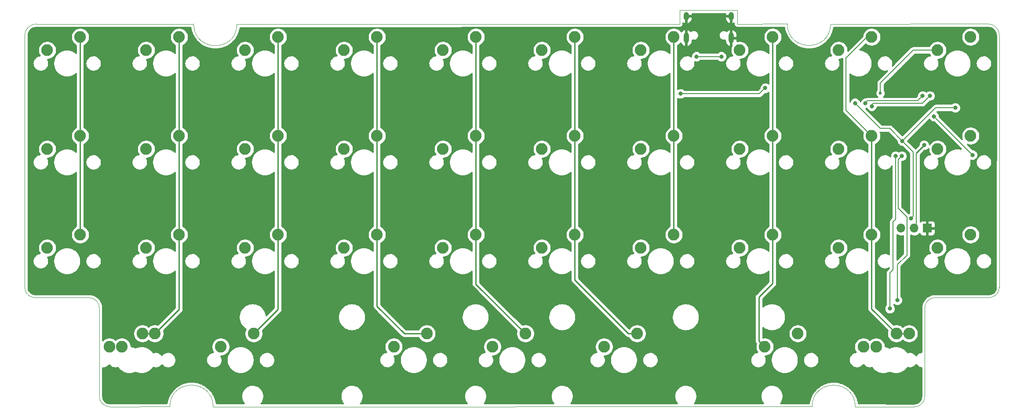
<source format=gbr>
G04 #@! TF.GenerationSoftware,KiCad,Pcbnew,(5.99.0-2555-g9cc6a77cc-dirty)*
G04 #@! TF.CreationDate,2020-09-08T07:39:34-05:00*
G04 #@! TF.ProjectId,_33,5f33332e-6b69-4636-9164-5f7063625858,rev?*
G04 #@! TF.SameCoordinates,Original*
G04 #@! TF.FileFunction,Copper,L1,Top*
G04 #@! TF.FilePolarity,Positive*
%FSLAX46Y46*%
G04 Gerber Fmt 4.6, Leading zero omitted, Abs format (unit mm)*
G04 Created by KiCad (PCBNEW (5.99.0-2555-g9cc6a77cc-dirty)) date 2020-09-08 07:39:34*
%MOMM*%
%LPD*%
G01*
G04 APERTURE LIST*
G04 #@! TA.AperFunction,Profile*
%ADD10C,0.050000*%
G04 #@! TD*
G04 #@! TA.AperFunction,Profile*
%ADD11C,0.100000*%
G04 #@! TD*
G04 #@! TA.AperFunction,ComponentPad*
%ADD12C,2.250000*%
G04 #@! TD*
G04 #@! TA.AperFunction,ComponentPad*
%ADD13O,1.000000X2.100000*%
G04 #@! TD*
G04 #@! TA.AperFunction,ComponentPad*
%ADD14O,1.000000X1.600000*%
G04 #@! TD*
G04 #@! TA.AperFunction,ComponentPad*
%ADD15R,1.700000X1.700000*%
G04 #@! TD*
G04 #@! TA.AperFunction,ComponentPad*
%ADD16O,1.700000X1.700000*%
G04 #@! TD*
G04 #@! TA.AperFunction,ViaPad*
%ADD17C,0.800000*%
G04 #@! TD*
G04 #@! TA.AperFunction,ViaPad*
%ADD18C,0.600000*%
G04 #@! TD*
G04 #@! TA.AperFunction,Conductor*
%ADD19C,0.200000*%
G04 #@! TD*
G04 #@! TA.AperFunction,Conductor*
%ADD20C,0.250000*%
G04 #@! TD*
G04 #@! TA.AperFunction,Conductor*
%ADD21C,0.254000*%
G04 #@! TD*
G04 APERTURE END LIST*
D10*
X241750000Y-48140000D02*
G75*
G02*
X244000199Y-50390199I0J-2250199D01*
G01*
X182420000Y-48160000D02*
X97178803Y-48212991D01*
X227600000Y-121950000D02*
X216250000Y-121940000D01*
X84250000Y-121887009D02*
X72680000Y-121910000D01*
X207910222Y-121897009D02*
G75*
G02*
X216250000Y-121940000I4169778J-42991D01*
G01*
X72680000Y-121910000D02*
G75*
G02*
X70670000Y-119900000I0J2010000D01*
G01*
X231620000Y-100890000D02*
X241980000Y-100890000D01*
X241980000Y-100890000D02*
G75*
G03*
X243990000Y-98880000I0J2010000D01*
G01*
X229610000Y-119940000D02*
X229610000Y-102900000D01*
X231620000Y-100890000D02*
G75*
G03*
X229610000Y-102900000I0J-2010000D01*
G01*
X227600000Y-121950000D02*
G75*
G03*
X229610000Y-119940000I0J2010000D01*
G01*
X56289801Y-50410000D02*
G75*
G02*
X58540000Y-48159801I2250199J0D01*
G01*
D11*
X56290000Y-98880000D02*
X56289801Y-50410000D01*
D10*
X68660000Y-100890000D02*
G75*
G02*
X70670000Y-102900000I0J-2010000D01*
G01*
X211489778Y-48182991D02*
G75*
G02*
X203150000Y-48140000I-4169778J42991D01*
G01*
X58540000Y-48159801D02*
X88839025Y-48170000D01*
X84250000Y-121887009D02*
G75*
G02*
X92589778Y-121930000I4169778J-42991D01*
G01*
D11*
X244000199Y-50390199D02*
X243990000Y-98880000D01*
D10*
X58300000Y-100890000D02*
G75*
G02*
X56290000Y-98880000I0J2010000D01*
G01*
X182420000Y-48160000D02*
X182420000Y-45500000D01*
X241750000Y-48140000D02*
X211489778Y-48182991D01*
D11*
X207910222Y-121897009D02*
X92589778Y-121930000D01*
D10*
X68660000Y-100890000D02*
X58300000Y-100890000D01*
X182420000Y-45500000D02*
X193510000Y-45500000D01*
X97178803Y-48212991D02*
G75*
G02*
X88839025Y-48170000I-4169778J42991D01*
G01*
X70670000Y-119900000D02*
X70670000Y-102900000D01*
X193510000Y-45500000D02*
X193510000Y-48160000D01*
X193510000Y-48160000D02*
X203150000Y-48140000D01*
D12*
X174930000Y-72250000D03*
X181280000Y-69710000D03*
X213030000Y-53200000D03*
X219380000Y-50660000D03*
X193980000Y-91300000D03*
X200330000Y-88760000D03*
X155880000Y-72250000D03*
X162230000Y-69710000D03*
X174930000Y-53200000D03*
X181280000Y-50660000D03*
X117780000Y-91300000D03*
X124130000Y-88760000D03*
X217802025Y-110350000D03*
X224152025Y-107810000D03*
X193980000Y-72250000D03*
X200330000Y-69710000D03*
X155880000Y-53200000D03*
X162230000Y-50660000D03*
X155880000Y-91300000D03*
X162230000Y-88760000D03*
X232080000Y-72250000D03*
X238430000Y-69710000D03*
X98730000Y-53200000D03*
X105080000Y-50660000D03*
X232080000Y-91300000D03*
X238430000Y-88760000D03*
X213030000Y-72250000D03*
X219380000Y-69710000D03*
X193980000Y-53200000D03*
X200330000Y-50660000D03*
X79680000Y-91300000D03*
X86030000Y-88760000D03*
X117780000Y-72250000D03*
X124130000Y-69710000D03*
X136830000Y-53200000D03*
X143180000Y-50660000D03*
X136830000Y-91300000D03*
X143180000Y-88760000D03*
X136830000Y-72250000D03*
X143180000Y-69710000D03*
X232080000Y-53200000D03*
X238430000Y-50660000D03*
X98730000Y-91300000D03*
X105080000Y-88760000D03*
X60630000Y-72250000D03*
X66980000Y-69710000D03*
X117780000Y-53200000D03*
X124130000Y-50660000D03*
X213030000Y-91300000D03*
X219380000Y-88760000D03*
X98730000Y-72250000D03*
X105080000Y-69710000D03*
X60630000Y-53200000D03*
X66980000Y-50660000D03*
X60630000Y-91300000D03*
X66980000Y-88760000D03*
X74990000Y-110350000D03*
X81340000Y-107810000D03*
X79680000Y-72250000D03*
X86030000Y-69710000D03*
X79680000Y-53200000D03*
X86030000Y-50660000D03*
X174930000Y-91300000D03*
X181280000Y-88760000D03*
X152705000Y-107810000D03*
X146355000Y-110350000D03*
X133727500Y-107810000D03*
X127377500Y-110350000D03*
X198815000Y-110350000D03*
X205165000Y-107810000D03*
X94040000Y-110350000D03*
X100390000Y-107810000D03*
X72608750Y-110350000D03*
X78958750Y-107810000D03*
X167858750Y-110350000D03*
X174208750Y-107810000D03*
X220246250Y-110350000D03*
X226596250Y-107810000D03*
D13*
X183690000Y-50850000D03*
D14*
X192330000Y-46670000D03*
X183690000Y-46670000D03*
D13*
X192330000Y-50850000D03*
D15*
X230100000Y-87500000D03*
D16*
X227560000Y-87500000D03*
X225020000Y-87500000D03*
D17*
X234400000Y-59800000D03*
X237400000Y-66000000D03*
D18*
X210600000Y-63000000D03*
X113200000Y-118000000D03*
D17*
X235800000Y-68400000D03*
D18*
X224600000Y-118600000D03*
D17*
X227200000Y-65800000D03*
D18*
X189000000Y-110800000D03*
D17*
X190400000Y-63400000D03*
X240400000Y-61400000D03*
X218600000Y-59600000D03*
D18*
X83100000Y-117800000D03*
D17*
X201800000Y-61200000D03*
X188400000Y-59600000D03*
D18*
X105200000Y-113800000D03*
X225000000Y-90500000D03*
X211100000Y-59900000D03*
D17*
X227000000Y-85600000D03*
X225300000Y-70700000D03*
X216200000Y-63400000D03*
X235500000Y-64300000D03*
D18*
X221070000Y-61500000D03*
D17*
X185660000Y-54440000D03*
X190460000Y-54440000D03*
X218200000Y-63400000D03*
X229200000Y-62000000D03*
X230600000Y-62000000D03*
X219400000Y-64000000D03*
X182600001Y-61600001D03*
X198895000Y-60505000D03*
X225200000Y-73600000D03*
X224320000Y-101380000D03*
X224000000Y-73600000D03*
X222900000Y-103000000D03*
X231400000Y-66000000D03*
X238800000Y-73400000D03*
X229500000Y-71500000D03*
D19*
X227000000Y-85600000D02*
X227399999Y-85200001D01*
X225300000Y-70700000D02*
X222884999Y-68284999D01*
X227399999Y-85200001D02*
X227399999Y-72799999D01*
X222884999Y-68284999D02*
X221084999Y-68284999D01*
X221084999Y-68284999D02*
X216200000Y-63400000D01*
X227399999Y-72799999D02*
X225300000Y-70700000D01*
X231700000Y-64300000D02*
X225300000Y-70700000D01*
X235500000Y-64300000D02*
X231700000Y-64300000D01*
X221070000Y-59530000D02*
X221070000Y-61500000D01*
X232080000Y-53200000D02*
X227400000Y-53200000D01*
X227400000Y-53200000D02*
X221070000Y-59530000D01*
X190460000Y-54440000D02*
X185660000Y-54440000D01*
X218625000Y-62975000D02*
X218200000Y-63400000D01*
X229200000Y-62000000D02*
X228225000Y-62975000D01*
X228225000Y-62975000D02*
X228175000Y-62975000D01*
X219506801Y-62975000D02*
X218625000Y-62975000D01*
X228175000Y-62975000D02*
X219506801Y-62975000D01*
X219400000Y-63718199D02*
X219400000Y-64000000D01*
X219693199Y-63425000D02*
X219400000Y-63718199D01*
X229175000Y-63425000D02*
X219693199Y-63425000D01*
X230600000Y-62000000D02*
X229175000Y-63425000D01*
X197799999Y-61600001D02*
X182600001Y-61600001D01*
X198895000Y-60505000D02*
X197799999Y-61600001D01*
X224500000Y-75200000D02*
X224500000Y-74900000D01*
X224500000Y-74300000D02*
X224500000Y-74900000D01*
X224320000Y-101380000D02*
X224320000Y-94549998D01*
X224500000Y-74900000D02*
X224500001Y-74734301D01*
X226170001Y-92699997D02*
X226170001Y-85378003D01*
X224500000Y-83708002D02*
X224500000Y-75200000D01*
X225200000Y-73600000D02*
X224500000Y-74300000D01*
X226170001Y-85378003D02*
X224500000Y-83708002D01*
X224320000Y-94549998D02*
X226170001Y-92699997D01*
D20*
X66980000Y-69710000D02*
X66980000Y-88760000D01*
X66980000Y-50660000D02*
X66980000Y-69710000D01*
X78958750Y-107810000D02*
X81340000Y-107810000D01*
X86030000Y-50660000D02*
X86030000Y-69710000D01*
X86030000Y-69710000D02*
X86030000Y-88760000D01*
X86030000Y-88760000D02*
X86030000Y-103120000D01*
X81340000Y-107810000D02*
X86030000Y-103120000D01*
X105080000Y-69710000D02*
X105080000Y-88760000D01*
X105080000Y-88760000D02*
X105080000Y-102780000D01*
X105080000Y-50660000D02*
X105080000Y-69710000D01*
X100390000Y-107810000D02*
X105080000Y-103120000D01*
X105080000Y-102780000D02*
X105080000Y-103120000D01*
X124130000Y-88760000D02*
X124130000Y-102540000D01*
X129400000Y-107810000D02*
X133727500Y-107810000D01*
X124130000Y-102540000D02*
X129400000Y-107810000D01*
X124130000Y-50660000D02*
X124130000Y-69710000D01*
X124130000Y-69710000D02*
X124130000Y-88760000D01*
X143180000Y-98285000D02*
X152705000Y-107810000D01*
X143180000Y-50660000D02*
X143180000Y-69710000D01*
X143180000Y-88760000D02*
X143180000Y-69710000D01*
X143180000Y-88760000D02*
X143180000Y-98285000D01*
X162230000Y-88760000D02*
X162230000Y-69710000D01*
X162230000Y-88760000D02*
X162230000Y-97475002D01*
X162230000Y-50660000D02*
X162230000Y-69710000D01*
X174208750Y-107810000D02*
X172564998Y-107810000D01*
X172564998Y-107810000D02*
X162230000Y-97475002D01*
X181280000Y-88760000D02*
X181256099Y-88783901D01*
X181280000Y-50660000D02*
X181280000Y-69710000D01*
X181280000Y-88760000D02*
X181280000Y-69710000D01*
X200330000Y-69710000D02*
X200330000Y-88760000D01*
X200330000Y-88760000D02*
X200330000Y-98120000D01*
X200330000Y-98120000D02*
X197680000Y-100770000D01*
X197680000Y-100770000D02*
X197680000Y-109215000D01*
X197680000Y-109215000D02*
X198815000Y-110350000D01*
X200330000Y-50660000D02*
X200330000Y-69710000D01*
X219380000Y-88760000D02*
X219380000Y-103037975D01*
D19*
X214460000Y-54725026D02*
X218525026Y-50660000D01*
X218525026Y-50660000D02*
X219380000Y-50660000D01*
D20*
X224152025Y-107810000D02*
X219380000Y-103037975D01*
X226596250Y-107810000D02*
X224152025Y-107810000D01*
D19*
X214460000Y-64790000D02*
X214460000Y-54725026D01*
X219380000Y-69710000D02*
X214460000Y-64790000D01*
D20*
X219380000Y-88760000D02*
X219380000Y-69710000D01*
D19*
X223500000Y-86300000D02*
X223500000Y-95500000D01*
X222900000Y-103000000D02*
X222900000Y-96100000D01*
X224000000Y-73600000D02*
X224000000Y-75000000D01*
X223500000Y-95500000D02*
X222900000Y-96100000D01*
X224000000Y-85800000D02*
X223500000Y-86300000D01*
X224000000Y-74668604D02*
X224000000Y-75000000D01*
X224000000Y-75000000D02*
X224000000Y-85800000D01*
X231400000Y-66000000D02*
X238800000Y-73400000D01*
D20*
X229500000Y-71500000D02*
X228000000Y-73000000D01*
D19*
X229500000Y-71500000D02*
X229600000Y-71400000D01*
X228000000Y-87060000D02*
X228000000Y-73000000D01*
X227560000Y-87500000D02*
X228000000Y-87060000D01*
D21*
X191214614Y-46139893D02*
X191196345Y-46313711D01*
X191196000Y-46320301D01*
X191196000Y-46468191D01*
X191269809Y-46542000D01*
X192458000Y-46542000D01*
X192458000Y-48009135D01*
X192559046Y-48084727D01*
X192750917Y-48028257D01*
X192762344Y-48023640D01*
X192876001Y-47964221D01*
X192876001Y-48148647D01*
X192875636Y-48239174D01*
X192878109Y-48256956D01*
X192888587Y-48293331D01*
X192893952Y-48330794D01*
X192898991Y-48348024D01*
X192913590Y-48380135D01*
X192923357Y-48414039D01*
X192930722Y-48430411D01*
X192950986Y-48462381D01*
X192966649Y-48496833D01*
X192976323Y-48511958D01*
X192999348Y-48538679D01*
X193018235Y-48568477D01*
X193029900Y-48582126D01*
X193058321Y-48607121D01*
X193083027Y-48635794D01*
X193096556Y-48647596D01*
X193126161Y-48666785D01*
X193152649Y-48690081D01*
X193167674Y-48699907D01*
X193201973Y-48715924D01*
X193233729Y-48736507D01*
X193250026Y-48744037D01*
X193283820Y-48754144D01*
X193315964Y-48769154D01*
X193333530Y-48774426D01*
X193369218Y-48779683D01*
X193406640Y-48790875D01*
X193424397Y-48793529D01*
X193467721Y-48793793D01*
X193471683Y-48794080D01*
X193503775Y-48794014D01*
X193587854Y-48794527D01*
X193592949Y-48793829D01*
X202557179Y-48775231D01*
X202601053Y-49065016D01*
X202603022Y-49073763D01*
X202607045Y-49087124D01*
X202608366Y-49101208D01*
X202609928Y-49110430D01*
X202612596Y-49121244D01*
X202612689Y-49121615D01*
X202713840Y-49521089D01*
X202716653Y-49529602D01*
X202721961Y-49542505D01*
X202724651Y-49556399D01*
X202727106Y-49565427D01*
X202730817Y-49575928D01*
X202730945Y-49576286D01*
X202870595Y-49963980D01*
X202874225Y-49972177D01*
X202880765Y-49984500D01*
X202884799Y-49998065D01*
X202888121Y-50006807D01*
X202892839Y-50016896D01*
X202893002Y-50017242D01*
X203069819Y-50389461D01*
X203074231Y-50397265D01*
X203081946Y-50408895D01*
X203087282Y-50421997D01*
X203091443Y-50430375D01*
X203097123Y-50439956D01*
X203097318Y-50440283D01*
X203309612Y-50793471D01*
X203314766Y-50800808D01*
X203323574Y-50811622D01*
X203330167Y-50824150D01*
X203335130Y-50832088D01*
X203341719Y-50841068D01*
X203341942Y-50841369D01*
X203587686Y-51172152D01*
X203593531Y-51178950D01*
X203603353Y-51188855D01*
X203611134Y-51200674D01*
X203616840Y-51208081D01*
X203624272Y-51216376D01*
X203624531Y-51216663D01*
X203901384Y-51521891D01*
X203907865Y-51528087D01*
X203918610Y-51536988D01*
X203927505Y-51547989D01*
X203933910Y-51554808D01*
X203942117Y-51562338D01*
X203942399Y-51562595D01*
X204247716Y-51839349D01*
X204254769Y-51844883D01*
X204266332Y-51852694D01*
X204276259Y-51862775D01*
X204283300Y-51868937D01*
X204292203Y-51875630D01*
X204292507Y-51875857D01*
X204623371Y-52121495D01*
X204630931Y-52126314D01*
X204643202Y-52132961D01*
X204654064Y-52142023D01*
X204661668Y-52147465D01*
X204671181Y-52153258D01*
X204671509Y-52153457D01*
X205024767Y-52365638D01*
X205032762Y-52369697D01*
X205045621Y-52375113D01*
X205057316Y-52383073D01*
X205065416Y-52387748D01*
X205075449Y-52392585D01*
X205075795Y-52392751D01*
X205448071Y-52569446D01*
X205456423Y-52572705D01*
X205469746Y-52576840D01*
X205482165Y-52583622D01*
X205490682Y-52587484D01*
X205501140Y-52591319D01*
X205501501Y-52591450D01*
X205889243Y-52730975D01*
X205897872Y-52733403D01*
X205911540Y-52736219D01*
X205924560Y-52741756D01*
X205933413Y-52744768D01*
X205944194Y-52747564D01*
X205944565Y-52747659D01*
X206344072Y-52848681D01*
X206352898Y-52850256D01*
X206366773Y-52851724D01*
X206380274Y-52855965D01*
X206389382Y-52858100D01*
X206400385Y-52859830D01*
X206400761Y-52859888D01*
X206808217Y-52921442D01*
X206817153Y-52922148D01*
X206831105Y-52922255D01*
X206844955Y-52925159D01*
X206854227Y-52926394D01*
X206865346Y-52927042D01*
X206865726Y-52927063D01*
X207277245Y-52948564D01*
X207286209Y-52948395D01*
X207300109Y-52947139D01*
X207314169Y-52948677D01*
X207323512Y-52949002D01*
X207334642Y-52948564D01*
X207335029Y-52948547D01*
X207746685Y-52929786D01*
X207755591Y-52928742D01*
X207769292Y-52926138D01*
X207783443Y-52926297D01*
X207792781Y-52925707D01*
X207803815Y-52924183D01*
X207804191Y-52924130D01*
X208212049Y-52865290D01*
X208220809Y-52863382D01*
X208234196Y-52859452D01*
X208248295Y-52858229D01*
X208257534Y-52856731D01*
X208268365Y-52854137D01*
X208268731Y-52854048D01*
X208668900Y-52755688D01*
X208677433Y-52752934D01*
X208690365Y-52747720D01*
X208704280Y-52745126D01*
X208713324Y-52742734D01*
X208723852Y-52739097D01*
X208724213Y-52738971D01*
X209112872Y-52602031D01*
X209121094Y-52598458D01*
X209133464Y-52592003D01*
X209147056Y-52588064D01*
X209155820Y-52584803D01*
X209165941Y-52580156D01*
X209166289Y-52579995D01*
X209539733Y-52405782D01*
X209547568Y-52401425D01*
X209559252Y-52393791D01*
X209572392Y-52388546D01*
X209580797Y-52384445D01*
X209590417Y-52378832D01*
X209590746Y-52378638D01*
X209945408Y-52168815D01*
X209952779Y-52163713D01*
X209963657Y-52154980D01*
X209976232Y-52148473D01*
X209984205Y-52143566D01*
X209993230Y-52137039D01*
X209993531Y-52136820D01*
X210326020Y-51893392D01*
X210332859Y-51887596D01*
X210342836Y-51877840D01*
X210354710Y-51870141D01*
X210362159Y-51864484D01*
X210370505Y-51857111D01*
X210370789Y-51856857D01*
X210677941Y-51582142D01*
X210684182Y-51575706D01*
X210693159Y-51565023D01*
X210704224Y-51556203D01*
X210711086Y-51549847D01*
X210718672Y-51541694D01*
X210718932Y-51541413D01*
X210997810Y-51238037D01*
X211003392Y-51231023D01*
X211011284Y-51219515D01*
X211021435Y-51209657D01*
X211027642Y-51202663D01*
X211034397Y-51193808D01*
X211034629Y-51193503D01*
X211282573Y-50864359D01*
X211287445Y-50856832D01*
X211294174Y-50844612D01*
X211303317Y-50833809D01*
X211308816Y-50826236D01*
X211314675Y-50816762D01*
X211314872Y-50816442D01*
X211529512Y-50464677D01*
X211533627Y-50456710D01*
X211539133Y-50443889D01*
X211547174Y-50432251D01*
X211551907Y-50424179D01*
X211556813Y-50414180D01*
X211556979Y-50413839D01*
X211736269Y-50042808D01*
X211739586Y-50034481D01*
X211743816Y-50021179D01*
X211750683Y-50008811D01*
X211754603Y-50000325D01*
X211758511Y-49989896D01*
X211758645Y-49989534D01*
X211900874Y-49602773D01*
X211903363Y-49594160D01*
X211906274Y-49580514D01*
X211911901Y-49567536D01*
X211914974Y-49558706D01*
X211917846Y-49547944D01*
X211917945Y-49547570D01*
X212021754Y-49148776D01*
X212023390Y-49139961D01*
X212024955Y-49126095D01*
X212029290Y-49112626D01*
X212031489Y-49103531D01*
X212033295Y-49092541D01*
X212033355Y-49092167D01*
X212077025Y-48816157D01*
X241679986Y-48774100D01*
X241686702Y-48775607D01*
X241695948Y-48776973D01*
X241707055Y-48777779D01*
X241707442Y-48777806D01*
X241962877Y-48794772D01*
X242172015Y-48836942D01*
X242373729Y-48906398D01*
X242564495Y-49001926D01*
X242740952Y-49121846D01*
X242899992Y-49264045D01*
X243038831Y-49426031D01*
X243155027Y-49604959D01*
X243246538Y-49797679D01*
X243311753Y-50000800D01*
X243350130Y-50214093D01*
X243362222Y-50430356D01*
X243363357Y-50439249D01*
X243366186Y-50453345D01*
X243356016Y-98808351D01*
X243354617Y-98814484D01*
X243353218Y-98823737D01*
X243352374Y-98834844D01*
X243352346Y-98835222D01*
X243335891Y-99070553D01*
X243296173Y-99257411D01*
X243230838Y-99436916D01*
X243141165Y-99605567D01*
X243028881Y-99760113D01*
X242896183Y-99897526D01*
X242745653Y-100015133D01*
X242580224Y-100110643D01*
X242403108Y-100182202D01*
X242217763Y-100228414D01*
X242011085Y-100250136D01*
X241964366Y-100250951D01*
X241955436Y-100251744D01*
X241929012Y-100256000D01*
X231663799Y-100256000D01*
X231629895Y-100251325D01*
X231620564Y-100250738D01*
X231609427Y-100250864D01*
X231609042Y-100250870D01*
X231534217Y-100252175D01*
X231525286Y-100252969D01*
X231514822Y-100254654D01*
X231504039Y-100254117D01*
X231494683Y-100254346D01*
X231483599Y-100255444D01*
X231483223Y-100255482D01*
X231199692Y-100285282D01*
X231190865Y-100286850D01*
X231164351Y-100293534D01*
X231136931Y-100296006D01*
X231127704Y-100297533D01*
X231116881Y-100300162D01*
X231116510Y-100300254D01*
X230839884Y-100369224D01*
X230831360Y-100372006D01*
X230806040Y-100382314D01*
X230779231Y-100388577D01*
X230770311Y-100391372D01*
X230759958Y-100395481D01*
X230759597Y-100395625D01*
X230495259Y-100502425D01*
X230487205Y-100506366D01*
X230463568Y-100520096D01*
X230437890Y-100530030D01*
X230429440Y-100534042D01*
X230419761Y-100539553D01*
X230419429Y-100539743D01*
X230172529Y-100682290D01*
X230165103Y-100687313D01*
X230143602Y-100704202D01*
X230119556Y-100717614D01*
X230111747Y-100722763D01*
X230102929Y-100729566D01*
X230102627Y-100729801D01*
X229877969Y-100905323D01*
X229871314Y-100911331D01*
X229852372Y-100931049D01*
X229830426Y-100947677D01*
X229823410Y-100953862D01*
X229815625Y-100961827D01*
X229815359Y-100962101D01*
X229617318Y-101167179D01*
X229611564Y-101174054D01*
X229595554Y-101196211D01*
X229576133Y-101215735D01*
X229570047Y-101222836D01*
X229563446Y-101231806D01*
X229563221Y-101232114D01*
X229395646Y-101462760D01*
X229390905Y-101470370D01*
X229378135Y-101494539D01*
X229361618Y-101516579D01*
X229356576Y-101524464D01*
X229351288Y-101534267D01*
X229351110Y-101534599D01*
X229217268Y-101786321D01*
X229213632Y-101794515D01*
X229204350Y-101820228D01*
X229191066Y-101844342D01*
X229187175Y-101852840D01*
X229183301Y-101863282D01*
X229183166Y-101863648D01*
X229085657Y-102131553D01*
X229083197Y-102140174D01*
X229077584Y-102166926D01*
X229067783Y-102192662D01*
X229065111Y-102201623D01*
X229062729Y-102212503D01*
X229062648Y-102212878D01*
X229003373Y-102491744D01*
X229002137Y-102500625D01*
X229000302Y-102527900D01*
X228994177Y-102554747D01*
X228992779Y-102563999D01*
X228991935Y-102575106D01*
X228991907Y-102575484D01*
X228972020Y-102859883D01*
X228972032Y-102868848D01*
X228976001Y-102923552D01*
X228976000Y-111389313D01*
X228830572Y-111407169D01*
X228820127Y-111409361D01*
X228585101Y-111479873D01*
X228575176Y-111483793D01*
X228355390Y-111592895D01*
X228346266Y-111598431D01*
X228148005Y-111743006D01*
X228139945Y-111750001D01*
X227968876Y-111925912D01*
X227962109Y-111934165D01*
X227914964Y-112002762D01*
X227791193Y-111848820D01*
X227783826Y-111841098D01*
X227600050Y-111678508D01*
X227591488Y-111672137D01*
X227382945Y-111542836D01*
X227373433Y-111537999D01*
X227146086Y-111445682D01*
X227135893Y-111442517D01*
X226896241Y-111389826D01*
X226885661Y-111388424D01*
X226640558Y-111376866D01*
X226629894Y-111377266D01*
X226386347Y-111407169D01*
X226375902Y-111409361D01*
X226255098Y-111445605D01*
X226087417Y-111214812D01*
X226082369Y-111208710D01*
X225861443Y-110973449D01*
X225855670Y-110968027D01*
X225607001Y-110762310D01*
X225600594Y-110757655D01*
X225328103Y-110584727D01*
X225321163Y-110580912D01*
X225029147Y-110443500D01*
X225021784Y-110440585D01*
X224714847Y-110340854D01*
X224707177Y-110338885D01*
X224390161Y-110278411D01*
X224382304Y-110277418D01*
X224060210Y-110257154D01*
X224052290Y-110257154D01*
X223730196Y-110277418D01*
X223722339Y-110278411D01*
X223405323Y-110338885D01*
X223397653Y-110340854D01*
X223090716Y-110440585D01*
X223083353Y-110443500D01*
X222834137Y-110560771D01*
X222584922Y-110443500D01*
X222577559Y-110440585D01*
X222270622Y-110340854D01*
X222262952Y-110338885D01*
X222005249Y-110289725D01*
X222005249Y-110216530D01*
X222004472Y-110206659D01*
X221962714Y-109943005D01*
X221960403Y-109933377D01*
X221877913Y-109679501D01*
X221874124Y-109670354D01*
X221752935Y-109432508D01*
X221747762Y-109424066D01*
X221590858Y-109208106D01*
X221584428Y-109200577D01*
X221395673Y-109011822D01*
X221388144Y-109005392D01*
X221172184Y-108848488D01*
X221163742Y-108843315D01*
X220925896Y-108722126D01*
X220916749Y-108718337D01*
X220662873Y-108635847D01*
X220653245Y-108633536D01*
X220389591Y-108591778D01*
X220379720Y-108591001D01*
X220112780Y-108591001D01*
X220102909Y-108591778D01*
X219839255Y-108633536D01*
X219829627Y-108635847D01*
X219575751Y-108718337D01*
X219566604Y-108722126D01*
X219328758Y-108843315D01*
X219320316Y-108848488D01*
X219104356Y-109005392D01*
X219096827Y-109011822D01*
X219024138Y-109084512D01*
X218951448Y-109011822D01*
X218943919Y-109005392D01*
X218727959Y-108848488D01*
X218719517Y-108843315D01*
X218481671Y-108722126D01*
X218472524Y-108718337D01*
X218218648Y-108635847D01*
X218209020Y-108633536D01*
X217945366Y-108591778D01*
X217935495Y-108591001D01*
X217668555Y-108591001D01*
X217658684Y-108591778D01*
X217395030Y-108633536D01*
X217385402Y-108635847D01*
X217131526Y-108718337D01*
X217122379Y-108722126D01*
X216884533Y-108843315D01*
X216876091Y-108848488D01*
X216660131Y-109005392D01*
X216652602Y-109011822D01*
X216463847Y-109200577D01*
X216457417Y-109208106D01*
X216300513Y-109424066D01*
X216295340Y-109432508D01*
X216174151Y-109670354D01*
X216170362Y-109679501D01*
X216087872Y-109933377D01*
X216085561Y-109943005D01*
X216043803Y-110206659D01*
X216043026Y-110216530D01*
X216043026Y-110483470D01*
X216043803Y-110493341D01*
X216085561Y-110756995D01*
X216087872Y-110766623D01*
X216170362Y-111020499D01*
X216174151Y-111029646D01*
X216295340Y-111267492D01*
X216300513Y-111275934D01*
X216381978Y-111388060D01*
X216226347Y-111407169D01*
X216215902Y-111409361D01*
X215980876Y-111479873D01*
X215970951Y-111483793D01*
X215751165Y-111592895D01*
X215742041Y-111598431D01*
X215543780Y-111743006D01*
X215535720Y-111750001D01*
X215364651Y-111925912D01*
X215357884Y-111934165D01*
X215218903Y-112136387D01*
X215213623Y-112145661D01*
X215110700Y-112368407D01*
X215107058Y-112378439D01*
X215043137Y-112615342D01*
X215041238Y-112625844D01*
X215018146Y-112870131D01*
X215018044Y-112880802D01*
X215036442Y-113125487D01*
X215038139Y-113136024D01*
X215097501Y-113374111D01*
X215100949Y-113384210D01*
X215199576Y-113608892D01*
X215204677Y-113618267D01*
X215339752Y-113823118D01*
X215346359Y-113831498D01*
X215514017Y-114010663D01*
X215521942Y-114017810D01*
X215717391Y-114166165D01*
X215726407Y-114171875D01*
X215944058Y-114285177D01*
X215953907Y-114289287D01*
X216187536Y-114364297D01*
X216197937Y-114366689D01*
X216440864Y-114401263D01*
X216451519Y-114401868D01*
X216696800Y-114395016D01*
X216707405Y-114393817D01*
X216948023Y-114345737D01*
X216958274Y-114342768D01*
X217187352Y-114254834D01*
X217196956Y-114250181D01*
X217407943Y-114124906D01*
X217416626Y-114118701D01*
X217603489Y-113959667D01*
X217611002Y-113952088D01*
X217755257Y-113779562D01*
X217783977Y-113823118D01*
X217790584Y-113831498D01*
X217958242Y-114010663D01*
X217966167Y-114017810D01*
X218161616Y-114166165D01*
X218170632Y-114171875D01*
X218388283Y-114285177D01*
X218398132Y-114289287D01*
X218631761Y-114364297D01*
X218642162Y-114366689D01*
X218885089Y-114401263D01*
X218895744Y-114401868D01*
X219141025Y-114395016D01*
X219151630Y-114393817D01*
X219392248Y-114345737D01*
X219402499Y-114342768D01*
X219415606Y-114337737D01*
X219580858Y-114565188D01*
X219585906Y-114571290D01*
X219806832Y-114806551D01*
X219812605Y-114811973D01*
X220061274Y-115017690D01*
X220067681Y-115022345D01*
X220340172Y-115195273D01*
X220347112Y-115199088D01*
X220639128Y-115336500D01*
X220646491Y-115339415D01*
X220953428Y-115439146D01*
X220961098Y-115441115D01*
X221278114Y-115501589D01*
X221285971Y-115502582D01*
X221608065Y-115522846D01*
X221615985Y-115522846D01*
X221938079Y-115502582D01*
X221945936Y-115501589D01*
X222262952Y-115441115D01*
X222270622Y-115439146D01*
X222577559Y-115339415D01*
X222584922Y-115336500D01*
X222834137Y-115219229D01*
X223083353Y-115336500D01*
X223090716Y-115339415D01*
X223397653Y-115439146D01*
X223405323Y-115441115D01*
X223722339Y-115501589D01*
X223730196Y-115502582D01*
X224052290Y-115522846D01*
X224060210Y-115522846D01*
X224382304Y-115502582D01*
X224390161Y-115501589D01*
X224707177Y-115441115D01*
X224714847Y-115439146D01*
X225021784Y-115339415D01*
X225029147Y-115336500D01*
X225321163Y-115199088D01*
X225328103Y-115195273D01*
X225600594Y-115022345D01*
X225607001Y-115017690D01*
X225855670Y-114811973D01*
X225861443Y-114806551D01*
X226082369Y-114571290D01*
X226087417Y-114565188D01*
X226254966Y-114334576D01*
X226347536Y-114364297D01*
X226357937Y-114366689D01*
X226600864Y-114401263D01*
X226611519Y-114401868D01*
X226856800Y-114395016D01*
X226867405Y-114393817D01*
X227108023Y-114345737D01*
X227118274Y-114342768D01*
X227347352Y-114254834D01*
X227356956Y-114250181D01*
X227567943Y-114124906D01*
X227576626Y-114118701D01*
X227763489Y-113959667D01*
X227771002Y-113952088D01*
X227915257Y-113779562D01*
X227943977Y-113823118D01*
X227950584Y-113831498D01*
X228118242Y-114010663D01*
X228126167Y-114017810D01*
X228321616Y-114166165D01*
X228330632Y-114171875D01*
X228548283Y-114285177D01*
X228558132Y-114289287D01*
X228791761Y-114364297D01*
X228802162Y-114366689D01*
X228976000Y-114391430D01*
X228976000Y-119868421D01*
X228974616Y-119874487D01*
X228973217Y-119883738D01*
X228972374Y-119894844D01*
X228972346Y-119895222D01*
X228955891Y-120130553D01*
X228916173Y-120317411D01*
X228850838Y-120496916D01*
X228761165Y-120665567D01*
X228648881Y-120820113D01*
X228516183Y-120957526D01*
X228365653Y-121075133D01*
X228200224Y-121170643D01*
X228023108Y-121242202D01*
X227837763Y-121288414D01*
X227631085Y-121310136D01*
X227584366Y-121310951D01*
X227575435Y-121311744D01*
X227549291Y-121315955D01*
X216843086Y-121306523D01*
X216798947Y-121014986D01*
X216796979Y-121006241D01*
X216792955Y-120992878D01*
X216791633Y-120978789D01*
X216790073Y-120969572D01*
X216787405Y-120958759D01*
X216787311Y-120958385D01*
X216686160Y-120558911D01*
X216683347Y-120550398D01*
X216678039Y-120537495D01*
X216675349Y-120523603D01*
X216672896Y-120514578D01*
X216669185Y-120504076D01*
X216669056Y-120503715D01*
X216529405Y-120116019D01*
X216525775Y-120107823D01*
X216519235Y-120095500D01*
X216515201Y-120081935D01*
X216511879Y-120073193D01*
X216507161Y-120063104D01*
X216506998Y-120062758D01*
X216330181Y-119690538D01*
X216325768Y-119682733D01*
X216318055Y-119671107D01*
X216312720Y-119658006D01*
X216308560Y-119649630D01*
X216302881Y-119640050D01*
X216302684Y-119639719D01*
X216090389Y-119286531D01*
X216085237Y-119279196D01*
X216076422Y-119268371D01*
X216069833Y-119255853D01*
X216064880Y-119247928D01*
X216058293Y-119238948D01*
X216058063Y-119238635D01*
X215812313Y-118907848D01*
X215806469Y-118901050D01*
X215796647Y-118891145D01*
X215788866Y-118879326D01*
X215783160Y-118871919D01*
X215775728Y-118863624D01*
X215775469Y-118863337D01*
X215498616Y-118558110D01*
X215492137Y-118551915D01*
X215481392Y-118543013D01*
X215472497Y-118532013D01*
X215466098Y-118525200D01*
X215457892Y-118517669D01*
X215457604Y-118517407D01*
X215152284Y-118240651D01*
X215145230Y-118235117D01*
X215133668Y-118227306D01*
X215123742Y-118217227D01*
X215116706Y-118211069D01*
X215107804Y-118204375D01*
X215107496Y-118204145D01*
X214776629Y-117958505D01*
X214769068Y-117953685D01*
X214756800Y-117947040D01*
X214745937Y-117937977D01*
X214738332Y-117932534D01*
X214728819Y-117926741D01*
X214728491Y-117926542D01*
X214375233Y-117714362D01*
X214367239Y-117710304D01*
X214354385Y-117704890D01*
X214342680Y-117696923D01*
X214334572Y-117692244D01*
X214324538Y-117687409D01*
X214324200Y-117687247D01*
X213951929Y-117510554D01*
X213943577Y-117507295D01*
X213930252Y-117503160D01*
X213917835Y-117496378D01*
X213909318Y-117492516D01*
X213898860Y-117488681D01*
X213898499Y-117488550D01*
X213510757Y-117349025D01*
X213502128Y-117346597D01*
X213488460Y-117343781D01*
X213475440Y-117338244D01*
X213466587Y-117335232D01*
X213455806Y-117332436D01*
X213455435Y-117332341D01*
X213055928Y-117231319D01*
X213047103Y-117229744D01*
X213033228Y-117228276D01*
X213019727Y-117224035D01*
X213010619Y-117221900D01*
X212999616Y-117220170D01*
X212999240Y-117220112D01*
X212591783Y-117158558D01*
X212582847Y-117157852D01*
X212568895Y-117157745D01*
X212555045Y-117154841D01*
X212545773Y-117153606D01*
X212534654Y-117152958D01*
X212534274Y-117152937D01*
X212122755Y-117131436D01*
X212113791Y-117131605D01*
X212099891Y-117132861D01*
X212085830Y-117131323D01*
X212076486Y-117130998D01*
X212065357Y-117131436D01*
X212064971Y-117131453D01*
X211653314Y-117150214D01*
X211644408Y-117151258D01*
X211630707Y-117153862D01*
X211616557Y-117153703D01*
X211607217Y-117154293D01*
X211596183Y-117155817D01*
X211595809Y-117155870D01*
X211187952Y-117214710D01*
X211179192Y-117216618D01*
X211165803Y-117220548D01*
X211151704Y-117221771D01*
X211142466Y-117223270D01*
X211131635Y-117225863D01*
X211131269Y-117225952D01*
X210731101Y-117324312D01*
X210722568Y-117327065D01*
X210709629Y-117332283D01*
X210695721Y-117334875D01*
X210686684Y-117337264D01*
X210676157Y-117340900D01*
X210675790Y-117341028D01*
X210287127Y-117477969D01*
X210278905Y-117481542D01*
X210266532Y-117487999D01*
X210252944Y-117491936D01*
X210244181Y-117495197D01*
X210234060Y-117499844D01*
X210233712Y-117500005D01*
X209860267Y-117674218D01*
X209852432Y-117678575D01*
X209840748Y-117686209D01*
X209827608Y-117691454D01*
X209819203Y-117695555D01*
X209809583Y-117701168D01*
X209809254Y-117701362D01*
X209454592Y-117911185D01*
X209447220Y-117916287D01*
X209436340Y-117925022D01*
X209423773Y-117931525D01*
X209415804Y-117936429D01*
X209406777Y-117942955D01*
X209406471Y-117943178D01*
X209073979Y-118186608D01*
X209067139Y-118192406D01*
X209057167Y-118202158D01*
X209045296Y-118209855D01*
X209037850Y-118215509D01*
X209029502Y-118222883D01*
X209029212Y-118223141D01*
X208722059Y-118497858D01*
X208715818Y-118504294D01*
X208706841Y-118514977D01*
X208695776Y-118523797D01*
X208688914Y-118530153D01*
X208681328Y-118538306D01*
X208681068Y-118538587D01*
X208402190Y-118841963D01*
X208396606Y-118848979D01*
X208388715Y-118860486D01*
X208378567Y-118870340D01*
X208372359Y-118877335D01*
X208365603Y-118886191D01*
X208365371Y-118886497D01*
X208117428Y-119215641D01*
X208112556Y-119223166D01*
X208105825Y-119235389D01*
X208096682Y-119246193D01*
X208091183Y-119253765D01*
X208085325Y-119263238D01*
X208085128Y-119263559D01*
X207870489Y-119615323D01*
X207866375Y-119623287D01*
X207860869Y-119636108D01*
X207852825Y-119647752D01*
X207848093Y-119655821D01*
X207843187Y-119665820D01*
X207843021Y-119666161D01*
X207663731Y-120037193D01*
X207660414Y-120045521D01*
X207656186Y-120058815D01*
X207649316Y-120071189D01*
X207645397Y-120079675D01*
X207641489Y-120090104D01*
X207641355Y-120090466D01*
X207499125Y-120477226D01*
X207496637Y-120485841D01*
X207493726Y-120499488D01*
X207488100Y-120512462D01*
X207485027Y-120521289D01*
X207482155Y-120532051D01*
X207482056Y-120532428D01*
X207378246Y-120931225D01*
X207376610Y-120940040D01*
X207375045Y-120953906D01*
X207370710Y-120967373D01*
X207368511Y-120976470D01*
X207366705Y-120987460D01*
X207366645Y-120987834D01*
X207323080Y-121263178D01*
X201815826Y-121264754D01*
X201912186Y-121149917D01*
X201917358Y-121142797D01*
X202072616Y-120894333D01*
X202076747Y-120886563D01*
X202195913Y-120618911D01*
X202198923Y-120610642D01*
X202279681Y-120329009D01*
X202281510Y-120320401D01*
X202322285Y-120030269D01*
X202322899Y-120021491D01*
X202322899Y-119728509D01*
X202322285Y-119719731D01*
X202281510Y-119429599D01*
X202279681Y-119420991D01*
X202198923Y-119139358D01*
X202195913Y-119131089D01*
X202076747Y-118863437D01*
X202072616Y-118855667D01*
X201917358Y-118607203D01*
X201912186Y-118600083D01*
X201723860Y-118375646D01*
X201717747Y-118369316D01*
X201500019Y-118173273D01*
X201493084Y-118167855D01*
X201250192Y-118004021D01*
X201242570Y-117999621D01*
X200979239Y-117871186D01*
X200971080Y-117867890D01*
X200692437Y-117777352D01*
X200683898Y-117775223D01*
X200395366Y-117724348D01*
X200386615Y-117723428D01*
X200093811Y-117713203D01*
X200085016Y-117713510D01*
X199793639Y-117744135D01*
X199784972Y-117745663D01*
X199500692Y-117816542D01*
X199492323Y-117819262D01*
X199220675Y-117929015D01*
X199212766Y-117932873D01*
X198959036Y-118079364D01*
X198951740Y-118084285D01*
X198720866Y-118264663D01*
X198714327Y-118270551D01*
X198510804Y-118481305D01*
X198505147Y-118488046D01*
X198332937Y-118725074D01*
X198328273Y-118732537D01*
X198190727Y-118991225D01*
X198187148Y-118999264D01*
X198086941Y-119274577D01*
X198084515Y-119283036D01*
X198023602Y-119569617D01*
X198022377Y-119578331D01*
X198001939Y-119870600D01*
X198001939Y-119879400D01*
X198022377Y-120171669D01*
X198023602Y-120180383D01*
X198084515Y-120466964D01*
X198086941Y-120475423D01*
X198187148Y-120750736D01*
X198190727Y-120758775D01*
X198328273Y-121017463D01*
X198332937Y-121024926D01*
X198505147Y-121261954D01*
X198508291Y-121265700D01*
X185221943Y-121269500D01*
X185322286Y-121149917D01*
X185327458Y-121142797D01*
X185482716Y-120894333D01*
X185486847Y-120886563D01*
X185606013Y-120618911D01*
X185609023Y-120610642D01*
X185689781Y-120329009D01*
X185691610Y-120320401D01*
X185732385Y-120030269D01*
X185732999Y-120021491D01*
X185732999Y-119728509D01*
X185732385Y-119719731D01*
X185691610Y-119429599D01*
X185689781Y-119420991D01*
X185609023Y-119139358D01*
X185606013Y-119131089D01*
X185486847Y-118863437D01*
X185482716Y-118855667D01*
X185327458Y-118607203D01*
X185322286Y-118600083D01*
X185133960Y-118375646D01*
X185127847Y-118369316D01*
X184910119Y-118173273D01*
X184903184Y-118167855D01*
X184660292Y-118004021D01*
X184652670Y-117999621D01*
X184389339Y-117871186D01*
X184381180Y-117867890D01*
X184102537Y-117777352D01*
X184093998Y-117775223D01*
X183805466Y-117724348D01*
X183796715Y-117723428D01*
X183503911Y-117713203D01*
X183495116Y-117713510D01*
X183203739Y-117744135D01*
X183195072Y-117745663D01*
X182910792Y-117816542D01*
X182902423Y-117819262D01*
X182630775Y-117929015D01*
X182622866Y-117932873D01*
X182369136Y-118079364D01*
X182361840Y-118084285D01*
X182130966Y-118264663D01*
X182124427Y-118270551D01*
X181920904Y-118481305D01*
X181915247Y-118488046D01*
X181743037Y-118725074D01*
X181738373Y-118732537D01*
X181600827Y-118991225D01*
X181597248Y-118999264D01*
X181497041Y-119274577D01*
X181494615Y-119283036D01*
X181433702Y-119569617D01*
X181432477Y-119578331D01*
X181412039Y-119870600D01*
X181412039Y-119879400D01*
X181432477Y-120171669D01*
X181433702Y-120180383D01*
X181494615Y-120466964D01*
X181497041Y-120475423D01*
X181597248Y-120750736D01*
X181600827Y-120758775D01*
X181738373Y-121017463D01*
X181743037Y-121024926D01*
X181915247Y-121261954D01*
X181920904Y-121268695D01*
X181922594Y-121270445D01*
X161403726Y-121276314D01*
X161509786Y-121149917D01*
X161514958Y-121142797D01*
X161670216Y-120894333D01*
X161674347Y-120886563D01*
X161793513Y-120618911D01*
X161796523Y-120610642D01*
X161877281Y-120329009D01*
X161879110Y-120320401D01*
X161919885Y-120030269D01*
X161920499Y-120021491D01*
X161920499Y-119728509D01*
X161919885Y-119719731D01*
X161879110Y-119429599D01*
X161877281Y-119420991D01*
X161796523Y-119139358D01*
X161793513Y-119131089D01*
X161674347Y-118863437D01*
X161670216Y-118855667D01*
X161514958Y-118607203D01*
X161509786Y-118600083D01*
X161321460Y-118375646D01*
X161315347Y-118369316D01*
X161097619Y-118173273D01*
X161090684Y-118167855D01*
X160847792Y-118004021D01*
X160840170Y-117999621D01*
X160576839Y-117871186D01*
X160568680Y-117867890D01*
X160290037Y-117777352D01*
X160281498Y-117775223D01*
X159992966Y-117724348D01*
X159984215Y-117723428D01*
X159691411Y-117713203D01*
X159682616Y-117713510D01*
X159391239Y-117744135D01*
X159382572Y-117745663D01*
X159098292Y-117816542D01*
X159089923Y-117819262D01*
X158818275Y-117929015D01*
X158810366Y-117932873D01*
X158556636Y-118079364D01*
X158549340Y-118084285D01*
X158318466Y-118264663D01*
X158311927Y-118270551D01*
X158108404Y-118481305D01*
X158102747Y-118488046D01*
X157930537Y-118725074D01*
X157925873Y-118732537D01*
X157788327Y-118991225D01*
X157784748Y-118999264D01*
X157684541Y-119274577D01*
X157682115Y-119283036D01*
X157621202Y-119569617D01*
X157619977Y-119578331D01*
X157599539Y-119870600D01*
X157599539Y-119879400D01*
X157619977Y-120171669D01*
X157621202Y-120180383D01*
X157682115Y-120466964D01*
X157684541Y-120475423D01*
X157784748Y-120750736D01*
X157788327Y-120758775D01*
X157925873Y-121017463D01*
X157930537Y-121024926D01*
X158102747Y-121261954D01*
X158108404Y-121268695D01*
X158116670Y-121277255D01*
X144730973Y-121281085D01*
X144841036Y-121149917D01*
X144846208Y-121142797D01*
X145001466Y-120894333D01*
X145005597Y-120886563D01*
X145124763Y-120618911D01*
X145127773Y-120610642D01*
X145208531Y-120329009D01*
X145210360Y-120320401D01*
X145251135Y-120030269D01*
X145251749Y-120021491D01*
X145251749Y-119728509D01*
X145251135Y-119719731D01*
X145210360Y-119429599D01*
X145208531Y-119420991D01*
X145127773Y-119139358D01*
X145124763Y-119131089D01*
X145005597Y-118863437D01*
X145001466Y-118855667D01*
X144846208Y-118607203D01*
X144841036Y-118600083D01*
X144652710Y-118375646D01*
X144646597Y-118369316D01*
X144428869Y-118173273D01*
X144421934Y-118167855D01*
X144179042Y-118004021D01*
X144171420Y-117999621D01*
X143908089Y-117871186D01*
X143899930Y-117867890D01*
X143621287Y-117777352D01*
X143612748Y-117775223D01*
X143324216Y-117724348D01*
X143315465Y-117723428D01*
X143022661Y-117713203D01*
X143013866Y-117713510D01*
X142722489Y-117744135D01*
X142713822Y-117745663D01*
X142429542Y-117816542D01*
X142421173Y-117819262D01*
X142149525Y-117929015D01*
X142141616Y-117932873D01*
X141887886Y-118079364D01*
X141880590Y-118084285D01*
X141649716Y-118264663D01*
X141643177Y-118270551D01*
X141439654Y-118481305D01*
X141433997Y-118488046D01*
X141261787Y-118725074D01*
X141257123Y-118732537D01*
X141119577Y-118991225D01*
X141115998Y-118999264D01*
X141015791Y-119274577D01*
X141013365Y-119283036D01*
X140952452Y-119569617D01*
X140951227Y-119578331D01*
X140930789Y-119870600D01*
X140930789Y-119879400D01*
X140951227Y-120171669D01*
X140952452Y-120180383D01*
X141013365Y-120466964D01*
X141015791Y-120475423D01*
X141115998Y-120750736D01*
X141119577Y-120758775D01*
X141257123Y-121017463D01*
X141261787Y-121024926D01*
X141433997Y-121261954D01*
X141439654Y-121268695D01*
X141452523Y-121282022D01*
X120912756Y-121287898D01*
X121028536Y-121149917D01*
X121033708Y-121142797D01*
X121188966Y-120894333D01*
X121193097Y-120886563D01*
X121312263Y-120618911D01*
X121315273Y-120610642D01*
X121396031Y-120329009D01*
X121397860Y-120320401D01*
X121438635Y-120030269D01*
X121439249Y-120021491D01*
X121439249Y-119728509D01*
X121438635Y-119719731D01*
X121397860Y-119429599D01*
X121396031Y-119420991D01*
X121315273Y-119139358D01*
X121312263Y-119131089D01*
X121193097Y-118863437D01*
X121188966Y-118855667D01*
X121033708Y-118607203D01*
X121028536Y-118600083D01*
X120840210Y-118375646D01*
X120834097Y-118369316D01*
X120616369Y-118173273D01*
X120609434Y-118167855D01*
X120366542Y-118004021D01*
X120358920Y-117999621D01*
X120095589Y-117871186D01*
X120087430Y-117867890D01*
X119808787Y-117777352D01*
X119800248Y-117775223D01*
X119511716Y-117724348D01*
X119502965Y-117723428D01*
X119210161Y-117713203D01*
X119201366Y-117713510D01*
X118909989Y-117744135D01*
X118901322Y-117745663D01*
X118617042Y-117816542D01*
X118608673Y-117819262D01*
X118337025Y-117929015D01*
X118329116Y-117932873D01*
X118075386Y-118079364D01*
X118068090Y-118084285D01*
X117837216Y-118264663D01*
X117830677Y-118270551D01*
X117627154Y-118481305D01*
X117621497Y-118488046D01*
X117449287Y-118725074D01*
X117444623Y-118732537D01*
X117307077Y-118991225D01*
X117303498Y-118999264D01*
X117203291Y-119274577D01*
X117200865Y-119283036D01*
X117139952Y-119569617D01*
X117138727Y-119578331D01*
X117118289Y-119870600D01*
X117118289Y-119879400D01*
X117138727Y-120171669D01*
X117139952Y-120180383D01*
X117200865Y-120466964D01*
X117203291Y-120475423D01*
X117303498Y-120750736D01*
X117307077Y-120758775D01*
X117444623Y-121017463D01*
X117449287Y-121024926D01*
X117621497Y-121261954D01*
X117627154Y-121268695D01*
X117646600Y-121288832D01*
X101792016Y-121293368D01*
X101912386Y-121149917D01*
X101917558Y-121142797D01*
X102072816Y-120894333D01*
X102076947Y-120886563D01*
X102196113Y-120618911D01*
X102199123Y-120610642D01*
X102279881Y-120329009D01*
X102281710Y-120320401D01*
X102322485Y-120030269D01*
X102323099Y-120021491D01*
X102323099Y-119728509D01*
X102322485Y-119719731D01*
X102281710Y-119429599D01*
X102279881Y-119420991D01*
X102199123Y-119139358D01*
X102196113Y-119131089D01*
X102076947Y-118863437D01*
X102072816Y-118855667D01*
X101917558Y-118607203D01*
X101912386Y-118600083D01*
X101724060Y-118375646D01*
X101717947Y-118369316D01*
X101500219Y-118173273D01*
X101493284Y-118167855D01*
X101250392Y-118004021D01*
X101242770Y-117999621D01*
X100979439Y-117871186D01*
X100971280Y-117867890D01*
X100692637Y-117777352D01*
X100684098Y-117775223D01*
X100395566Y-117724348D01*
X100386815Y-117723428D01*
X100094011Y-117713203D01*
X100085216Y-117713510D01*
X99793839Y-117744135D01*
X99785172Y-117745663D01*
X99500892Y-117816542D01*
X99492523Y-117819262D01*
X99220875Y-117929015D01*
X99212966Y-117932873D01*
X98959236Y-118079364D01*
X98951940Y-118084285D01*
X98721066Y-118264663D01*
X98714527Y-118270551D01*
X98511004Y-118481305D01*
X98505347Y-118488046D01*
X98333137Y-118725074D01*
X98328473Y-118732537D01*
X98190927Y-118991225D01*
X98187348Y-118999264D01*
X98087141Y-119274577D01*
X98084715Y-119283036D01*
X98023802Y-119569617D01*
X98022577Y-119578331D01*
X98002139Y-119870600D01*
X98002139Y-119879400D01*
X98022577Y-120171669D01*
X98023802Y-120180383D01*
X98084715Y-120466964D01*
X98087141Y-120475423D01*
X98187348Y-120750736D01*
X98190927Y-120758775D01*
X98328473Y-121017463D01*
X98333137Y-121024926D01*
X98505347Y-121261954D01*
X98511004Y-121268695D01*
X98535730Y-121294300D01*
X93182759Y-121295831D01*
X93138725Y-121004986D01*
X93136757Y-120996241D01*
X93132733Y-120982878D01*
X93131411Y-120968789D01*
X93129851Y-120959572D01*
X93127183Y-120948759D01*
X93127089Y-120948385D01*
X93025938Y-120548911D01*
X93023125Y-120540398D01*
X93017817Y-120527495D01*
X93015127Y-120513603D01*
X93012674Y-120504578D01*
X93008963Y-120494076D01*
X93008834Y-120493715D01*
X92869183Y-120106019D01*
X92865553Y-120097823D01*
X92859013Y-120085500D01*
X92854979Y-120071935D01*
X92851657Y-120063193D01*
X92846939Y-120053104D01*
X92846776Y-120052758D01*
X92669959Y-119680538D01*
X92665546Y-119672733D01*
X92657833Y-119661107D01*
X92652498Y-119648006D01*
X92648338Y-119639630D01*
X92642659Y-119630050D01*
X92642462Y-119629719D01*
X92430167Y-119276531D01*
X92425015Y-119269196D01*
X92416200Y-119258371D01*
X92409611Y-119245853D01*
X92404658Y-119237928D01*
X92398071Y-119228948D01*
X92397841Y-119228635D01*
X92152091Y-118897848D01*
X92146247Y-118891050D01*
X92136425Y-118881145D01*
X92128644Y-118869326D01*
X92122938Y-118861919D01*
X92115506Y-118853624D01*
X92115247Y-118853337D01*
X91838394Y-118548110D01*
X91831915Y-118541915D01*
X91821170Y-118533013D01*
X91812275Y-118522013D01*
X91805876Y-118515200D01*
X91797670Y-118507669D01*
X91797382Y-118507407D01*
X91492062Y-118230651D01*
X91485008Y-118225117D01*
X91473446Y-118217306D01*
X91463520Y-118207227D01*
X91456484Y-118201069D01*
X91447582Y-118194375D01*
X91447274Y-118194145D01*
X91116407Y-117948505D01*
X91108846Y-117943685D01*
X91096578Y-117937040D01*
X91085715Y-117927977D01*
X91078110Y-117922534D01*
X91068597Y-117916741D01*
X91068269Y-117916542D01*
X90715011Y-117704362D01*
X90707017Y-117700304D01*
X90694163Y-117694890D01*
X90682458Y-117686923D01*
X90674350Y-117682244D01*
X90664316Y-117677409D01*
X90663978Y-117677247D01*
X90291707Y-117500554D01*
X90283355Y-117497295D01*
X90270030Y-117493160D01*
X90257613Y-117486378D01*
X90249096Y-117482516D01*
X90238638Y-117478681D01*
X90238277Y-117478550D01*
X89850535Y-117339025D01*
X89841906Y-117336597D01*
X89828238Y-117333781D01*
X89815218Y-117328244D01*
X89806365Y-117325232D01*
X89795584Y-117322436D01*
X89795213Y-117322341D01*
X89395706Y-117221319D01*
X89386881Y-117219744D01*
X89373006Y-117218276D01*
X89359505Y-117214035D01*
X89350397Y-117211900D01*
X89339394Y-117210170D01*
X89339018Y-117210112D01*
X88931561Y-117148558D01*
X88922625Y-117147852D01*
X88908673Y-117147745D01*
X88894823Y-117144841D01*
X88885551Y-117143606D01*
X88874432Y-117142958D01*
X88874052Y-117142937D01*
X88462533Y-117121436D01*
X88453569Y-117121605D01*
X88439669Y-117122861D01*
X88425608Y-117121323D01*
X88416264Y-117120998D01*
X88405135Y-117121436D01*
X88404749Y-117121453D01*
X87993092Y-117140214D01*
X87984186Y-117141258D01*
X87970485Y-117143862D01*
X87956335Y-117143703D01*
X87946995Y-117144293D01*
X87935961Y-117145817D01*
X87935587Y-117145870D01*
X87527730Y-117204710D01*
X87518970Y-117206618D01*
X87505581Y-117210548D01*
X87491482Y-117211771D01*
X87482244Y-117213270D01*
X87471413Y-117215863D01*
X87471047Y-117215952D01*
X87070879Y-117314312D01*
X87062346Y-117317065D01*
X87049407Y-117322283D01*
X87035499Y-117324875D01*
X87026462Y-117327264D01*
X87015935Y-117330900D01*
X87015568Y-117331028D01*
X86626905Y-117467969D01*
X86618683Y-117471542D01*
X86606310Y-117477999D01*
X86592722Y-117481936D01*
X86583959Y-117485197D01*
X86573838Y-117489844D01*
X86573490Y-117490005D01*
X86200045Y-117664218D01*
X86192210Y-117668575D01*
X86180526Y-117676209D01*
X86167386Y-117681454D01*
X86158981Y-117685555D01*
X86149361Y-117691168D01*
X86149032Y-117691362D01*
X85794370Y-117901185D01*
X85786998Y-117906287D01*
X85776118Y-117915022D01*
X85763551Y-117921525D01*
X85755582Y-117926429D01*
X85746555Y-117932955D01*
X85746249Y-117933178D01*
X85413757Y-118176608D01*
X85406917Y-118182406D01*
X85396945Y-118192158D01*
X85385074Y-118199855D01*
X85377628Y-118205509D01*
X85369280Y-118212883D01*
X85368990Y-118213141D01*
X85061837Y-118487858D01*
X85055596Y-118494294D01*
X85046619Y-118504977D01*
X85035554Y-118513797D01*
X85028692Y-118520153D01*
X85021106Y-118528306D01*
X85020846Y-118528587D01*
X84741968Y-118831963D01*
X84736384Y-118838979D01*
X84728493Y-118850486D01*
X84718345Y-118860340D01*
X84712137Y-118867335D01*
X84705381Y-118876191D01*
X84705149Y-118876497D01*
X84457206Y-119205641D01*
X84452334Y-119213166D01*
X84445603Y-119225389D01*
X84436460Y-119236193D01*
X84430961Y-119243765D01*
X84425103Y-119253238D01*
X84424906Y-119253559D01*
X84210267Y-119605323D01*
X84206153Y-119613287D01*
X84200647Y-119626108D01*
X84192603Y-119637752D01*
X84187871Y-119645821D01*
X84182965Y-119655820D01*
X84182799Y-119656161D01*
X84003509Y-120027193D01*
X84000192Y-120035521D01*
X83995964Y-120048815D01*
X83989094Y-120061189D01*
X83985175Y-120069675D01*
X83981267Y-120080104D01*
X83981133Y-120080466D01*
X83838903Y-120467226D01*
X83836415Y-120475841D01*
X83833504Y-120489488D01*
X83827878Y-120502462D01*
X83824805Y-120511289D01*
X83821933Y-120522051D01*
X83821834Y-120522428D01*
X83718024Y-120921225D01*
X83716388Y-120930040D01*
X83714823Y-120943906D01*
X83710488Y-120957373D01*
X83708289Y-120966470D01*
X83706483Y-120977460D01*
X83706423Y-120977834D01*
X83662700Y-121254175D01*
X72750955Y-121275858D01*
X72745511Y-121274616D01*
X72736261Y-121273217D01*
X72725156Y-121272374D01*
X72724778Y-121272346D01*
X72489447Y-121255891D01*
X72302589Y-121216173D01*
X72123084Y-121150838D01*
X71954433Y-121061165D01*
X71799887Y-120948881D01*
X71662474Y-120816183D01*
X71544867Y-120665653D01*
X71449357Y-120500224D01*
X71377798Y-120323108D01*
X71331586Y-120137763D01*
X71309864Y-119931085D01*
X71309049Y-119884366D01*
X71308256Y-119875436D01*
X71304000Y-119849012D01*
X71304000Y-114400590D01*
X71503525Y-114395016D01*
X71514130Y-114393817D01*
X71754748Y-114345737D01*
X71764999Y-114342768D01*
X71994077Y-114254834D01*
X72003681Y-114250181D01*
X72214668Y-114124906D01*
X72223351Y-114118701D01*
X72410214Y-113959667D01*
X72417727Y-113952088D01*
X72526773Y-113821671D01*
X72527727Y-113823118D01*
X72534334Y-113831498D01*
X72701992Y-114010663D01*
X72709917Y-114017810D01*
X72905366Y-114166165D01*
X72914382Y-114171875D01*
X73132033Y-114285177D01*
X73141882Y-114289287D01*
X73375511Y-114364297D01*
X73385912Y-114366689D01*
X73628839Y-114401263D01*
X73639494Y-114401868D01*
X73884775Y-114395016D01*
X73895380Y-114393817D01*
X74135998Y-114345737D01*
X74146249Y-114342768D01*
X74208597Y-114318835D01*
X74387583Y-114565188D01*
X74392631Y-114571290D01*
X74613557Y-114806551D01*
X74619330Y-114811973D01*
X74867999Y-115017690D01*
X74874406Y-115022345D01*
X75146897Y-115195273D01*
X75153837Y-115199088D01*
X75445853Y-115336500D01*
X75453216Y-115339415D01*
X75760153Y-115439146D01*
X75767823Y-115441115D01*
X76084839Y-115501589D01*
X76092696Y-115502582D01*
X76414790Y-115522846D01*
X76422710Y-115522846D01*
X76744804Y-115502582D01*
X76752661Y-115501589D01*
X77069677Y-115441115D01*
X77077347Y-115439146D01*
X77384284Y-115339415D01*
X77391647Y-115336500D01*
X77609375Y-115234045D01*
X77827103Y-115336500D01*
X77834466Y-115339415D01*
X78141403Y-115439146D01*
X78149073Y-115441115D01*
X78466089Y-115501589D01*
X78473946Y-115502582D01*
X78796040Y-115522846D01*
X78803960Y-115522846D01*
X79126054Y-115502582D01*
X79133911Y-115501589D01*
X79450927Y-115441115D01*
X79458597Y-115439146D01*
X79765534Y-115339415D01*
X79772897Y-115336500D01*
X80064913Y-115199088D01*
X80071853Y-115195273D01*
X80344344Y-115022345D01*
X80350751Y-115017690D01*
X80599420Y-114811973D01*
X80605193Y-114806551D01*
X80826119Y-114571290D01*
X80831167Y-114565188D01*
X81010628Y-114318182D01*
X81154261Y-114364297D01*
X81164662Y-114366689D01*
X81407589Y-114401263D01*
X81418244Y-114401868D01*
X81663525Y-114395016D01*
X81674130Y-114393817D01*
X81914748Y-114345737D01*
X81924999Y-114342768D01*
X82154077Y-114254834D01*
X82163681Y-114250181D01*
X82374668Y-114124906D01*
X82383351Y-114118701D01*
X82570214Y-113959667D01*
X82577727Y-113952088D01*
X82686773Y-113821671D01*
X82687727Y-113823118D01*
X82694334Y-113831498D01*
X82861992Y-114010663D01*
X82869917Y-114017810D01*
X83065366Y-114166165D01*
X83074382Y-114171875D01*
X83292033Y-114285177D01*
X83301882Y-114289287D01*
X83535511Y-114364297D01*
X83545912Y-114366689D01*
X83788839Y-114401263D01*
X83799494Y-114401868D01*
X84044775Y-114395016D01*
X84055380Y-114393817D01*
X84295998Y-114345737D01*
X84306249Y-114342768D01*
X84535327Y-114254834D01*
X84544931Y-114250181D01*
X84755918Y-114124906D01*
X84764601Y-114118701D01*
X84951464Y-113959667D01*
X84958977Y-113952088D01*
X85116373Y-113763845D01*
X85122503Y-113755108D01*
X85245931Y-113543037D01*
X85250500Y-113533392D01*
X85336432Y-113303555D01*
X85339311Y-113293279D01*
X85385347Y-113051952D01*
X85386462Y-113040729D01*
X85387997Y-112880802D01*
X91256019Y-112880802D01*
X91274417Y-113125487D01*
X91276114Y-113136024D01*
X91335476Y-113374111D01*
X91338924Y-113384210D01*
X91437551Y-113608892D01*
X91442652Y-113618267D01*
X91577727Y-113823118D01*
X91584334Y-113831498D01*
X91751992Y-114010663D01*
X91759917Y-114017810D01*
X91955366Y-114166165D01*
X91964382Y-114171875D01*
X92182033Y-114285177D01*
X92191882Y-114289287D01*
X92425511Y-114364297D01*
X92435912Y-114366689D01*
X92678839Y-114401263D01*
X92689494Y-114401868D01*
X92934775Y-114395016D01*
X92945380Y-114393817D01*
X93185998Y-114345737D01*
X93196249Y-114342768D01*
X93425327Y-114254834D01*
X93434931Y-114250181D01*
X93645918Y-114124906D01*
X93654601Y-114118701D01*
X93841464Y-113959667D01*
X93848977Y-113952088D01*
X94006373Y-113763845D01*
X94012503Y-113755108D01*
X94135931Y-113543037D01*
X94140500Y-113533392D01*
X94226432Y-113303555D01*
X94229311Y-113293279D01*
X94275347Y-113051952D01*
X94276462Y-113040729D01*
X94279078Y-112768219D01*
X94278179Y-112756977D01*
X94273335Y-112728634D01*
X95222101Y-112728634D01*
X95222101Y-113051366D01*
X95222598Y-113059269D01*
X95263047Y-113379456D01*
X95264531Y-113387236D01*
X95344791Y-113699828D01*
X95347238Y-113707360D01*
X95466044Y-114007428D01*
X95469416Y-114014594D01*
X95624893Y-114297406D01*
X95629136Y-114304092D01*
X95818833Y-114565188D01*
X95823881Y-114571290D01*
X96044807Y-114806551D01*
X96050580Y-114811973D01*
X96299249Y-115017690D01*
X96305656Y-115022345D01*
X96578147Y-115195273D01*
X96585087Y-115199088D01*
X96877103Y-115336500D01*
X96884466Y-115339415D01*
X97191403Y-115439146D01*
X97199073Y-115441115D01*
X97516089Y-115501589D01*
X97523946Y-115502582D01*
X97846040Y-115522846D01*
X97853960Y-115522846D01*
X98176054Y-115502582D01*
X98183911Y-115501589D01*
X98500927Y-115441115D01*
X98508597Y-115439146D01*
X98815534Y-115339415D01*
X98822897Y-115336500D01*
X99114913Y-115199088D01*
X99121853Y-115195273D01*
X99394344Y-115022345D01*
X99400751Y-115017690D01*
X99649420Y-114811973D01*
X99655193Y-114806551D01*
X99876119Y-114571290D01*
X99881167Y-114565188D01*
X100070864Y-114304092D01*
X100075107Y-114297406D01*
X100230584Y-114014594D01*
X100233956Y-114007428D01*
X100352762Y-113707360D01*
X100355209Y-113699828D01*
X100435469Y-113387236D01*
X100436953Y-113379456D01*
X100477402Y-113059269D01*
X100477899Y-113051366D01*
X100477899Y-112880802D01*
X101416019Y-112880802D01*
X101434417Y-113125487D01*
X101436114Y-113136024D01*
X101495476Y-113374111D01*
X101498924Y-113384210D01*
X101597551Y-113608892D01*
X101602652Y-113618267D01*
X101737727Y-113823118D01*
X101744334Y-113831498D01*
X101911992Y-114010663D01*
X101919917Y-114017810D01*
X102115366Y-114166165D01*
X102124382Y-114171875D01*
X102342033Y-114285177D01*
X102351882Y-114289287D01*
X102585511Y-114364297D01*
X102595912Y-114366689D01*
X102838839Y-114401263D01*
X102849494Y-114401868D01*
X103094775Y-114395016D01*
X103105380Y-114393817D01*
X103345998Y-114345737D01*
X103356249Y-114342768D01*
X103585327Y-114254834D01*
X103594931Y-114250181D01*
X103805918Y-114124906D01*
X103814601Y-114118701D01*
X104001464Y-113959667D01*
X104008977Y-113952088D01*
X104166373Y-113763845D01*
X104172503Y-113755108D01*
X104295931Y-113543037D01*
X104300500Y-113533392D01*
X104386432Y-113303555D01*
X104389311Y-113293279D01*
X104435347Y-113051952D01*
X104436462Y-113040729D01*
X104437997Y-112880802D01*
X124593519Y-112880802D01*
X124611917Y-113125487D01*
X124613614Y-113136024D01*
X124672976Y-113374111D01*
X124676424Y-113384210D01*
X124775051Y-113608892D01*
X124780152Y-113618267D01*
X124915227Y-113823118D01*
X124921834Y-113831498D01*
X125089492Y-114010663D01*
X125097417Y-114017810D01*
X125292866Y-114166165D01*
X125301882Y-114171875D01*
X125519533Y-114285177D01*
X125529382Y-114289287D01*
X125763011Y-114364297D01*
X125773412Y-114366689D01*
X126016339Y-114401263D01*
X126026994Y-114401868D01*
X126272275Y-114395016D01*
X126282880Y-114393817D01*
X126523498Y-114345737D01*
X126533749Y-114342768D01*
X126762827Y-114254834D01*
X126772431Y-114250181D01*
X126983418Y-114124906D01*
X126992101Y-114118701D01*
X127178964Y-113959667D01*
X127186477Y-113952088D01*
X127343873Y-113763845D01*
X127350003Y-113755108D01*
X127473431Y-113543037D01*
X127478000Y-113533392D01*
X127563932Y-113303555D01*
X127566811Y-113293279D01*
X127612847Y-113051952D01*
X127613962Y-113040729D01*
X127616578Y-112768219D01*
X127615679Y-112756977D01*
X127610835Y-112728634D01*
X128559601Y-112728634D01*
X128559601Y-113051366D01*
X128560098Y-113059269D01*
X128600547Y-113379456D01*
X128602031Y-113387236D01*
X128682291Y-113699828D01*
X128684738Y-113707360D01*
X128803544Y-114007428D01*
X128806916Y-114014594D01*
X128962393Y-114297406D01*
X128966636Y-114304092D01*
X129156333Y-114565188D01*
X129161381Y-114571290D01*
X129382307Y-114806551D01*
X129388080Y-114811973D01*
X129636749Y-115017690D01*
X129643156Y-115022345D01*
X129915647Y-115195273D01*
X129922587Y-115199088D01*
X130214603Y-115336500D01*
X130221966Y-115339415D01*
X130528903Y-115439146D01*
X130536573Y-115441115D01*
X130853589Y-115501589D01*
X130861446Y-115502582D01*
X131183540Y-115522846D01*
X131191460Y-115522846D01*
X131513554Y-115502582D01*
X131521411Y-115501589D01*
X131838427Y-115441115D01*
X131846097Y-115439146D01*
X132153034Y-115339415D01*
X132160397Y-115336500D01*
X132452413Y-115199088D01*
X132459353Y-115195273D01*
X132731844Y-115022345D01*
X132738251Y-115017690D01*
X132986920Y-114811973D01*
X132992693Y-114806551D01*
X133213619Y-114571290D01*
X133218667Y-114565188D01*
X133408364Y-114304092D01*
X133412607Y-114297406D01*
X133568084Y-114014594D01*
X133571456Y-114007428D01*
X133690262Y-113707360D01*
X133692709Y-113699828D01*
X133772969Y-113387236D01*
X133774453Y-113379456D01*
X133814902Y-113059269D01*
X133815399Y-113051366D01*
X133815399Y-112880802D01*
X134753519Y-112880802D01*
X134771917Y-113125487D01*
X134773614Y-113136024D01*
X134832976Y-113374111D01*
X134836424Y-113384210D01*
X134935051Y-113608892D01*
X134940152Y-113618267D01*
X135075227Y-113823118D01*
X135081834Y-113831498D01*
X135249492Y-114010663D01*
X135257417Y-114017810D01*
X135452866Y-114166165D01*
X135461882Y-114171875D01*
X135679533Y-114285177D01*
X135689382Y-114289287D01*
X135923011Y-114364297D01*
X135933412Y-114366689D01*
X136176339Y-114401263D01*
X136186994Y-114401868D01*
X136432275Y-114395016D01*
X136442880Y-114393817D01*
X136683498Y-114345737D01*
X136693749Y-114342768D01*
X136922827Y-114254834D01*
X136932431Y-114250181D01*
X137143418Y-114124906D01*
X137152101Y-114118701D01*
X137338964Y-113959667D01*
X137346477Y-113952088D01*
X137503873Y-113763845D01*
X137510003Y-113755108D01*
X137633431Y-113543037D01*
X137638000Y-113533392D01*
X137723932Y-113303555D01*
X137726811Y-113293279D01*
X137772847Y-113051952D01*
X137773962Y-113040729D01*
X137775497Y-112880802D01*
X143571019Y-112880802D01*
X143589417Y-113125487D01*
X143591114Y-113136024D01*
X143650476Y-113374111D01*
X143653924Y-113384210D01*
X143752551Y-113608892D01*
X143757652Y-113618267D01*
X143892727Y-113823118D01*
X143899334Y-113831498D01*
X144066992Y-114010663D01*
X144074917Y-114017810D01*
X144270366Y-114166165D01*
X144279382Y-114171875D01*
X144497033Y-114285177D01*
X144506882Y-114289287D01*
X144740511Y-114364297D01*
X144750912Y-114366689D01*
X144993839Y-114401263D01*
X145004494Y-114401868D01*
X145249775Y-114395016D01*
X145260380Y-114393817D01*
X145500998Y-114345737D01*
X145511249Y-114342768D01*
X145740327Y-114254834D01*
X145749931Y-114250181D01*
X145960918Y-114124906D01*
X145969601Y-114118701D01*
X146156464Y-113959667D01*
X146163977Y-113952088D01*
X146321373Y-113763845D01*
X146327503Y-113755108D01*
X146450931Y-113543037D01*
X146455500Y-113533392D01*
X146541432Y-113303555D01*
X146544311Y-113293279D01*
X146590347Y-113051952D01*
X146591462Y-113040729D01*
X146594078Y-112768219D01*
X146593179Y-112756977D01*
X146588335Y-112728634D01*
X147537101Y-112728634D01*
X147537101Y-113051366D01*
X147537598Y-113059269D01*
X147578047Y-113379456D01*
X147579531Y-113387236D01*
X147659791Y-113699828D01*
X147662238Y-113707360D01*
X147781044Y-114007428D01*
X147784416Y-114014594D01*
X147939893Y-114297406D01*
X147944136Y-114304092D01*
X148133833Y-114565188D01*
X148138881Y-114571290D01*
X148359807Y-114806551D01*
X148365580Y-114811973D01*
X148614249Y-115017690D01*
X148620656Y-115022345D01*
X148893147Y-115195273D01*
X148900087Y-115199088D01*
X149192103Y-115336500D01*
X149199466Y-115339415D01*
X149506403Y-115439146D01*
X149514073Y-115441115D01*
X149831089Y-115501589D01*
X149838946Y-115502582D01*
X150161040Y-115522846D01*
X150168960Y-115522846D01*
X150491054Y-115502582D01*
X150498911Y-115501589D01*
X150815927Y-115441115D01*
X150823597Y-115439146D01*
X151130534Y-115339415D01*
X151137897Y-115336500D01*
X151429913Y-115199088D01*
X151436853Y-115195273D01*
X151709344Y-115022345D01*
X151715751Y-115017690D01*
X151964420Y-114811973D01*
X151970193Y-114806551D01*
X152191119Y-114571290D01*
X152196167Y-114565188D01*
X152385864Y-114304092D01*
X152390107Y-114297406D01*
X152545584Y-114014594D01*
X152548956Y-114007428D01*
X152667762Y-113707360D01*
X152670209Y-113699828D01*
X152750469Y-113387236D01*
X152751953Y-113379456D01*
X152792402Y-113059269D01*
X152792899Y-113051366D01*
X152792899Y-112880802D01*
X153731019Y-112880802D01*
X153749417Y-113125487D01*
X153751114Y-113136024D01*
X153810476Y-113374111D01*
X153813924Y-113384210D01*
X153912551Y-113608892D01*
X153917652Y-113618267D01*
X154052727Y-113823118D01*
X154059334Y-113831498D01*
X154226992Y-114010663D01*
X154234917Y-114017810D01*
X154430366Y-114166165D01*
X154439382Y-114171875D01*
X154657033Y-114285177D01*
X154666882Y-114289287D01*
X154900511Y-114364297D01*
X154910912Y-114366689D01*
X155153839Y-114401263D01*
X155164494Y-114401868D01*
X155409775Y-114395016D01*
X155420380Y-114393817D01*
X155660998Y-114345737D01*
X155671249Y-114342768D01*
X155900327Y-114254834D01*
X155909931Y-114250181D01*
X156120918Y-114124906D01*
X156129601Y-114118701D01*
X156316464Y-113959667D01*
X156323977Y-113952088D01*
X156481373Y-113763845D01*
X156487503Y-113755108D01*
X156610931Y-113543037D01*
X156615500Y-113533392D01*
X156701432Y-113303555D01*
X156704311Y-113293279D01*
X156750347Y-113051952D01*
X156751462Y-113040729D01*
X156752997Y-112880802D01*
X165074769Y-112880802D01*
X165093167Y-113125487D01*
X165094864Y-113136024D01*
X165154226Y-113374111D01*
X165157674Y-113384210D01*
X165256301Y-113608892D01*
X165261402Y-113618267D01*
X165396477Y-113823118D01*
X165403084Y-113831498D01*
X165570742Y-114010663D01*
X165578667Y-114017810D01*
X165774116Y-114166165D01*
X165783132Y-114171875D01*
X166000783Y-114285177D01*
X166010632Y-114289287D01*
X166244261Y-114364297D01*
X166254662Y-114366689D01*
X166497589Y-114401263D01*
X166508244Y-114401868D01*
X166753525Y-114395016D01*
X166764130Y-114393817D01*
X167004748Y-114345737D01*
X167014999Y-114342768D01*
X167244077Y-114254834D01*
X167253681Y-114250181D01*
X167464668Y-114124906D01*
X167473351Y-114118701D01*
X167660214Y-113959667D01*
X167667727Y-113952088D01*
X167825123Y-113763845D01*
X167831253Y-113755108D01*
X167954681Y-113543037D01*
X167959250Y-113533392D01*
X168045182Y-113303555D01*
X168048061Y-113293279D01*
X168094097Y-113051952D01*
X168095212Y-113040729D01*
X168097828Y-112768219D01*
X168096929Y-112756977D01*
X168092085Y-112728634D01*
X169040851Y-112728634D01*
X169040851Y-113051366D01*
X169041348Y-113059269D01*
X169081797Y-113379456D01*
X169083281Y-113387236D01*
X169163541Y-113699828D01*
X169165988Y-113707360D01*
X169284794Y-114007428D01*
X169288166Y-114014594D01*
X169443643Y-114297406D01*
X169447886Y-114304092D01*
X169637583Y-114565188D01*
X169642631Y-114571290D01*
X169863557Y-114806551D01*
X169869330Y-114811973D01*
X170117999Y-115017690D01*
X170124406Y-115022345D01*
X170396897Y-115195273D01*
X170403837Y-115199088D01*
X170695853Y-115336500D01*
X170703216Y-115339415D01*
X171010153Y-115439146D01*
X171017823Y-115441115D01*
X171334839Y-115501589D01*
X171342696Y-115502582D01*
X171664790Y-115522846D01*
X171672710Y-115522846D01*
X171994804Y-115502582D01*
X172002661Y-115501589D01*
X172319677Y-115441115D01*
X172327347Y-115439146D01*
X172634284Y-115339415D01*
X172641647Y-115336500D01*
X172933663Y-115199088D01*
X172940603Y-115195273D01*
X173213094Y-115022345D01*
X173219501Y-115017690D01*
X173468170Y-114811973D01*
X173473943Y-114806551D01*
X173694869Y-114571290D01*
X173699917Y-114565188D01*
X173889614Y-114304092D01*
X173893857Y-114297406D01*
X174049334Y-114014594D01*
X174052706Y-114007428D01*
X174171512Y-113707360D01*
X174173959Y-113699828D01*
X174254219Y-113387236D01*
X174255703Y-113379456D01*
X174296152Y-113059269D01*
X174296649Y-113051366D01*
X174296649Y-112880802D01*
X175234769Y-112880802D01*
X175253167Y-113125487D01*
X175254864Y-113136024D01*
X175314226Y-113374111D01*
X175317674Y-113384210D01*
X175416301Y-113608892D01*
X175421402Y-113618267D01*
X175556477Y-113823118D01*
X175563084Y-113831498D01*
X175730742Y-114010663D01*
X175738667Y-114017810D01*
X175934116Y-114166165D01*
X175943132Y-114171875D01*
X176160783Y-114285177D01*
X176170632Y-114289287D01*
X176404261Y-114364297D01*
X176414662Y-114366689D01*
X176657589Y-114401263D01*
X176668244Y-114401868D01*
X176913525Y-114395016D01*
X176924130Y-114393817D01*
X177164748Y-114345737D01*
X177174999Y-114342768D01*
X177404077Y-114254834D01*
X177413681Y-114250181D01*
X177624668Y-114124906D01*
X177633351Y-114118701D01*
X177820214Y-113959667D01*
X177827727Y-113952088D01*
X177985123Y-113763845D01*
X177991253Y-113755108D01*
X178114681Y-113543037D01*
X178119250Y-113533392D01*
X178205182Y-113303555D01*
X178208061Y-113293279D01*
X178254097Y-113051952D01*
X178255212Y-113040729D01*
X178257828Y-112768219D01*
X178256929Y-112756977D01*
X178215535Y-112514811D01*
X178212854Y-112504481D01*
X178131350Y-112273037D01*
X178126966Y-112263306D01*
X178007631Y-112048904D01*
X178001671Y-112040052D01*
X177847918Y-111848820D01*
X177840551Y-111841098D01*
X177656775Y-111678508D01*
X177648213Y-111672137D01*
X177439670Y-111542836D01*
X177430158Y-111537999D01*
X177202811Y-111445682D01*
X177192618Y-111442517D01*
X176952966Y-111389826D01*
X176942386Y-111388424D01*
X176697283Y-111376866D01*
X176686619Y-111377266D01*
X176443072Y-111407169D01*
X176432627Y-111409361D01*
X176197601Y-111479873D01*
X176187676Y-111483793D01*
X175967890Y-111592895D01*
X175958766Y-111598431D01*
X175760505Y-111743006D01*
X175752445Y-111750001D01*
X175581376Y-111925912D01*
X175574609Y-111934165D01*
X175435628Y-112136387D01*
X175430348Y-112145661D01*
X175327425Y-112368407D01*
X175323783Y-112378439D01*
X175259862Y-112615342D01*
X175257963Y-112625844D01*
X175234871Y-112870131D01*
X175234769Y-112880802D01*
X174296649Y-112880802D01*
X174296649Y-112728634D01*
X174296152Y-112720731D01*
X174255703Y-112400544D01*
X174254219Y-112392764D01*
X174173959Y-112080172D01*
X174171512Y-112072640D01*
X174052706Y-111772572D01*
X174049334Y-111765406D01*
X173893857Y-111482594D01*
X173889614Y-111475908D01*
X173699917Y-111214812D01*
X173694869Y-111208710D01*
X173473943Y-110973449D01*
X173468170Y-110968027D01*
X173219501Y-110762310D01*
X173213094Y-110757655D01*
X172940603Y-110584727D01*
X172933663Y-110580912D01*
X172641647Y-110443500D01*
X172634284Y-110440585D01*
X172327347Y-110340854D01*
X172319677Y-110338885D01*
X172002661Y-110278411D01*
X171994804Y-110277418D01*
X171672710Y-110257154D01*
X171664790Y-110257154D01*
X171342696Y-110277418D01*
X171334839Y-110278411D01*
X171017823Y-110338885D01*
X171010153Y-110340854D01*
X170703216Y-110440585D01*
X170695853Y-110443500D01*
X170403837Y-110580912D01*
X170396897Y-110584727D01*
X170124406Y-110757655D01*
X170117999Y-110762310D01*
X169869330Y-110968027D01*
X169863557Y-110973449D01*
X169642631Y-111208710D01*
X169637583Y-111214812D01*
X169447886Y-111475908D01*
X169443643Y-111482594D01*
X169288166Y-111765406D01*
X169284794Y-111772572D01*
X169165988Y-112072640D01*
X169163541Y-112080172D01*
X169083281Y-112392764D01*
X169081797Y-112400544D01*
X169041348Y-112720731D01*
X169040851Y-112728634D01*
X168092085Y-112728634D01*
X168055535Y-112514811D01*
X168052854Y-112504481D01*
X167971350Y-112273037D01*
X167966966Y-112263306D01*
X167881080Y-112108999D01*
X167992220Y-112108999D01*
X168002091Y-112108222D01*
X168265745Y-112066464D01*
X168275373Y-112064153D01*
X168529249Y-111981663D01*
X168538396Y-111977874D01*
X168776242Y-111856685D01*
X168784684Y-111851512D01*
X169000644Y-111694608D01*
X169008173Y-111688178D01*
X169196928Y-111499423D01*
X169203358Y-111491894D01*
X169360262Y-111275934D01*
X169365435Y-111267492D01*
X169486624Y-111029646D01*
X169490413Y-111020499D01*
X169572903Y-110766623D01*
X169575214Y-110756995D01*
X169616972Y-110493341D01*
X169617749Y-110483470D01*
X169617749Y-110216530D01*
X169616972Y-110206659D01*
X169575214Y-109943005D01*
X169572903Y-109933377D01*
X169490413Y-109679501D01*
X169486624Y-109670354D01*
X169365435Y-109432508D01*
X169360262Y-109424066D01*
X169203358Y-109208106D01*
X169196928Y-109200577D01*
X169008173Y-109011822D01*
X169000644Y-109005392D01*
X168784684Y-108848488D01*
X168776242Y-108843315D01*
X168538396Y-108722126D01*
X168529249Y-108718337D01*
X168275373Y-108635847D01*
X168265745Y-108633536D01*
X168002091Y-108591778D01*
X167992220Y-108591001D01*
X167725280Y-108591001D01*
X167715409Y-108591778D01*
X167451755Y-108633536D01*
X167442127Y-108635847D01*
X167188251Y-108718337D01*
X167179104Y-108722126D01*
X166941258Y-108843315D01*
X166932816Y-108848488D01*
X166716856Y-109005392D01*
X166709327Y-109011822D01*
X166520572Y-109200577D01*
X166514142Y-109208106D01*
X166357238Y-109424066D01*
X166352065Y-109432508D01*
X166230876Y-109670354D01*
X166227087Y-109679501D01*
X166144597Y-109933377D01*
X166142286Y-109943005D01*
X166100528Y-110206659D01*
X166099751Y-110216530D01*
X166099751Y-110483470D01*
X166100528Y-110493341D01*
X166142286Y-110756995D01*
X166144597Y-110766623D01*
X166227087Y-111020499D01*
X166230876Y-111029646D01*
X166352065Y-111267492D01*
X166357238Y-111275934D01*
X166438703Y-111388060D01*
X166283072Y-111407169D01*
X166272627Y-111409361D01*
X166037601Y-111479873D01*
X166027676Y-111483793D01*
X165807890Y-111592895D01*
X165798766Y-111598431D01*
X165600505Y-111743006D01*
X165592445Y-111750001D01*
X165421376Y-111925912D01*
X165414609Y-111934165D01*
X165275628Y-112136387D01*
X165270348Y-112145661D01*
X165167425Y-112368407D01*
X165163783Y-112378439D01*
X165099862Y-112615342D01*
X165097963Y-112625844D01*
X165074871Y-112870131D01*
X165074769Y-112880802D01*
X156752997Y-112880802D01*
X156754078Y-112768219D01*
X156753179Y-112756977D01*
X156711785Y-112514811D01*
X156709104Y-112504481D01*
X156627600Y-112273037D01*
X156623216Y-112263306D01*
X156503881Y-112048904D01*
X156497921Y-112040052D01*
X156344168Y-111848820D01*
X156336801Y-111841098D01*
X156153025Y-111678508D01*
X156144463Y-111672137D01*
X155935920Y-111542836D01*
X155926408Y-111537999D01*
X155699061Y-111445682D01*
X155688868Y-111442517D01*
X155449216Y-111389826D01*
X155438636Y-111388424D01*
X155193533Y-111376866D01*
X155182869Y-111377266D01*
X154939322Y-111407169D01*
X154928877Y-111409361D01*
X154693851Y-111479873D01*
X154683926Y-111483793D01*
X154464140Y-111592895D01*
X154455016Y-111598431D01*
X154256755Y-111743006D01*
X154248695Y-111750001D01*
X154077626Y-111925912D01*
X154070859Y-111934165D01*
X153931878Y-112136387D01*
X153926598Y-112145661D01*
X153823675Y-112368407D01*
X153820033Y-112378439D01*
X153756112Y-112615342D01*
X153754213Y-112625844D01*
X153731121Y-112870131D01*
X153731019Y-112880802D01*
X152792899Y-112880802D01*
X152792899Y-112728634D01*
X152792402Y-112720731D01*
X152751953Y-112400544D01*
X152750469Y-112392764D01*
X152670209Y-112080172D01*
X152667762Y-112072640D01*
X152548956Y-111772572D01*
X152545584Y-111765406D01*
X152390107Y-111482594D01*
X152385864Y-111475908D01*
X152196167Y-111214812D01*
X152191119Y-111208710D01*
X151970193Y-110973449D01*
X151964420Y-110968027D01*
X151715751Y-110762310D01*
X151709344Y-110757655D01*
X151436853Y-110584727D01*
X151429913Y-110580912D01*
X151137897Y-110443500D01*
X151130534Y-110440585D01*
X150823597Y-110340854D01*
X150815927Y-110338885D01*
X150498911Y-110278411D01*
X150491054Y-110277418D01*
X150168960Y-110257154D01*
X150161040Y-110257154D01*
X149838946Y-110277418D01*
X149831089Y-110278411D01*
X149514073Y-110338885D01*
X149506403Y-110340854D01*
X149199466Y-110440585D01*
X149192103Y-110443500D01*
X148900087Y-110580912D01*
X148893147Y-110584727D01*
X148620656Y-110757655D01*
X148614249Y-110762310D01*
X148365580Y-110968027D01*
X148359807Y-110973449D01*
X148138881Y-111208710D01*
X148133833Y-111214812D01*
X147944136Y-111475908D01*
X147939893Y-111482594D01*
X147784416Y-111765406D01*
X147781044Y-111772572D01*
X147662238Y-112072640D01*
X147659791Y-112080172D01*
X147579531Y-112392764D01*
X147578047Y-112400544D01*
X147537598Y-112720731D01*
X147537101Y-112728634D01*
X146588335Y-112728634D01*
X146551785Y-112514811D01*
X146549104Y-112504481D01*
X146467600Y-112273037D01*
X146463216Y-112263306D01*
X146377330Y-112108999D01*
X146488470Y-112108999D01*
X146498341Y-112108222D01*
X146761995Y-112066464D01*
X146771623Y-112064153D01*
X147025499Y-111981663D01*
X147034646Y-111977874D01*
X147272492Y-111856685D01*
X147280934Y-111851512D01*
X147496894Y-111694608D01*
X147504423Y-111688178D01*
X147693178Y-111499423D01*
X147699608Y-111491894D01*
X147856512Y-111275934D01*
X147861685Y-111267492D01*
X147982874Y-111029646D01*
X147986663Y-111020499D01*
X148069153Y-110766623D01*
X148071464Y-110756995D01*
X148113222Y-110493341D01*
X148113999Y-110483470D01*
X148113999Y-110216530D01*
X148113222Y-110206659D01*
X148071464Y-109943005D01*
X148069153Y-109933377D01*
X147986663Y-109679501D01*
X147982874Y-109670354D01*
X147861685Y-109432508D01*
X147856512Y-109424066D01*
X147699608Y-109208106D01*
X147693178Y-109200577D01*
X147504423Y-109011822D01*
X147496894Y-109005392D01*
X147280934Y-108848488D01*
X147272492Y-108843315D01*
X147034646Y-108722126D01*
X147025499Y-108718337D01*
X146771623Y-108635847D01*
X146761995Y-108633536D01*
X146498341Y-108591778D01*
X146488470Y-108591001D01*
X146221530Y-108591001D01*
X146211659Y-108591778D01*
X145948005Y-108633536D01*
X145938377Y-108635847D01*
X145684501Y-108718337D01*
X145675354Y-108722126D01*
X145437508Y-108843315D01*
X145429066Y-108848488D01*
X145213106Y-109005392D01*
X145205577Y-109011822D01*
X145016822Y-109200577D01*
X145010392Y-109208106D01*
X144853488Y-109424066D01*
X144848315Y-109432508D01*
X144727126Y-109670354D01*
X144723337Y-109679501D01*
X144640847Y-109933377D01*
X144638536Y-109943005D01*
X144596778Y-110206659D01*
X144596001Y-110216530D01*
X144596001Y-110483470D01*
X144596778Y-110493341D01*
X144638536Y-110756995D01*
X144640847Y-110766623D01*
X144723337Y-111020499D01*
X144727126Y-111029646D01*
X144848315Y-111267492D01*
X144853488Y-111275934D01*
X144934953Y-111388060D01*
X144779322Y-111407169D01*
X144768877Y-111409361D01*
X144533851Y-111479873D01*
X144523926Y-111483793D01*
X144304140Y-111592895D01*
X144295016Y-111598431D01*
X144096755Y-111743006D01*
X144088695Y-111750001D01*
X143917626Y-111925912D01*
X143910859Y-111934165D01*
X143771878Y-112136387D01*
X143766598Y-112145661D01*
X143663675Y-112368407D01*
X143660033Y-112378439D01*
X143596112Y-112615342D01*
X143594213Y-112625844D01*
X143571121Y-112870131D01*
X143571019Y-112880802D01*
X137775497Y-112880802D01*
X137776578Y-112768219D01*
X137775679Y-112756977D01*
X137734285Y-112514811D01*
X137731604Y-112504481D01*
X137650100Y-112273037D01*
X137645716Y-112263306D01*
X137526381Y-112048904D01*
X137520421Y-112040052D01*
X137366668Y-111848820D01*
X137359301Y-111841098D01*
X137175525Y-111678508D01*
X137166963Y-111672137D01*
X136958420Y-111542836D01*
X136948908Y-111537999D01*
X136721561Y-111445682D01*
X136711368Y-111442517D01*
X136471716Y-111389826D01*
X136461136Y-111388424D01*
X136216033Y-111376866D01*
X136205369Y-111377266D01*
X135961822Y-111407169D01*
X135951377Y-111409361D01*
X135716351Y-111479873D01*
X135706426Y-111483793D01*
X135486640Y-111592895D01*
X135477516Y-111598431D01*
X135279255Y-111743006D01*
X135271195Y-111750001D01*
X135100126Y-111925912D01*
X135093359Y-111934165D01*
X134954378Y-112136387D01*
X134949098Y-112145661D01*
X134846175Y-112368407D01*
X134842533Y-112378439D01*
X134778612Y-112615342D01*
X134776713Y-112625844D01*
X134753621Y-112870131D01*
X134753519Y-112880802D01*
X133815399Y-112880802D01*
X133815399Y-112728634D01*
X133814902Y-112720731D01*
X133774453Y-112400544D01*
X133772969Y-112392764D01*
X133692709Y-112080172D01*
X133690262Y-112072640D01*
X133571456Y-111772572D01*
X133568084Y-111765406D01*
X133412607Y-111482594D01*
X133408364Y-111475908D01*
X133218667Y-111214812D01*
X133213619Y-111208710D01*
X132992693Y-110973449D01*
X132986920Y-110968027D01*
X132738251Y-110762310D01*
X132731844Y-110757655D01*
X132459353Y-110584727D01*
X132452413Y-110580912D01*
X132160397Y-110443500D01*
X132153034Y-110440585D01*
X131846097Y-110340854D01*
X131838427Y-110338885D01*
X131521411Y-110278411D01*
X131513554Y-110277418D01*
X131191460Y-110257154D01*
X131183540Y-110257154D01*
X130861446Y-110277418D01*
X130853589Y-110278411D01*
X130536573Y-110338885D01*
X130528903Y-110340854D01*
X130221966Y-110440585D01*
X130214603Y-110443500D01*
X129922587Y-110580912D01*
X129915647Y-110584727D01*
X129643156Y-110757655D01*
X129636749Y-110762310D01*
X129388080Y-110968027D01*
X129382307Y-110973449D01*
X129161381Y-111208710D01*
X129156333Y-111214812D01*
X128966636Y-111475908D01*
X128962393Y-111482594D01*
X128806916Y-111765406D01*
X128803544Y-111772572D01*
X128684738Y-112072640D01*
X128682291Y-112080172D01*
X128602031Y-112392764D01*
X128600547Y-112400544D01*
X128560098Y-112720731D01*
X128559601Y-112728634D01*
X127610835Y-112728634D01*
X127574285Y-112514811D01*
X127571604Y-112504481D01*
X127490100Y-112273037D01*
X127485716Y-112263306D01*
X127399830Y-112108999D01*
X127510970Y-112108999D01*
X127520841Y-112108222D01*
X127784495Y-112066464D01*
X127794123Y-112064153D01*
X128047999Y-111981663D01*
X128057146Y-111977874D01*
X128294992Y-111856685D01*
X128303434Y-111851512D01*
X128519394Y-111694608D01*
X128526923Y-111688178D01*
X128715678Y-111499423D01*
X128722108Y-111491894D01*
X128879012Y-111275934D01*
X128884185Y-111267492D01*
X129005374Y-111029646D01*
X129009163Y-111020499D01*
X129091653Y-110766623D01*
X129093964Y-110756995D01*
X129135722Y-110493341D01*
X129136499Y-110483470D01*
X129136499Y-110216530D01*
X129135722Y-110206659D01*
X129093964Y-109943005D01*
X129091653Y-109933377D01*
X129009163Y-109679501D01*
X129005374Y-109670354D01*
X128884185Y-109432508D01*
X128879012Y-109424066D01*
X128722108Y-109208106D01*
X128715678Y-109200577D01*
X128526923Y-109011822D01*
X128519394Y-109005392D01*
X128303434Y-108848488D01*
X128294992Y-108843315D01*
X128057146Y-108722126D01*
X128047999Y-108718337D01*
X127794123Y-108635847D01*
X127784495Y-108633536D01*
X127520841Y-108591778D01*
X127510970Y-108591001D01*
X127244030Y-108591001D01*
X127234159Y-108591778D01*
X126970505Y-108633536D01*
X126960877Y-108635847D01*
X126707001Y-108718337D01*
X126697854Y-108722126D01*
X126460008Y-108843315D01*
X126451566Y-108848488D01*
X126235606Y-109005392D01*
X126228077Y-109011822D01*
X126039322Y-109200577D01*
X126032892Y-109208106D01*
X125875988Y-109424066D01*
X125870815Y-109432508D01*
X125749626Y-109670354D01*
X125745837Y-109679501D01*
X125663347Y-109933377D01*
X125661036Y-109943005D01*
X125619278Y-110206659D01*
X125618501Y-110216530D01*
X125618501Y-110483470D01*
X125619278Y-110493341D01*
X125661036Y-110756995D01*
X125663347Y-110766623D01*
X125745837Y-111020499D01*
X125749626Y-111029646D01*
X125870815Y-111267492D01*
X125875988Y-111275934D01*
X125957453Y-111388060D01*
X125801822Y-111407169D01*
X125791377Y-111409361D01*
X125556351Y-111479873D01*
X125546426Y-111483793D01*
X125326640Y-111592895D01*
X125317516Y-111598431D01*
X125119255Y-111743006D01*
X125111195Y-111750001D01*
X124940126Y-111925912D01*
X124933359Y-111934165D01*
X124794378Y-112136387D01*
X124789098Y-112145661D01*
X124686175Y-112368407D01*
X124682533Y-112378439D01*
X124618612Y-112615342D01*
X124616713Y-112625844D01*
X124593621Y-112870131D01*
X124593519Y-112880802D01*
X104437997Y-112880802D01*
X104439078Y-112768219D01*
X104438179Y-112756977D01*
X104396785Y-112514811D01*
X104394104Y-112504481D01*
X104312600Y-112273037D01*
X104308216Y-112263306D01*
X104188881Y-112048904D01*
X104182921Y-112040052D01*
X104029168Y-111848820D01*
X104021801Y-111841098D01*
X103838025Y-111678508D01*
X103829463Y-111672137D01*
X103620920Y-111542836D01*
X103611408Y-111537999D01*
X103384061Y-111445682D01*
X103373868Y-111442517D01*
X103134216Y-111389826D01*
X103123636Y-111388424D01*
X102878533Y-111376866D01*
X102867869Y-111377266D01*
X102624322Y-111407169D01*
X102613877Y-111409361D01*
X102378851Y-111479873D01*
X102368926Y-111483793D01*
X102149140Y-111592895D01*
X102140016Y-111598431D01*
X101941755Y-111743006D01*
X101933695Y-111750001D01*
X101762626Y-111925912D01*
X101755859Y-111934165D01*
X101616878Y-112136387D01*
X101611598Y-112145661D01*
X101508675Y-112368407D01*
X101505033Y-112378439D01*
X101441112Y-112615342D01*
X101439213Y-112625844D01*
X101416121Y-112870131D01*
X101416019Y-112880802D01*
X100477899Y-112880802D01*
X100477899Y-112728634D01*
X100477402Y-112720731D01*
X100436953Y-112400544D01*
X100435469Y-112392764D01*
X100355209Y-112080172D01*
X100352762Y-112072640D01*
X100233956Y-111772572D01*
X100230584Y-111765406D01*
X100075107Y-111482594D01*
X100070864Y-111475908D01*
X99881167Y-111214812D01*
X99876119Y-111208710D01*
X99655193Y-110973449D01*
X99649420Y-110968027D01*
X99400751Y-110762310D01*
X99394344Y-110757655D01*
X99121853Y-110584727D01*
X99114913Y-110580912D01*
X98822897Y-110443500D01*
X98815534Y-110440585D01*
X98508597Y-110340854D01*
X98500927Y-110338885D01*
X98183911Y-110278411D01*
X98176054Y-110277418D01*
X97853960Y-110257154D01*
X97846040Y-110257154D01*
X97523946Y-110277418D01*
X97516089Y-110278411D01*
X97199073Y-110338885D01*
X97191403Y-110340854D01*
X96884466Y-110440585D01*
X96877103Y-110443500D01*
X96585087Y-110580912D01*
X96578147Y-110584727D01*
X96305656Y-110757655D01*
X96299249Y-110762310D01*
X96050580Y-110968027D01*
X96044807Y-110973449D01*
X95823881Y-111208710D01*
X95818833Y-111214812D01*
X95629136Y-111475908D01*
X95624893Y-111482594D01*
X95469416Y-111765406D01*
X95466044Y-111772572D01*
X95347238Y-112072640D01*
X95344791Y-112080172D01*
X95264531Y-112392764D01*
X95263047Y-112400544D01*
X95222598Y-112720731D01*
X95222101Y-112728634D01*
X94273335Y-112728634D01*
X94236785Y-112514811D01*
X94234104Y-112504481D01*
X94152600Y-112273037D01*
X94148216Y-112263306D01*
X94062330Y-112108999D01*
X94173470Y-112108999D01*
X94183341Y-112108222D01*
X94446995Y-112066464D01*
X94456623Y-112064153D01*
X94710499Y-111981663D01*
X94719646Y-111977874D01*
X94957492Y-111856685D01*
X94965934Y-111851512D01*
X95181894Y-111694608D01*
X95189423Y-111688178D01*
X95378178Y-111499423D01*
X95384608Y-111491894D01*
X95541512Y-111275934D01*
X95546685Y-111267492D01*
X95667874Y-111029646D01*
X95671663Y-111020499D01*
X95754153Y-110766623D01*
X95756464Y-110756995D01*
X95798222Y-110493341D01*
X95798999Y-110483470D01*
X95798999Y-110216530D01*
X95798222Y-110206659D01*
X95756464Y-109943005D01*
X95754153Y-109933377D01*
X95671663Y-109679501D01*
X95667874Y-109670354D01*
X95546685Y-109432508D01*
X95541512Y-109424066D01*
X95384608Y-109208106D01*
X95378178Y-109200577D01*
X95189423Y-109011822D01*
X95181894Y-109005392D01*
X94965934Y-108848488D01*
X94957492Y-108843315D01*
X94719646Y-108722126D01*
X94710499Y-108718337D01*
X94456623Y-108635847D01*
X94446995Y-108633536D01*
X94183341Y-108591778D01*
X94173470Y-108591001D01*
X93906530Y-108591001D01*
X93896659Y-108591778D01*
X93633005Y-108633536D01*
X93623377Y-108635847D01*
X93369501Y-108718337D01*
X93360354Y-108722126D01*
X93122508Y-108843315D01*
X93114066Y-108848488D01*
X92898106Y-109005392D01*
X92890577Y-109011822D01*
X92701822Y-109200577D01*
X92695392Y-109208106D01*
X92538488Y-109424066D01*
X92533315Y-109432508D01*
X92412126Y-109670354D01*
X92408337Y-109679501D01*
X92325847Y-109933377D01*
X92323536Y-109943005D01*
X92281778Y-110206659D01*
X92281001Y-110216530D01*
X92281001Y-110483470D01*
X92281778Y-110493341D01*
X92323536Y-110756995D01*
X92325847Y-110766623D01*
X92408337Y-111020499D01*
X92412126Y-111029646D01*
X92533315Y-111267492D01*
X92538488Y-111275934D01*
X92619953Y-111388060D01*
X92464322Y-111407169D01*
X92453877Y-111409361D01*
X92218851Y-111479873D01*
X92208926Y-111483793D01*
X91989140Y-111592895D01*
X91980016Y-111598431D01*
X91781755Y-111743006D01*
X91773695Y-111750001D01*
X91602626Y-111925912D01*
X91595859Y-111934165D01*
X91456878Y-112136387D01*
X91451598Y-112145661D01*
X91348675Y-112368407D01*
X91345033Y-112378439D01*
X91281112Y-112615342D01*
X91279213Y-112625844D01*
X91256121Y-112870131D01*
X91256019Y-112880802D01*
X85387997Y-112880802D01*
X85389078Y-112768219D01*
X85388179Y-112756977D01*
X85346785Y-112514811D01*
X85344104Y-112504481D01*
X85262600Y-112273037D01*
X85258216Y-112263306D01*
X85138881Y-112048904D01*
X85132921Y-112040052D01*
X84979168Y-111848820D01*
X84971801Y-111841098D01*
X84788025Y-111678508D01*
X84779463Y-111672137D01*
X84570920Y-111542836D01*
X84561408Y-111537999D01*
X84334061Y-111445682D01*
X84323868Y-111442517D01*
X84084216Y-111389826D01*
X84073636Y-111388424D01*
X83828533Y-111376866D01*
X83817869Y-111377266D01*
X83574322Y-111407169D01*
X83563877Y-111409361D01*
X83328851Y-111479873D01*
X83318926Y-111483793D01*
X83099140Y-111592895D01*
X83090016Y-111598431D01*
X82891755Y-111743006D01*
X82883695Y-111750001D01*
X82712626Y-111925912D01*
X82705859Y-111934165D01*
X82687737Y-111960533D01*
X82597918Y-111848820D01*
X82590551Y-111841098D01*
X82406775Y-111678508D01*
X82398213Y-111672137D01*
X82189670Y-111542836D01*
X82180158Y-111537999D01*
X81952811Y-111445682D01*
X81942618Y-111442517D01*
X81702966Y-111389826D01*
X81692386Y-111388424D01*
X81447283Y-111376866D01*
X81436619Y-111377266D01*
X81193072Y-111407169D01*
X81182627Y-111409361D01*
X81010118Y-111461117D01*
X80831167Y-111214812D01*
X80826119Y-111208710D01*
X80605193Y-110973449D01*
X80599420Y-110968027D01*
X80350751Y-110762310D01*
X80344344Y-110757655D01*
X80071853Y-110584727D01*
X80064913Y-110580912D01*
X79772897Y-110443500D01*
X79765534Y-110440585D01*
X79458597Y-110340854D01*
X79450927Y-110338885D01*
X79133911Y-110278411D01*
X79126054Y-110277418D01*
X78803960Y-110257154D01*
X78796040Y-110257154D01*
X78473946Y-110277418D01*
X78466089Y-110278411D01*
X78149073Y-110338885D01*
X78141403Y-110340854D01*
X77834466Y-110440585D01*
X77827103Y-110443500D01*
X77609375Y-110545955D01*
X77391647Y-110443500D01*
X77384284Y-110440585D01*
X77077347Y-110340854D01*
X77069677Y-110338885D01*
X76752662Y-110278411D01*
X76748999Y-110277948D01*
X76748999Y-110216530D01*
X76748222Y-110206659D01*
X76706464Y-109943005D01*
X76704153Y-109933377D01*
X76621663Y-109679501D01*
X76617874Y-109670354D01*
X76496685Y-109432508D01*
X76491512Y-109424066D01*
X76334608Y-109208106D01*
X76328178Y-109200577D01*
X76139423Y-109011822D01*
X76131894Y-109005392D01*
X75915934Y-108848488D01*
X75907492Y-108843315D01*
X75669646Y-108722126D01*
X75660499Y-108718337D01*
X75406623Y-108635847D01*
X75396995Y-108633536D01*
X75133341Y-108591778D01*
X75123470Y-108591001D01*
X74856530Y-108591001D01*
X74846659Y-108591778D01*
X74583005Y-108633536D01*
X74573377Y-108635847D01*
X74319501Y-108718337D01*
X74310354Y-108722126D01*
X74072508Y-108843315D01*
X74064066Y-108848488D01*
X73848106Y-109005392D01*
X73840577Y-109011822D01*
X73799375Y-109053024D01*
X73758173Y-109011822D01*
X73750644Y-109005392D01*
X73534684Y-108848488D01*
X73526242Y-108843315D01*
X73288396Y-108722126D01*
X73279249Y-108718337D01*
X73025373Y-108635847D01*
X73015745Y-108633536D01*
X72752091Y-108591778D01*
X72742220Y-108591001D01*
X72475280Y-108591001D01*
X72465409Y-108591778D01*
X72201755Y-108633536D01*
X72192127Y-108635847D01*
X71938251Y-108718337D01*
X71929104Y-108722126D01*
X71691258Y-108843315D01*
X71682816Y-108848488D01*
X71466856Y-109005392D01*
X71459327Y-109011822D01*
X71304000Y-109167149D01*
X71304000Y-107676530D01*
X77199751Y-107676530D01*
X77199751Y-107943470D01*
X77200528Y-107953341D01*
X77242286Y-108216995D01*
X77244597Y-108226623D01*
X77327087Y-108480499D01*
X77330876Y-108489646D01*
X77452065Y-108727492D01*
X77457238Y-108735934D01*
X77614142Y-108951894D01*
X77620572Y-108959423D01*
X77809327Y-109148178D01*
X77816856Y-109154608D01*
X78032816Y-109311512D01*
X78041258Y-109316685D01*
X78279104Y-109437874D01*
X78288251Y-109441663D01*
X78542127Y-109524153D01*
X78551755Y-109526464D01*
X78815409Y-109568222D01*
X78825280Y-109568999D01*
X79092220Y-109568999D01*
X79102091Y-109568222D01*
X79365745Y-109526464D01*
X79375373Y-109524153D01*
X79629249Y-109441663D01*
X79638396Y-109437874D01*
X79876242Y-109316685D01*
X79884684Y-109311512D01*
X80100644Y-109154608D01*
X80108173Y-109148178D01*
X80149375Y-109106976D01*
X80190577Y-109148178D01*
X80198106Y-109154608D01*
X80414066Y-109311512D01*
X80422508Y-109316685D01*
X80660354Y-109437874D01*
X80669501Y-109441663D01*
X80923377Y-109524153D01*
X80933005Y-109526464D01*
X81196659Y-109568222D01*
X81206530Y-109568999D01*
X81473470Y-109568999D01*
X81483341Y-109568222D01*
X81746995Y-109526464D01*
X81756623Y-109524153D01*
X82010499Y-109441663D01*
X82019646Y-109437874D01*
X82257492Y-109316685D01*
X82265934Y-109311512D01*
X82481894Y-109154608D01*
X82489423Y-109148178D01*
X82678178Y-108959423D01*
X82684608Y-108951894D01*
X82841512Y-108735934D01*
X82846685Y-108727492D01*
X82967874Y-108489646D01*
X82971663Y-108480499D01*
X83054153Y-108226623D01*
X83056464Y-108216995D01*
X83098222Y-107953341D01*
X83098999Y-107943470D01*
X83098999Y-107676530D01*
X83098222Y-107666659D01*
X83056464Y-107403005D01*
X83054153Y-107393377D01*
X82999184Y-107224202D01*
X85749754Y-104473634D01*
X97537201Y-104473634D01*
X97537201Y-104796366D01*
X97537698Y-104804269D01*
X97578147Y-105124456D01*
X97579631Y-105132236D01*
X97659891Y-105444828D01*
X97662338Y-105452360D01*
X97781144Y-105752428D01*
X97784516Y-105759594D01*
X97939993Y-106042406D01*
X97944236Y-106049092D01*
X98133933Y-106310188D01*
X98138981Y-106316290D01*
X98359907Y-106551551D01*
X98365680Y-106556973D01*
X98614349Y-106762690D01*
X98620756Y-106767345D01*
X98867351Y-106923839D01*
X98762126Y-107130354D01*
X98758337Y-107139501D01*
X98675847Y-107393377D01*
X98673536Y-107403005D01*
X98631778Y-107666659D01*
X98631001Y-107676530D01*
X98631001Y-107943470D01*
X98631778Y-107953341D01*
X98673536Y-108216995D01*
X98675847Y-108226623D01*
X98758337Y-108480499D01*
X98762126Y-108489646D01*
X98883315Y-108727492D01*
X98888488Y-108735934D01*
X99045392Y-108951894D01*
X99051822Y-108959423D01*
X99240577Y-109148178D01*
X99248106Y-109154608D01*
X99464066Y-109311512D01*
X99472508Y-109316685D01*
X99710354Y-109437874D01*
X99719501Y-109441663D01*
X99973377Y-109524153D01*
X99983005Y-109526464D01*
X100246659Y-109568222D01*
X100256530Y-109568999D01*
X100523470Y-109568999D01*
X100533341Y-109568222D01*
X100796995Y-109526464D01*
X100806623Y-109524153D01*
X101060499Y-109441663D01*
X101069646Y-109437874D01*
X101307492Y-109316685D01*
X101315934Y-109311512D01*
X101531894Y-109154608D01*
X101539423Y-109148178D01*
X101728178Y-108959423D01*
X101734608Y-108951894D01*
X101891512Y-108735934D01*
X101896685Y-108727492D01*
X102017874Y-108489646D01*
X102021663Y-108480499D01*
X102104153Y-108226623D01*
X102106464Y-108216995D01*
X102148222Y-107953341D01*
X102148999Y-107943470D01*
X102148999Y-107676530D01*
X102148222Y-107666659D01*
X102106464Y-107403005D01*
X102104153Y-107393377D01*
X102049184Y-107224202D01*
X104799754Y-104473634D01*
X116653351Y-104473634D01*
X116653351Y-104796366D01*
X116653848Y-104804269D01*
X116694297Y-105124456D01*
X116695781Y-105132236D01*
X116776041Y-105444828D01*
X116778488Y-105452360D01*
X116897294Y-105752428D01*
X116900666Y-105759594D01*
X117056143Y-106042406D01*
X117060386Y-106049092D01*
X117250083Y-106310188D01*
X117255131Y-106316290D01*
X117476057Y-106551551D01*
X117481830Y-106556973D01*
X117730499Y-106762690D01*
X117736906Y-106767345D01*
X118009397Y-106940273D01*
X118016337Y-106944088D01*
X118308353Y-107081500D01*
X118315716Y-107084415D01*
X118622653Y-107184146D01*
X118630323Y-107186115D01*
X118947339Y-107246589D01*
X118955196Y-107247582D01*
X119277290Y-107267846D01*
X119285210Y-107267846D01*
X119607304Y-107247582D01*
X119615161Y-107246589D01*
X119932177Y-107186115D01*
X119939847Y-107184146D01*
X120246784Y-107084415D01*
X120254147Y-107081500D01*
X120546163Y-106944088D01*
X120553103Y-106940273D01*
X120825594Y-106767345D01*
X120832001Y-106762690D01*
X121080670Y-106556973D01*
X121086443Y-106551551D01*
X121307369Y-106316290D01*
X121312417Y-106310188D01*
X121502114Y-106049092D01*
X121506357Y-106042406D01*
X121661834Y-105759594D01*
X121665206Y-105752428D01*
X121784012Y-105452360D01*
X121786459Y-105444828D01*
X121866719Y-105132236D01*
X121868203Y-105124456D01*
X121908652Y-104804269D01*
X121909149Y-104796366D01*
X121909149Y-104473634D01*
X121908652Y-104465731D01*
X121868203Y-104145544D01*
X121866719Y-104137764D01*
X121786459Y-103825172D01*
X121784012Y-103817640D01*
X121665206Y-103517572D01*
X121661834Y-103510406D01*
X121506357Y-103227594D01*
X121502114Y-103220908D01*
X121312417Y-102959812D01*
X121307369Y-102953710D01*
X121086443Y-102718449D01*
X121080670Y-102713027D01*
X120832001Y-102507310D01*
X120825594Y-102502655D01*
X120553103Y-102329727D01*
X120546163Y-102325912D01*
X120254147Y-102188500D01*
X120246784Y-102185585D01*
X119939847Y-102085854D01*
X119932177Y-102083885D01*
X119615161Y-102023411D01*
X119607304Y-102022418D01*
X119285210Y-102002154D01*
X119277290Y-102002154D01*
X118955196Y-102022418D01*
X118947339Y-102023411D01*
X118630323Y-102083885D01*
X118622653Y-102085854D01*
X118315716Y-102185585D01*
X118308353Y-102188500D01*
X118016337Y-102325912D01*
X118009397Y-102329727D01*
X117736906Y-102502655D01*
X117730499Y-102507310D01*
X117481830Y-102713027D01*
X117476057Y-102718449D01*
X117255131Y-102953710D01*
X117250083Y-102959812D01*
X117060386Y-103220908D01*
X117056143Y-103227594D01*
X116900666Y-103510406D01*
X116897294Y-103517572D01*
X116778488Y-103817640D01*
X116776041Y-103825172D01*
X116695781Y-104137764D01*
X116694297Y-104145544D01*
X116653848Y-104465731D01*
X116653351Y-104473634D01*
X104799754Y-104473634D01*
X105655081Y-103618308D01*
X105655094Y-103618293D01*
X105694599Y-103578789D01*
X105706256Y-103562744D01*
X105729153Y-103517804D01*
X105758801Y-103476997D01*
X105767806Y-103459326D01*
X105783392Y-103411358D01*
X105806292Y-103366413D01*
X105812421Y-103347550D01*
X105820311Y-103297732D01*
X105835897Y-103249763D01*
X105839000Y-103230174D01*
X105839000Y-93830802D01*
X106106019Y-93830802D01*
X106124417Y-94075487D01*
X106126114Y-94086024D01*
X106185476Y-94324111D01*
X106188924Y-94334210D01*
X106287551Y-94558892D01*
X106292652Y-94568267D01*
X106427727Y-94773118D01*
X106434334Y-94781498D01*
X106601992Y-94960663D01*
X106609917Y-94967810D01*
X106805366Y-95116165D01*
X106814382Y-95121875D01*
X107032033Y-95235177D01*
X107041882Y-95239287D01*
X107275511Y-95314297D01*
X107285912Y-95316689D01*
X107528839Y-95351263D01*
X107539494Y-95351868D01*
X107784775Y-95345016D01*
X107795380Y-95343817D01*
X108035998Y-95295737D01*
X108046249Y-95292768D01*
X108275327Y-95204834D01*
X108284931Y-95200181D01*
X108495918Y-95074906D01*
X108504601Y-95068701D01*
X108691464Y-94909667D01*
X108698977Y-94902088D01*
X108856373Y-94713845D01*
X108862503Y-94705108D01*
X108985931Y-94493037D01*
X108990500Y-94483392D01*
X109076432Y-94253555D01*
X109079311Y-94243279D01*
X109125347Y-94001952D01*
X109126462Y-93990729D01*
X109127997Y-93830802D01*
X114996019Y-93830802D01*
X115014417Y-94075487D01*
X115016114Y-94086024D01*
X115075476Y-94324111D01*
X115078924Y-94334210D01*
X115177551Y-94558892D01*
X115182652Y-94568267D01*
X115317727Y-94773118D01*
X115324334Y-94781498D01*
X115491992Y-94960663D01*
X115499917Y-94967810D01*
X115695366Y-95116165D01*
X115704382Y-95121875D01*
X115922033Y-95235177D01*
X115931882Y-95239287D01*
X116165511Y-95314297D01*
X116175912Y-95316689D01*
X116418839Y-95351263D01*
X116429494Y-95351868D01*
X116674775Y-95345016D01*
X116685380Y-95343817D01*
X116925998Y-95295737D01*
X116936249Y-95292768D01*
X117165327Y-95204834D01*
X117174931Y-95200181D01*
X117385918Y-95074906D01*
X117394601Y-95068701D01*
X117581464Y-94909667D01*
X117588977Y-94902088D01*
X117746373Y-94713845D01*
X117752503Y-94705108D01*
X117875931Y-94493037D01*
X117880500Y-94483392D01*
X117966432Y-94253555D01*
X117969311Y-94243279D01*
X118015347Y-94001952D01*
X118016462Y-93990729D01*
X118019078Y-93718219D01*
X118018179Y-93706977D01*
X117976785Y-93464811D01*
X117974104Y-93454481D01*
X117892600Y-93223037D01*
X117888216Y-93213306D01*
X117802330Y-93058999D01*
X117913470Y-93058999D01*
X117923341Y-93058222D01*
X118186995Y-93016464D01*
X118196623Y-93014153D01*
X118450499Y-92931663D01*
X118459646Y-92927874D01*
X118697492Y-92806685D01*
X118705934Y-92801512D01*
X118921894Y-92644608D01*
X118929423Y-92638178D01*
X119118178Y-92449423D01*
X119124608Y-92441894D01*
X119281512Y-92225934D01*
X119286685Y-92217492D01*
X119407874Y-91979646D01*
X119411663Y-91970499D01*
X119494153Y-91716623D01*
X119496464Y-91706995D01*
X119538222Y-91443341D01*
X119538999Y-91433470D01*
X119538999Y-91166530D01*
X119538222Y-91156659D01*
X119496464Y-90893005D01*
X119494153Y-90883377D01*
X119411663Y-90629501D01*
X119407874Y-90620354D01*
X119286685Y-90382508D01*
X119281512Y-90374066D01*
X119124608Y-90158106D01*
X119118178Y-90150577D01*
X118929423Y-89961822D01*
X118921894Y-89955392D01*
X118705934Y-89798488D01*
X118697492Y-89793315D01*
X118459646Y-89672126D01*
X118450499Y-89668337D01*
X118196623Y-89585847D01*
X118186995Y-89583536D01*
X117923341Y-89541778D01*
X117913470Y-89541001D01*
X117646530Y-89541001D01*
X117636659Y-89541778D01*
X117373005Y-89583536D01*
X117363377Y-89585847D01*
X117109501Y-89668337D01*
X117100354Y-89672126D01*
X116862508Y-89793315D01*
X116854066Y-89798488D01*
X116638106Y-89955392D01*
X116630577Y-89961822D01*
X116441822Y-90150577D01*
X116435392Y-90158106D01*
X116278488Y-90374066D01*
X116273315Y-90382508D01*
X116152126Y-90620354D01*
X116148337Y-90629501D01*
X116065847Y-90883377D01*
X116063536Y-90893005D01*
X116021778Y-91156659D01*
X116021001Y-91166530D01*
X116021001Y-91433470D01*
X116021778Y-91443341D01*
X116063536Y-91706995D01*
X116065847Y-91716623D01*
X116148337Y-91970499D01*
X116152126Y-91979646D01*
X116273315Y-92217492D01*
X116278488Y-92225934D01*
X116359953Y-92338060D01*
X116204322Y-92357169D01*
X116193877Y-92359361D01*
X115958851Y-92429873D01*
X115948926Y-92433793D01*
X115729140Y-92542895D01*
X115720016Y-92548431D01*
X115521755Y-92693006D01*
X115513695Y-92700001D01*
X115342626Y-92875912D01*
X115335859Y-92884165D01*
X115196878Y-93086387D01*
X115191598Y-93095661D01*
X115088675Y-93318407D01*
X115085033Y-93328439D01*
X115021112Y-93565342D01*
X115019213Y-93575844D01*
X114996121Y-93820131D01*
X114996019Y-93830802D01*
X109127997Y-93830802D01*
X109129078Y-93718219D01*
X109128179Y-93706977D01*
X109086785Y-93464811D01*
X109084104Y-93454481D01*
X109002600Y-93223037D01*
X108998216Y-93213306D01*
X108878881Y-92998904D01*
X108872921Y-92990052D01*
X108719168Y-92798820D01*
X108711801Y-92791098D01*
X108528025Y-92628508D01*
X108519463Y-92622137D01*
X108310920Y-92492836D01*
X108301408Y-92487999D01*
X108074061Y-92395682D01*
X108063868Y-92392517D01*
X107824216Y-92339826D01*
X107813636Y-92338424D01*
X107568533Y-92326866D01*
X107557869Y-92327266D01*
X107314322Y-92357169D01*
X107303877Y-92359361D01*
X107068851Y-92429873D01*
X107058926Y-92433793D01*
X106839140Y-92542895D01*
X106830016Y-92548431D01*
X106631755Y-92693006D01*
X106623695Y-92700001D01*
X106452626Y-92875912D01*
X106445859Y-92884165D01*
X106306878Y-93086387D01*
X106301598Y-93095661D01*
X106198675Y-93318407D01*
X106195033Y-93328439D01*
X106131112Y-93565342D01*
X106129213Y-93575844D01*
X106106121Y-93820131D01*
X106106019Y-93830802D01*
X105839000Y-93830802D01*
X105839000Y-90347441D01*
X105997492Y-90266685D01*
X106005934Y-90261512D01*
X106221894Y-90104608D01*
X106229423Y-90098178D01*
X106418178Y-89909423D01*
X106424608Y-89901894D01*
X106581512Y-89685934D01*
X106586685Y-89677492D01*
X106707874Y-89439646D01*
X106711663Y-89430499D01*
X106794153Y-89176623D01*
X106796464Y-89166995D01*
X106838222Y-88903341D01*
X106838999Y-88893470D01*
X106838999Y-88626530D01*
X106838222Y-88616659D01*
X106796464Y-88353005D01*
X106794153Y-88343377D01*
X106711663Y-88089501D01*
X106707874Y-88080354D01*
X106586685Y-87842508D01*
X106581512Y-87834066D01*
X106424608Y-87618106D01*
X106418178Y-87610577D01*
X106229423Y-87421822D01*
X106221894Y-87415392D01*
X106005934Y-87258488D01*
X105997492Y-87253315D01*
X105839000Y-87172559D01*
X105839000Y-74780802D01*
X106106019Y-74780802D01*
X106124417Y-75025487D01*
X106126114Y-75036024D01*
X106185476Y-75274111D01*
X106188924Y-75284210D01*
X106287551Y-75508892D01*
X106292652Y-75518267D01*
X106427727Y-75723118D01*
X106434334Y-75731498D01*
X106601992Y-75910663D01*
X106609917Y-75917810D01*
X106805366Y-76066165D01*
X106814382Y-76071875D01*
X107032033Y-76185177D01*
X107041882Y-76189287D01*
X107275511Y-76264297D01*
X107285912Y-76266689D01*
X107528839Y-76301263D01*
X107539494Y-76301868D01*
X107784775Y-76295016D01*
X107795380Y-76293817D01*
X108035998Y-76245737D01*
X108046249Y-76242768D01*
X108275327Y-76154834D01*
X108284931Y-76150181D01*
X108495918Y-76024906D01*
X108504601Y-76018701D01*
X108691464Y-75859667D01*
X108698977Y-75852088D01*
X108856373Y-75663845D01*
X108862503Y-75655108D01*
X108985931Y-75443037D01*
X108990500Y-75433392D01*
X109076432Y-75203555D01*
X109079311Y-75193279D01*
X109125347Y-74951952D01*
X109126462Y-74940729D01*
X109127997Y-74780802D01*
X114996019Y-74780802D01*
X115014417Y-75025487D01*
X115016114Y-75036024D01*
X115075476Y-75274111D01*
X115078924Y-75284210D01*
X115177551Y-75508892D01*
X115182652Y-75518267D01*
X115317727Y-75723118D01*
X115324334Y-75731498D01*
X115491992Y-75910663D01*
X115499917Y-75917810D01*
X115695366Y-76066165D01*
X115704382Y-76071875D01*
X115922033Y-76185177D01*
X115931882Y-76189287D01*
X116165511Y-76264297D01*
X116175912Y-76266689D01*
X116418839Y-76301263D01*
X116429494Y-76301868D01*
X116674775Y-76295016D01*
X116685380Y-76293817D01*
X116925998Y-76245737D01*
X116936249Y-76242768D01*
X117165327Y-76154834D01*
X117174931Y-76150181D01*
X117385918Y-76024906D01*
X117394601Y-76018701D01*
X117581464Y-75859667D01*
X117588977Y-75852088D01*
X117746373Y-75663845D01*
X117752503Y-75655108D01*
X117875931Y-75443037D01*
X117880500Y-75433392D01*
X117966432Y-75203555D01*
X117969311Y-75193279D01*
X118015347Y-74951952D01*
X118016462Y-74940729D01*
X118019078Y-74668219D01*
X118018179Y-74656977D01*
X117976785Y-74414811D01*
X117974104Y-74404481D01*
X117892600Y-74173037D01*
X117888216Y-74163306D01*
X117802330Y-74008999D01*
X117913470Y-74008999D01*
X117923341Y-74008222D01*
X118186995Y-73966464D01*
X118196623Y-73964153D01*
X118450499Y-73881663D01*
X118459646Y-73877874D01*
X118697492Y-73756685D01*
X118705934Y-73751512D01*
X118921894Y-73594608D01*
X118929423Y-73588178D01*
X119118178Y-73399423D01*
X119124608Y-73391894D01*
X119281512Y-73175934D01*
X119286685Y-73167492D01*
X119407874Y-72929646D01*
X119411663Y-72920499D01*
X119494153Y-72666623D01*
X119496464Y-72656995D01*
X119538222Y-72393341D01*
X119538999Y-72383470D01*
X119538999Y-72116530D01*
X119538222Y-72106659D01*
X119496464Y-71843005D01*
X119494153Y-71833377D01*
X119411663Y-71579501D01*
X119407874Y-71570354D01*
X119286685Y-71332508D01*
X119281512Y-71324066D01*
X119124608Y-71108106D01*
X119118178Y-71100577D01*
X118929423Y-70911822D01*
X118921894Y-70905392D01*
X118705934Y-70748488D01*
X118697492Y-70743315D01*
X118459646Y-70622126D01*
X118450499Y-70618337D01*
X118196623Y-70535847D01*
X118186995Y-70533536D01*
X117923341Y-70491778D01*
X117913470Y-70491001D01*
X117646530Y-70491001D01*
X117636659Y-70491778D01*
X117373005Y-70533536D01*
X117363377Y-70535847D01*
X117109501Y-70618337D01*
X117100354Y-70622126D01*
X116862508Y-70743315D01*
X116854066Y-70748488D01*
X116638106Y-70905392D01*
X116630577Y-70911822D01*
X116441822Y-71100577D01*
X116435392Y-71108106D01*
X116278488Y-71324066D01*
X116273315Y-71332508D01*
X116152126Y-71570354D01*
X116148337Y-71579501D01*
X116065847Y-71833377D01*
X116063536Y-71843005D01*
X116021778Y-72106659D01*
X116021001Y-72116530D01*
X116021001Y-72383470D01*
X116021778Y-72393341D01*
X116063536Y-72656995D01*
X116065847Y-72666623D01*
X116148337Y-72920499D01*
X116152126Y-72929646D01*
X116273315Y-73167492D01*
X116278488Y-73175934D01*
X116359953Y-73288060D01*
X116204322Y-73307169D01*
X116193877Y-73309361D01*
X115958851Y-73379873D01*
X115948926Y-73383793D01*
X115729140Y-73492895D01*
X115720016Y-73498431D01*
X115521755Y-73643006D01*
X115513695Y-73650001D01*
X115342626Y-73825912D01*
X115335859Y-73834165D01*
X115196878Y-74036387D01*
X115191598Y-74045661D01*
X115088675Y-74268407D01*
X115085033Y-74278439D01*
X115021112Y-74515342D01*
X115019213Y-74525844D01*
X114996121Y-74770131D01*
X114996019Y-74780802D01*
X109127997Y-74780802D01*
X109129078Y-74668219D01*
X109128179Y-74656977D01*
X109086785Y-74414811D01*
X109084104Y-74404481D01*
X109002600Y-74173037D01*
X108998216Y-74163306D01*
X108878881Y-73948904D01*
X108872921Y-73940052D01*
X108719168Y-73748820D01*
X108711801Y-73741098D01*
X108528025Y-73578508D01*
X108519463Y-73572137D01*
X108310920Y-73442836D01*
X108301408Y-73437999D01*
X108074061Y-73345682D01*
X108063868Y-73342517D01*
X107824216Y-73289826D01*
X107813636Y-73288424D01*
X107568533Y-73276866D01*
X107557869Y-73277266D01*
X107314322Y-73307169D01*
X107303877Y-73309361D01*
X107068851Y-73379873D01*
X107058926Y-73383793D01*
X106839140Y-73492895D01*
X106830016Y-73498431D01*
X106631755Y-73643006D01*
X106623695Y-73650001D01*
X106452626Y-73825912D01*
X106445859Y-73834165D01*
X106306878Y-74036387D01*
X106301598Y-74045661D01*
X106198675Y-74268407D01*
X106195033Y-74278439D01*
X106131112Y-74515342D01*
X106129213Y-74525844D01*
X106106121Y-74770131D01*
X106106019Y-74780802D01*
X105839000Y-74780802D01*
X105839000Y-71297441D01*
X105997492Y-71216685D01*
X106005934Y-71211512D01*
X106221894Y-71054608D01*
X106229423Y-71048178D01*
X106418178Y-70859423D01*
X106424608Y-70851894D01*
X106581512Y-70635934D01*
X106586685Y-70627492D01*
X106707874Y-70389646D01*
X106711663Y-70380499D01*
X106794153Y-70126623D01*
X106796464Y-70116995D01*
X106838222Y-69853341D01*
X106838999Y-69843470D01*
X106838999Y-69576530D01*
X106838222Y-69566659D01*
X106796464Y-69303005D01*
X106794153Y-69293377D01*
X106711663Y-69039501D01*
X106707874Y-69030354D01*
X106586685Y-68792508D01*
X106581512Y-68784066D01*
X106424608Y-68568106D01*
X106418178Y-68560577D01*
X106229423Y-68371822D01*
X106221894Y-68365392D01*
X106005934Y-68208488D01*
X105997492Y-68203315D01*
X105839000Y-68122559D01*
X105839000Y-55730802D01*
X106106019Y-55730802D01*
X106124417Y-55975487D01*
X106126114Y-55986024D01*
X106185476Y-56224111D01*
X106188924Y-56234210D01*
X106287551Y-56458892D01*
X106292652Y-56468267D01*
X106427727Y-56673118D01*
X106434334Y-56681498D01*
X106601992Y-56860663D01*
X106609917Y-56867810D01*
X106805366Y-57016165D01*
X106814382Y-57021875D01*
X107032033Y-57135177D01*
X107041882Y-57139287D01*
X107275511Y-57214297D01*
X107285912Y-57216689D01*
X107528839Y-57251263D01*
X107539494Y-57251868D01*
X107784775Y-57245016D01*
X107795380Y-57243817D01*
X108035998Y-57195737D01*
X108046249Y-57192768D01*
X108275327Y-57104834D01*
X108284931Y-57100181D01*
X108495918Y-56974906D01*
X108504601Y-56968701D01*
X108691464Y-56809667D01*
X108698977Y-56802088D01*
X108856373Y-56613845D01*
X108862503Y-56605108D01*
X108985931Y-56393037D01*
X108990500Y-56383392D01*
X109076432Y-56153555D01*
X109079311Y-56143279D01*
X109125347Y-55901952D01*
X109126462Y-55890729D01*
X109127997Y-55730802D01*
X114996019Y-55730802D01*
X115014417Y-55975487D01*
X115016114Y-55986024D01*
X115075476Y-56224111D01*
X115078924Y-56234210D01*
X115177551Y-56458892D01*
X115182652Y-56468267D01*
X115317727Y-56673118D01*
X115324334Y-56681498D01*
X115491992Y-56860663D01*
X115499917Y-56867810D01*
X115695366Y-57016165D01*
X115704382Y-57021875D01*
X115922033Y-57135177D01*
X115931882Y-57139287D01*
X116165511Y-57214297D01*
X116175912Y-57216689D01*
X116418839Y-57251263D01*
X116429494Y-57251868D01*
X116674775Y-57245016D01*
X116685380Y-57243817D01*
X116925998Y-57195737D01*
X116936249Y-57192768D01*
X117165327Y-57104834D01*
X117174931Y-57100181D01*
X117385918Y-56974906D01*
X117394601Y-56968701D01*
X117581464Y-56809667D01*
X117588977Y-56802088D01*
X117746373Y-56613845D01*
X117752503Y-56605108D01*
X117875931Y-56393037D01*
X117880500Y-56383392D01*
X117966432Y-56153555D01*
X117969311Y-56143279D01*
X118015347Y-55901952D01*
X118016462Y-55890729D01*
X118019078Y-55618219D01*
X118018179Y-55606977D01*
X118013335Y-55578634D01*
X118962101Y-55578634D01*
X118962101Y-55901366D01*
X118962598Y-55909269D01*
X119003047Y-56229456D01*
X119004531Y-56237236D01*
X119084791Y-56549828D01*
X119087238Y-56557360D01*
X119206044Y-56857428D01*
X119209416Y-56864594D01*
X119364893Y-57147406D01*
X119369136Y-57154092D01*
X119558833Y-57415188D01*
X119563881Y-57421290D01*
X119784807Y-57656551D01*
X119790580Y-57661973D01*
X120039249Y-57867690D01*
X120045656Y-57872345D01*
X120318147Y-58045273D01*
X120325087Y-58049088D01*
X120617103Y-58186500D01*
X120624466Y-58189415D01*
X120931403Y-58289146D01*
X120939073Y-58291115D01*
X121256089Y-58351589D01*
X121263946Y-58352582D01*
X121586040Y-58372846D01*
X121593960Y-58372846D01*
X121916054Y-58352582D01*
X121923911Y-58351589D01*
X122240927Y-58291115D01*
X122248597Y-58289146D01*
X122555534Y-58189415D01*
X122562897Y-58186500D01*
X122854913Y-58049088D01*
X122861853Y-58045273D01*
X123134344Y-57872345D01*
X123140751Y-57867690D01*
X123371000Y-57677211D01*
X123371001Y-68122558D01*
X123212508Y-68203315D01*
X123204066Y-68208488D01*
X122988106Y-68365392D01*
X122980577Y-68371822D01*
X122791822Y-68560577D01*
X122785392Y-68568106D01*
X122628488Y-68784066D01*
X122623315Y-68792508D01*
X122502126Y-69030354D01*
X122498337Y-69039501D01*
X122415847Y-69293377D01*
X122413536Y-69303005D01*
X122371778Y-69566659D01*
X122371001Y-69576530D01*
X122371001Y-69843470D01*
X122371778Y-69853341D01*
X122413536Y-70116995D01*
X122415847Y-70126623D01*
X122498337Y-70380499D01*
X122502126Y-70389646D01*
X122623315Y-70627492D01*
X122628488Y-70635934D01*
X122785392Y-70851894D01*
X122791822Y-70859423D01*
X122980577Y-71048178D01*
X122988106Y-71054608D01*
X123204066Y-71211512D01*
X123212508Y-71216685D01*
X123371000Y-71297441D01*
X123371000Y-72852789D01*
X123140751Y-72662310D01*
X123134344Y-72657655D01*
X122861853Y-72484727D01*
X122854913Y-72480912D01*
X122562897Y-72343500D01*
X122555534Y-72340585D01*
X122248597Y-72240854D01*
X122240927Y-72238885D01*
X121923911Y-72178411D01*
X121916054Y-72177418D01*
X121593960Y-72157154D01*
X121586040Y-72157154D01*
X121263946Y-72177418D01*
X121256089Y-72178411D01*
X120939073Y-72238885D01*
X120931403Y-72240854D01*
X120624466Y-72340585D01*
X120617103Y-72343500D01*
X120325087Y-72480912D01*
X120318147Y-72484727D01*
X120045656Y-72657655D01*
X120039249Y-72662310D01*
X119790580Y-72868027D01*
X119784807Y-72873449D01*
X119563881Y-73108710D01*
X119558833Y-73114812D01*
X119369136Y-73375908D01*
X119364893Y-73382594D01*
X119209416Y-73665406D01*
X119206044Y-73672572D01*
X119087238Y-73972640D01*
X119084791Y-73980172D01*
X119004531Y-74292764D01*
X119003047Y-74300544D01*
X118962598Y-74620731D01*
X118962101Y-74628634D01*
X118962101Y-74951366D01*
X118962598Y-74959269D01*
X119003047Y-75279456D01*
X119004531Y-75287236D01*
X119084791Y-75599828D01*
X119087238Y-75607360D01*
X119206044Y-75907428D01*
X119209416Y-75914594D01*
X119364893Y-76197406D01*
X119369136Y-76204092D01*
X119558833Y-76465188D01*
X119563881Y-76471290D01*
X119784807Y-76706551D01*
X119790580Y-76711973D01*
X120039249Y-76917690D01*
X120045656Y-76922345D01*
X120318147Y-77095273D01*
X120325087Y-77099088D01*
X120617103Y-77236500D01*
X120624466Y-77239415D01*
X120931403Y-77339146D01*
X120939073Y-77341115D01*
X121256089Y-77401589D01*
X121263946Y-77402582D01*
X121586040Y-77422846D01*
X121593960Y-77422846D01*
X121916054Y-77402582D01*
X121923911Y-77401589D01*
X122240927Y-77341115D01*
X122248597Y-77339146D01*
X122555534Y-77239415D01*
X122562897Y-77236500D01*
X122854913Y-77099088D01*
X122861853Y-77095273D01*
X123134344Y-76922345D01*
X123140751Y-76917690D01*
X123371000Y-76727211D01*
X123371001Y-87172558D01*
X123212508Y-87253315D01*
X123204066Y-87258488D01*
X122988106Y-87415392D01*
X122980577Y-87421822D01*
X122791822Y-87610577D01*
X122785392Y-87618106D01*
X122628488Y-87834066D01*
X122623315Y-87842508D01*
X122502126Y-88080354D01*
X122498337Y-88089501D01*
X122415847Y-88343377D01*
X122413536Y-88353005D01*
X122371778Y-88616659D01*
X122371001Y-88626530D01*
X122371001Y-88893470D01*
X122371778Y-88903341D01*
X122413536Y-89166995D01*
X122415847Y-89176623D01*
X122498337Y-89430499D01*
X122502126Y-89439646D01*
X122623315Y-89677492D01*
X122628488Y-89685934D01*
X122785392Y-89901894D01*
X122791822Y-89909423D01*
X122980577Y-90098178D01*
X122988106Y-90104608D01*
X123204066Y-90261512D01*
X123212508Y-90266685D01*
X123371000Y-90347442D01*
X123371000Y-91902789D01*
X123140751Y-91712310D01*
X123134344Y-91707655D01*
X122861853Y-91534727D01*
X122854913Y-91530912D01*
X122562897Y-91393500D01*
X122555534Y-91390585D01*
X122248597Y-91290854D01*
X122240927Y-91288885D01*
X121923911Y-91228411D01*
X121916054Y-91227418D01*
X121593960Y-91207154D01*
X121586040Y-91207154D01*
X121263946Y-91227418D01*
X121256089Y-91228411D01*
X120939073Y-91288885D01*
X120931403Y-91290854D01*
X120624466Y-91390585D01*
X120617103Y-91393500D01*
X120325087Y-91530912D01*
X120318147Y-91534727D01*
X120045656Y-91707655D01*
X120039249Y-91712310D01*
X119790580Y-91918027D01*
X119784807Y-91923449D01*
X119563881Y-92158710D01*
X119558833Y-92164812D01*
X119369136Y-92425908D01*
X119364893Y-92432594D01*
X119209416Y-92715406D01*
X119206044Y-92722572D01*
X119087238Y-93022640D01*
X119084791Y-93030172D01*
X119004531Y-93342764D01*
X119003047Y-93350544D01*
X118962598Y-93670731D01*
X118962101Y-93678634D01*
X118962101Y-94001366D01*
X118962598Y-94009269D01*
X119003047Y-94329456D01*
X119004531Y-94337236D01*
X119084791Y-94649828D01*
X119087238Y-94657360D01*
X119206044Y-94957428D01*
X119209416Y-94964594D01*
X119364893Y-95247406D01*
X119369136Y-95254092D01*
X119558833Y-95515188D01*
X119563881Y-95521290D01*
X119784807Y-95756551D01*
X119790580Y-95761973D01*
X120039249Y-95967690D01*
X120045656Y-95972345D01*
X120318147Y-96145273D01*
X120325087Y-96149088D01*
X120617103Y-96286500D01*
X120624466Y-96289415D01*
X120931403Y-96389146D01*
X120939073Y-96391115D01*
X121256089Y-96451589D01*
X121263946Y-96452582D01*
X121586040Y-96472846D01*
X121593960Y-96472846D01*
X121916054Y-96452582D01*
X121923911Y-96451589D01*
X122240927Y-96391115D01*
X122248597Y-96389146D01*
X122555534Y-96289415D01*
X122562897Y-96286500D01*
X122854913Y-96149088D01*
X122861853Y-96145273D01*
X123134344Y-95972345D01*
X123140751Y-95967690D01*
X123371000Y-95777211D01*
X123371001Y-102439743D01*
X123371001Y-102650173D01*
X123374104Y-102669762D01*
X123389690Y-102717731D01*
X123397580Y-102767551D01*
X123403709Y-102786413D01*
X123426608Y-102831355D01*
X123442194Y-102879326D01*
X123451199Y-102896998D01*
X123480849Y-102937806D01*
X123503745Y-102982744D01*
X123515402Y-102998789D01*
X123558082Y-103041468D01*
X128792414Y-108275801D01*
X128941211Y-108424598D01*
X128957256Y-108436256D01*
X129002196Y-108459154D01*
X129043002Y-108488802D01*
X129060674Y-108497806D01*
X129108642Y-108513391D01*
X129153586Y-108536292D01*
X129172448Y-108542420D01*
X129222274Y-108550312D01*
X129270238Y-108565897D01*
X129289826Y-108568999D01*
X129344967Y-108568999D01*
X129344979Y-108569000D01*
X132140059Y-108569000D01*
X132220815Y-108727492D01*
X132225988Y-108735934D01*
X132382892Y-108951894D01*
X132389322Y-108959423D01*
X132578077Y-109148178D01*
X132585606Y-109154608D01*
X132801566Y-109311512D01*
X132810008Y-109316685D01*
X133047854Y-109437874D01*
X133057001Y-109441663D01*
X133310877Y-109524153D01*
X133320505Y-109526464D01*
X133584159Y-109568222D01*
X133594030Y-109568999D01*
X133860970Y-109568999D01*
X133870841Y-109568222D01*
X134134495Y-109526464D01*
X134144123Y-109524153D01*
X134397999Y-109441663D01*
X134407146Y-109437874D01*
X134644992Y-109316685D01*
X134653434Y-109311512D01*
X134869394Y-109154608D01*
X134876923Y-109148178D01*
X135065678Y-108959423D01*
X135072108Y-108951894D01*
X135229012Y-108735934D01*
X135234185Y-108727492D01*
X135355374Y-108489646D01*
X135359163Y-108480499D01*
X135441653Y-108226623D01*
X135443964Y-108216995D01*
X135485722Y-107953341D01*
X135486499Y-107943470D01*
X135486499Y-107676530D01*
X135485722Y-107666659D01*
X135443964Y-107403005D01*
X135441653Y-107393377D01*
X135359163Y-107139501D01*
X135355374Y-107130354D01*
X135234185Y-106892508D01*
X135229012Y-106884066D01*
X135072108Y-106668106D01*
X135065678Y-106660577D01*
X134876923Y-106471822D01*
X134869394Y-106465392D01*
X134653434Y-106308488D01*
X134644992Y-106303315D01*
X134407146Y-106182126D01*
X134397999Y-106178337D01*
X134144123Y-106095847D01*
X134134495Y-106093536D01*
X133870841Y-106051778D01*
X133860970Y-106051001D01*
X133594030Y-106051001D01*
X133584159Y-106051778D01*
X133320505Y-106093536D01*
X133310877Y-106095847D01*
X133057001Y-106178337D01*
X133047854Y-106182126D01*
X132810008Y-106303315D01*
X132801566Y-106308488D01*
X132585606Y-106465392D01*
X132578077Y-106471822D01*
X132389322Y-106660577D01*
X132382892Y-106668106D01*
X132225988Y-106884066D01*
X132220815Y-106892508D01*
X132140059Y-107051000D01*
X129714387Y-107051000D01*
X127137021Y-104473634D01*
X140465851Y-104473634D01*
X140465851Y-104796366D01*
X140466348Y-104804269D01*
X140506797Y-105124456D01*
X140508281Y-105132236D01*
X140588541Y-105444828D01*
X140590988Y-105452360D01*
X140709794Y-105752428D01*
X140713166Y-105759594D01*
X140868643Y-106042406D01*
X140872886Y-106049092D01*
X141062583Y-106310188D01*
X141067631Y-106316290D01*
X141288557Y-106551551D01*
X141294330Y-106556973D01*
X141542999Y-106762690D01*
X141549406Y-106767345D01*
X141821897Y-106940273D01*
X141828837Y-106944088D01*
X142120853Y-107081500D01*
X142128216Y-107084415D01*
X142435153Y-107184146D01*
X142442823Y-107186115D01*
X142759839Y-107246589D01*
X142767696Y-107247582D01*
X143089790Y-107267846D01*
X143097710Y-107267846D01*
X143419804Y-107247582D01*
X143427661Y-107246589D01*
X143744677Y-107186115D01*
X143752347Y-107184146D01*
X144059284Y-107084415D01*
X144066647Y-107081500D01*
X144358663Y-106944088D01*
X144365603Y-106940273D01*
X144638094Y-106767345D01*
X144644501Y-106762690D01*
X144893170Y-106556973D01*
X144898943Y-106551551D01*
X145119869Y-106316290D01*
X145124917Y-106310188D01*
X145314614Y-106049092D01*
X145318857Y-106042406D01*
X145474334Y-105759594D01*
X145477706Y-105752428D01*
X145596512Y-105452360D01*
X145598959Y-105444828D01*
X145679219Y-105132236D01*
X145680703Y-105124456D01*
X145721152Y-104804269D01*
X145721649Y-104796366D01*
X145721649Y-104473634D01*
X145721152Y-104465731D01*
X145680703Y-104145544D01*
X145679219Y-104137764D01*
X145598959Y-103825172D01*
X145596512Y-103817640D01*
X145477706Y-103517572D01*
X145474334Y-103510406D01*
X145318857Y-103227594D01*
X145314614Y-103220908D01*
X145124917Y-102959812D01*
X145119869Y-102953710D01*
X144898943Y-102718449D01*
X144893170Y-102713027D01*
X144644501Y-102507310D01*
X144638094Y-102502655D01*
X144365603Y-102329727D01*
X144358663Y-102325912D01*
X144066647Y-102188500D01*
X144059284Y-102185585D01*
X143752347Y-102085854D01*
X143744677Y-102083885D01*
X143427661Y-102023411D01*
X143419804Y-102022418D01*
X143097710Y-102002154D01*
X143089790Y-102002154D01*
X142767696Y-102022418D01*
X142759839Y-102023411D01*
X142442823Y-102083885D01*
X142435153Y-102085854D01*
X142128216Y-102185585D01*
X142120853Y-102188500D01*
X141828837Y-102325912D01*
X141821897Y-102329727D01*
X141549406Y-102502655D01*
X141542999Y-102507310D01*
X141294330Y-102713027D01*
X141288557Y-102718449D01*
X141067631Y-102953710D01*
X141062583Y-102959812D01*
X140872886Y-103220908D01*
X140868643Y-103227594D01*
X140713166Y-103510406D01*
X140709794Y-103517572D01*
X140590988Y-103817640D01*
X140588541Y-103825172D01*
X140508281Y-104137764D01*
X140506797Y-104145544D01*
X140466348Y-104465731D01*
X140465851Y-104473634D01*
X127137021Y-104473634D01*
X124889000Y-102225614D01*
X124889000Y-93830802D01*
X125156019Y-93830802D01*
X125174417Y-94075487D01*
X125176114Y-94086024D01*
X125235476Y-94324111D01*
X125238924Y-94334210D01*
X125337551Y-94558892D01*
X125342652Y-94568267D01*
X125477727Y-94773118D01*
X125484334Y-94781498D01*
X125651992Y-94960663D01*
X125659917Y-94967810D01*
X125855366Y-95116165D01*
X125864382Y-95121875D01*
X126082033Y-95235177D01*
X126091882Y-95239287D01*
X126325511Y-95314297D01*
X126335912Y-95316689D01*
X126578839Y-95351263D01*
X126589494Y-95351868D01*
X126834775Y-95345016D01*
X126845380Y-95343817D01*
X127085998Y-95295737D01*
X127096249Y-95292768D01*
X127325327Y-95204834D01*
X127334931Y-95200181D01*
X127545918Y-95074906D01*
X127554601Y-95068701D01*
X127741464Y-94909667D01*
X127748977Y-94902088D01*
X127906373Y-94713845D01*
X127912503Y-94705108D01*
X128035931Y-94493037D01*
X128040500Y-94483392D01*
X128126432Y-94253555D01*
X128129311Y-94243279D01*
X128175347Y-94001952D01*
X128176462Y-93990729D01*
X128177997Y-93830802D01*
X134046019Y-93830802D01*
X134064417Y-94075487D01*
X134066114Y-94086024D01*
X134125476Y-94324111D01*
X134128924Y-94334210D01*
X134227551Y-94558892D01*
X134232652Y-94568267D01*
X134367727Y-94773118D01*
X134374334Y-94781498D01*
X134541992Y-94960663D01*
X134549917Y-94967810D01*
X134745366Y-95116165D01*
X134754382Y-95121875D01*
X134972033Y-95235177D01*
X134981882Y-95239287D01*
X135215511Y-95314297D01*
X135225912Y-95316689D01*
X135468839Y-95351263D01*
X135479494Y-95351868D01*
X135724775Y-95345016D01*
X135735380Y-95343817D01*
X135975998Y-95295737D01*
X135986249Y-95292768D01*
X136215327Y-95204834D01*
X136224931Y-95200181D01*
X136435918Y-95074906D01*
X136444601Y-95068701D01*
X136631464Y-94909667D01*
X136638977Y-94902088D01*
X136796373Y-94713845D01*
X136802503Y-94705108D01*
X136925931Y-94493037D01*
X136930500Y-94483392D01*
X137016432Y-94253555D01*
X137019311Y-94243279D01*
X137065347Y-94001952D01*
X137066462Y-93990729D01*
X137069078Y-93718219D01*
X137068179Y-93706977D01*
X137026785Y-93464811D01*
X137024104Y-93454481D01*
X136942600Y-93223037D01*
X136938216Y-93213306D01*
X136852330Y-93058999D01*
X136963470Y-93058999D01*
X136973341Y-93058222D01*
X137236995Y-93016464D01*
X137246623Y-93014153D01*
X137500499Y-92931663D01*
X137509646Y-92927874D01*
X137747492Y-92806685D01*
X137755934Y-92801512D01*
X137971894Y-92644608D01*
X137979423Y-92638178D01*
X138168178Y-92449423D01*
X138174608Y-92441894D01*
X138331512Y-92225934D01*
X138336685Y-92217492D01*
X138457874Y-91979646D01*
X138461663Y-91970499D01*
X138544153Y-91716623D01*
X138546464Y-91706995D01*
X138588222Y-91443341D01*
X138588999Y-91433470D01*
X138588999Y-91166530D01*
X138588222Y-91156659D01*
X138546464Y-90893005D01*
X138544153Y-90883377D01*
X138461663Y-90629501D01*
X138457874Y-90620354D01*
X138336685Y-90382508D01*
X138331512Y-90374066D01*
X138174608Y-90158106D01*
X138168178Y-90150577D01*
X137979423Y-89961822D01*
X137971894Y-89955392D01*
X137755934Y-89798488D01*
X137747492Y-89793315D01*
X137509646Y-89672126D01*
X137500499Y-89668337D01*
X137246623Y-89585847D01*
X137236995Y-89583536D01*
X136973341Y-89541778D01*
X136963470Y-89541001D01*
X136696530Y-89541001D01*
X136686659Y-89541778D01*
X136423005Y-89583536D01*
X136413377Y-89585847D01*
X136159501Y-89668337D01*
X136150354Y-89672126D01*
X135912508Y-89793315D01*
X135904066Y-89798488D01*
X135688106Y-89955392D01*
X135680577Y-89961822D01*
X135491822Y-90150577D01*
X135485392Y-90158106D01*
X135328488Y-90374066D01*
X135323315Y-90382508D01*
X135202126Y-90620354D01*
X135198337Y-90629501D01*
X135115847Y-90883377D01*
X135113536Y-90893005D01*
X135071778Y-91156659D01*
X135071001Y-91166530D01*
X135071001Y-91433470D01*
X135071778Y-91443341D01*
X135113536Y-91706995D01*
X135115847Y-91716623D01*
X135198337Y-91970499D01*
X135202126Y-91979646D01*
X135323315Y-92217492D01*
X135328488Y-92225934D01*
X135409953Y-92338060D01*
X135254322Y-92357169D01*
X135243877Y-92359361D01*
X135008851Y-92429873D01*
X134998926Y-92433793D01*
X134779140Y-92542895D01*
X134770016Y-92548431D01*
X134571755Y-92693006D01*
X134563695Y-92700001D01*
X134392626Y-92875912D01*
X134385859Y-92884165D01*
X134246878Y-93086387D01*
X134241598Y-93095661D01*
X134138675Y-93318407D01*
X134135033Y-93328439D01*
X134071112Y-93565342D01*
X134069213Y-93575844D01*
X134046121Y-93820131D01*
X134046019Y-93830802D01*
X128177997Y-93830802D01*
X128179078Y-93718219D01*
X128178179Y-93706977D01*
X128136785Y-93464811D01*
X128134104Y-93454481D01*
X128052600Y-93223037D01*
X128048216Y-93213306D01*
X127928881Y-92998904D01*
X127922921Y-92990052D01*
X127769168Y-92798820D01*
X127761801Y-92791098D01*
X127578025Y-92628508D01*
X127569463Y-92622137D01*
X127360920Y-92492836D01*
X127351408Y-92487999D01*
X127124061Y-92395682D01*
X127113868Y-92392517D01*
X126874216Y-92339826D01*
X126863636Y-92338424D01*
X126618533Y-92326866D01*
X126607869Y-92327266D01*
X126364322Y-92357169D01*
X126353877Y-92359361D01*
X126118851Y-92429873D01*
X126108926Y-92433793D01*
X125889140Y-92542895D01*
X125880016Y-92548431D01*
X125681755Y-92693006D01*
X125673695Y-92700001D01*
X125502626Y-92875912D01*
X125495859Y-92884165D01*
X125356878Y-93086387D01*
X125351598Y-93095661D01*
X125248675Y-93318407D01*
X125245033Y-93328439D01*
X125181112Y-93565342D01*
X125179213Y-93575844D01*
X125156121Y-93820131D01*
X125156019Y-93830802D01*
X124889000Y-93830802D01*
X124889000Y-90347441D01*
X125047492Y-90266685D01*
X125055934Y-90261512D01*
X125271894Y-90104608D01*
X125279423Y-90098178D01*
X125468178Y-89909423D01*
X125474608Y-89901894D01*
X125631512Y-89685934D01*
X125636685Y-89677492D01*
X125757874Y-89439646D01*
X125761663Y-89430499D01*
X125844153Y-89176623D01*
X125846464Y-89166995D01*
X125888222Y-88903341D01*
X125888999Y-88893470D01*
X125888999Y-88626530D01*
X125888222Y-88616659D01*
X125846464Y-88353005D01*
X125844153Y-88343377D01*
X125761663Y-88089501D01*
X125757874Y-88080354D01*
X125636685Y-87842508D01*
X125631512Y-87834066D01*
X125474608Y-87618106D01*
X125468178Y-87610577D01*
X125279423Y-87421822D01*
X125271894Y-87415392D01*
X125055934Y-87258488D01*
X125047492Y-87253315D01*
X124889000Y-87172559D01*
X124889000Y-74780802D01*
X125156019Y-74780802D01*
X125174417Y-75025487D01*
X125176114Y-75036024D01*
X125235476Y-75274111D01*
X125238924Y-75284210D01*
X125337551Y-75508892D01*
X125342652Y-75518267D01*
X125477727Y-75723118D01*
X125484334Y-75731498D01*
X125651992Y-75910663D01*
X125659917Y-75917810D01*
X125855366Y-76066165D01*
X125864382Y-76071875D01*
X126082033Y-76185177D01*
X126091882Y-76189287D01*
X126325511Y-76264297D01*
X126335912Y-76266689D01*
X126578839Y-76301263D01*
X126589494Y-76301868D01*
X126834775Y-76295016D01*
X126845380Y-76293817D01*
X127085998Y-76245737D01*
X127096249Y-76242768D01*
X127325327Y-76154834D01*
X127334931Y-76150181D01*
X127545918Y-76024906D01*
X127554601Y-76018701D01*
X127741464Y-75859667D01*
X127748977Y-75852088D01*
X127906373Y-75663845D01*
X127912503Y-75655108D01*
X128035931Y-75443037D01*
X128040500Y-75433392D01*
X128126432Y-75203555D01*
X128129311Y-75193279D01*
X128175347Y-74951952D01*
X128176462Y-74940729D01*
X128177997Y-74780802D01*
X134046019Y-74780802D01*
X134064417Y-75025487D01*
X134066114Y-75036024D01*
X134125476Y-75274111D01*
X134128924Y-75284210D01*
X134227551Y-75508892D01*
X134232652Y-75518267D01*
X134367727Y-75723118D01*
X134374334Y-75731498D01*
X134541992Y-75910663D01*
X134549917Y-75917810D01*
X134745366Y-76066165D01*
X134754382Y-76071875D01*
X134972033Y-76185177D01*
X134981882Y-76189287D01*
X135215511Y-76264297D01*
X135225912Y-76266689D01*
X135468839Y-76301263D01*
X135479494Y-76301868D01*
X135724775Y-76295016D01*
X135735380Y-76293817D01*
X135975998Y-76245737D01*
X135986249Y-76242768D01*
X136215327Y-76154834D01*
X136224931Y-76150181D01*
X136435918Y-76024906D01*
X136444601Y-76018701D01*
X136631464Y-75859667D01*
X136638977Y-75852088D01*
X136796373Y-75663845D01*
X136802503Y-75655108D01*
X136925931Y-75443037D01*
X136930500Y-75433392D01*
X137016432Y-75203555D01*
X137019311Y-75193279D01*
X137065347Y-74951952D01*
X137066462Y-74940729D01*
X137069078Y-74668219D01*
X137068179Y-74656977D01*
X137026785Y-74414811D01*
X137024104Y-74404481D01*
X136942600Y-74173037D01*
X136938216Y-74163306D01*
X136852330Y-74008999D01*
X136963470Y-74008999D01*
X136973341Y-74008222D01*
X137236995Y-73966464D01*
X137246623Y-73964153D01*
X137500499Y-73881663D01*
X137509646Y-73877874D01*
X137747492Y-73756685D01*
X137755934Y-73751512D01*
X137971894Y-73594608D01*
X137979423Y-73588178D01*
X138168178Y-73399423D01*
X138174608Y-73391894D01*
X138331512Y-73175934D01*
X138336685Y-73167492D01*
X138457874Y-72929646D01*
X138461663Y-72920499D01*
X138544153Y-72666623D01*
X138546464Y-72656995D01*
X138588222Y-72393341D01*
X138588999Y-72383470D01*
X138588999Y-72116530D01*
X138588222Y-72106659D01*
X138546464Y-71843005D01*
X138544153Y-71833377D01*
X138461663Y-71579501D01*
X138457874Y-71570354D01*
X138336685Y-71332508D01*
X138331512Y-71324066D01*
X138174608Y-71108106D01*
X138168178Y-71100577D01*
X137979423Y-70911822D01*
X137971894Y-70905392D01*
X137755934Y-70748488D01*
X137747492Y-70743315D01*
X137509646Y-70622126D01*
X137500499Y-70618337D01*
X137246623Y-70535847D01*
X137236995Y-70533536D01*
X136973341Y-70491778D01*
X136963470Y-70491001D01*
X136696530Y-70491001D01*
X136686659Y-70491778D01*
X136423005Y-70533536D01*
X136413377Y-70535847D01*
X136159501Y-70618337D01*
X136150354Y-70622126D01*
X135912508Y-70743315D01*
X135904066Y-70748488D01*
X135688106Y-70905392D01*
X135680577Y-70911822D01*
X135491822Y-71100577D01*
X135485392Y-71108106D01*
X135328488Y-71324066D01*
X135323315Y-71332508D01*
X135202126Y-71570354D01*
X135198337Y-71579501D01*
X135115847Y-71833377D01*
X135113536Y-71843005D01*
X135071778Y-72106659D01*
X135071001Y-72116530D01*
X135071001Y-72383470D01*
X135071778Y-72393341D01*
X135113536Y-72656995D01*
X135115847Y-72666623D01*
X135198337Y-72920499D01*
X135202126Y-72929646D01*
X135323315Y-73167492D01*
X135328488Y-73175934D01*
X135409953Y-73288060D01*
X135254322Y-73307169D01*
X135243877Y-73309361D01*
X135008851Y-73379873D01*
X134998926Y-73383793D01*
X134779140Y-73492895D01*
X134770016Y-73498431D01*
X134571755Y-73643006D01*
X134563695Y-73650001D01*
X134392626Y-73825912D01*
X134385859Y-73834165D01*
X134246878Y-74036387D01*
X134241598Y-74045661D01*
X134138675Y-74268407D01*
X134135033Y-74278439D01*
X134071112Y-74515342D01*
X134069213Y-74525844D01*
X134046121Y-74770131D01*
X134046019Y-74780802D01*
X128177997Y-74780802D01*
X128179078Y-74668219D01*
X128178179Y-74656977D01*
X128136785Y-74414811D01*
X128134104Y-74404481D01*
X128052600Y-74173037D01*
X128048216Y-74163306D01*
X127928881Y-73948904D01*
X127922921Y-73940052D01*
X127769168Y-73748820D01*
X127761801Y-73741098D01*
X127578025Y-73578508D01*
X127569463Y-73572137D01*
X127360920Y-73442836D01*
X127351408Y-73437999D01*
X127124061Y-73345682D01*
X127113868Y-73342517D01*
X126874216Y-73289826D01*
X126863636Y-73288424D01*
X126618533Y-73276866D01*
X126607869Y-73277266D01*
X126364322Y-73307169D01*
X126353877Y-73309361D01*
X126118851Y-73379873D01*
X126108926Y-73383793D01*
X125889140Y-73492895D01*
X125880016Y-73498431D01*
X125681755Y-73643006D01*
X125673695Y-73650001D01*
X125502626Y-73825912D01*
X125495859Y-73834165D01*
X125356878Y-74036387D01*
X125351598Y-74045661D01*
X125248675Y-74268407D01*
X125245033Y-74278439D01*
X125181112Y-74515342D01*
X125179213Y-74525844D01*
X125156121Y-74770131D01*
X125156019Y-74780802D01*
X124889000Y-74780802D01*
X124889000Y-71297441D01*
X125047492Y-71216685D01*
X125055934Y-71211512D01*
X125271894Y-71054608D01*
X125279423Y-71048178D01*
X125468178Y-70859423D01*
X125474608Y-70851894D01*
X125631512Y-70635934D01*
X125636685Y-70627492D01*
X125757874Y-70389646D01*
X125761663Y-70380499D01*
X125844153Y-70126623D01*
X125846464Y-70116995D01*
X125888222Y-69853341D01*
X125888999Y-69843470D01*
X125888999Y-69576530D01*
X125888222Y-69566659D01*
X125846464Y-69303005D01*
X125844153Y-69293377D01*
X125761663Y-69039501D01*
X125757874Y-69030354D01*
X125636685Y-68792508D01*
X125631512Y-68784066D01*
X125474608Y-68568106D01*
X125468178Y-68560577D01*
X125279423Y-68371822D01*
X125271894Y-68365392D01*
X125055934Y-68208488D01*
X125047492Y-68203315D01*
X124889000Y-68122559D01*
X124889000Y-55730802D01*
X125156019Y-55730802D01*
X125174417Y-55975487D01*
X125176114Y-55986024D01*
X125235476Y-56224111D01*
X125238924Y-56234210D01*
X125337551Y-56458892D01*
X125342652Y-56468267D01*
X125477727Y-56673118D01*
X125484334Y-56681498D01*
X125651992Y-56860663D01*
X125659917Y-56867810D01*
X125855366Y-57016165D01*
X125864382Y-57021875D01*
X126082033Y-57135177D01*
X126091882Y-57139287D01*
X126325511Y-57214297D01*
X126335912Y-57216689D01*
X126578839Y-57251263D01*
X126589494Y-57251868D01*
X126834775Y-57245016D01*
X126845380Y-57243817D01*
X127085998Y-57195737D01*
X127096249Y-57192768D01*
X127325327Y-57104834D01*
X127334931Y-57100181D01*
X127545918Y-56974906D01*
X127554601Y-56968701D01*
X127741464Y-56809667D01*
X127748977Y-56802088D01*
X127906373Y-56613845D01*
X127912503Y-56605108D01*
X128035931Y-56393037D01*
X128040500Y-56383392D01*
X128126432Y-56153555D01*
X128129311Y-56143279D01*
X128175347Y-55901952D01*
X128176462Y-55890729D01*
X128177997Y-55730802D01*
X134046019Y-55730802D01*
X134064417Y-55975487D01*
X134066114Y-55986024D01*
X134125476Y-56224111D01*
X134128924Y-56234210D01*
X134227551Y-56458892D01*
X134232652Y-56468267D01*
X134367727Y-56673118D01*
X134374334Y-56681498D01*
X134541992Y-56860663D01*
X134549917Y-56867810D01*
X134745366Y-57016165D01*
X134754382Y-57021875D01*
X134972033Y-57135177D01*
X134981882Y-57139287D01*
X135215511Y-57214297D01*
X135225912Y-57216689D01*
X135468839Y-57251263D01*
X135479494Y-57251868D01*
X135724775Y-57245016D01*
X135735380Y-57243817D01*
X135975998Y-57195737D01*
X135986249Y-57192768D01*
X136215327Y-57104834D01*
X136224931Y-57100181D01*
X136435918Y-56974906D01*
X136444601Y-56968701D01*
X136631464Y-56809667D01*
X136638977Y-56802088D01*
X136796373Y-56613845D01*
X136802503Y-56605108D01*
X136925931Y-56393037D01*
X136930500Y-56383392D01*
X137016432Y-56153555D01*
X137019311Y-56143279D01*
X137065347Y-55901952D01*
X137066462Y-55890729D01*
X137069078Y-55618219D01*
X137068179Y-55606977D01*
X137063335Y-55578634D01*
X138012101Y-55578634D01*
X138012101Y-55901366D01*
X138012598Y-55909269D01*
X138053047Y-56229456D01*
X138054531Y-56237236D01*
X138134791Y-56549828D01*
X138137238Y-56557360D01*
X138256044Y-56857428D01*
X138259416Y-56864594D01*
X138414893Y-57147406D01*
X138419136Y-57154092D01*
X138608833Y-57415188D01*
X138613881Y-57421290D01*
X138834807Y-57656551D01*
X138840580Y-57661973D01*
X139089249Y-57867690D01*
X139095656Y-57872345D01*
X139368147Y-58045273D01*
X139375087Y-58049088D01*
X139667103Y-58186500D01*
X139674466Y-58189415D01*
X139981403Y-58289146D01*
X139989073Y-58291115D01*
X140306089Y-58351589D01*
X140313946Y-58352582D01*
X140636040Y-58372846D01*
X140643960Y-58372846D01*
X140966054Y-58352582D01*
X140973911Y-58351589D01*
X141290927Y-58291115D01*
X141298597Y-58289146D01*
X141605534Y-58189415D01*
X141612897Y-58186500D01*
X141904913Y-58049088D01*
X141911853Y-58045273D01*
X142184344Y-57872345D01*
X142190751Y-57867690D01*
X142421000Y-57677211D01*
X142421001Y-68122558D01*
X142262508Y-68203315D01*
X142254066Y-68208488D01*
X142038106Y-68365392D01*
X142030577Y-68371822D01*
X141841822Y-68560577D01*
X141835392Y-68568106D01*
X141678488Y-68784066D01*
X141673315Y-68792508D01*
X141552126Y-69030354D01*
X141548337Y-69039501D01*
X141465847Y-69293377D01*
X141463536Y-69303005D01*
X141421778Y-69566659D01*
X141421001Y-69576530D01*
X141421001Y-69843470D01*
X141421778Y-69853341D01*
X141463536Y-70116995D01*
X141465847Y-70126623D01*
X141548337Y-70380499D01*
X141552126Y-70389646D01*
X141673315Y-70627492D01*
X141678488Y-70635934D01*
X141835392Y-70851894D01*
X141841822Y-70859423D01*
X142030577Y-71048178D01*
X142038106Y-71054608D01*
X142254066Y-71211512D01*
X142262508Y-71216685D01*
X142421001Y-71297442D01*
X142421001Y-72852789D01*
X142190751Y-72662310D01*
X142184344Y-72657655D01*
X141911853Y-72484727D01*
X141904913Y-72480912D01*
X141612897Y-72343500D01*
X141605534Y-72340585D01*
X141298597Y-72240854D01*
X141290927Y-72238885D01*
X140973911Y-72178411D01*
X140966054Y-72177418D01*
X140643960Y-72157154D01*
X140636040Y-72157154D01*
X140313946Y-72177418D01*
X140306089Y-72178411D01*
X139989073Y-72238885D01*
X139981403Y-72240854D01*
X139674466Y-72340585D01*
X139667103Y-72343500D01*
X139375087Y-72480912D01*
X139368147Y-72484727D01*
X139095656Y-72657655D01*
X139089249Y-72662310D01*
X138840580Y-72868027D01*
X138834807Y-72873449D01*
X138613881Y-73108710D01*
X138608833Y-73114812D01*
X138419136Y-73375908D01*
X138414893Y-73382594D01*
X138259416Y-73665406D01*
X138256044Y-73672572D01*
X138137238Y-73972640D01*
X138134791Y-73980172D01*
X138054531Y-74292764D01*
X138053047Y-74300544D01*
X138012598Y-74620731D01*
X138012101Y-74628634D01*
X138012101Y-74951366D01*
X138012598Y-74959269D01*
X138053047Y-75279456D01*
X138054531Y-75287236D01*
X138134791Y-75599828D01*
X138137238Y-75607360D01*
X138256044Y-75907428D01*
X138259416Y-75914594D01*
X138414893Y-76197406D01*
X138419136Y-76204092D01*
X138608833Y-76465188D01*
X138613881Y-76471290D01*
X138834807Y-76706551D01*
X138840580Y-76711973D01*
X139089249Y-76917690D01*
X139095656Y-76922345D01*
X139368147Y-77095273D01*
X139375087Y-77099088D01*
X139667103Y-77236500D01*
X139674466Y-77239415D01*
X139981403Y-77339146D01*
X139989073Y-77341115D01*
X140306089Y-77401589D01*
X140313946Y-77402582D01*
X140636040Y-77422846D01*
X140643960Y-77422846D01*
X140966054Y-77402582D01*
X140973911Y-77401589D01*
X141290927Y-77341115D01*
X141298597Y-77339146D01*
X141605534Y-77239415D01*
X141612897Y-77236500D01*
X141904913Y-77099088D01*
X141911853Y-77095273D01*
X142184344Y-76922345D01*
X142190751Y-76917690D01*
X142421001Y-76727211D01*
X142421000Y-87172559D01*
X142262508Y-87253315D01*
X142254066Y-87258488D01*
X142038106Y-87415392D01*
X142030577Y-87421822D01*
X141841822Y-87610577D01*
X141835392Y-87618106D01*
X141678488Y-87834066D01*
X141673315Y-87842508D01*
X141552126Y-88080354D01*
X141548337Y-88089501D01*
X141465847Y-88343377D01*
X141463536Y-88353005D01*
X141421778Y-88616659D01*
X141421001Y-88626530D01*
X141421001Y-88893470D01*
X141421778Y-88903341D01*
X141463536Y-89166995D01*
X141465847Y-89176623D01*
X141548337Y-89430499D01*
X141552126Y-89439646D01*
X141673315Y-89677492D01*
X141678488Y-89685934D01*
X141835392Y-89901894D01*
X141841822Y-89909423D01*
X142030577Y-90098178D01*
X142038106Y-90104608D01*
X142254066Y-90261512D01*
X142262508Y-90266685D01*
X142421000Y-90347442D01*
X142421000Y-91902789D01*
X142190751Y-91712310D01*
X142184344Y-91707655D01*
X141911853Y-91534727D01*
X141904913Y-91530912D01*
X141612897Y-91393500D01*
X141605534Y-91390585D01*
X141298597Y-91290854D01*
X141290927Y-91288885D01*
X140973911Y-91228411D01*
X140966054Y-91227418D01*
X140643960Y-91207154D01*
X140636040Y-91207154D01*
X140313946Y-91227418D01*
X140306089Y-91228411D01*
X139989073Y-91288885D01*
X139981403Y-91290854D01*
X139674466Y-91390585D01*
X139667103Y-91393500D01*
X139375087Y-91530912D01*
X139368147Y-91534727D01*
X139095656Y-91707655D01*
X139089249Y-91712310D01*
X138840580Y-91918027D01*
X138834807Y-91923449D01*
X138613881Y-92158710D01*
X138608833Y-92164812D01*
X138419136Y-92425908D01*
X138414893Y-92432594D01*
X138259416Y-92715406D01*
X138256044Y-92722572D01*
X138137238Y-93022640D01*
X138134791Y-93030172D01*
X138054531Y-93342764D01*
X138053047Y-93350544D01*
X138012598Y-93670731D01*
X138012101Y-93678634D01*
X138012101Y-94001366D01*
X138012598Y-94009269D01*
X138053047Y-94329456D01*
X138054531Y-94337236D01*
X138134791Y-94649828D01*
X138137238Y-94657360D01*
X138256044Y-94957428D01*
X138259416Y-94964594D01*
X138414893Y-95247406D01*
X138419136Y-95254092D01*
X138608833Y-95515188D01*
X138613881Y-95521290D01*
X138834807Y-95756551D01*
X138840580Y-95761973D01*
X139089249Y-95967690D01*
X139095656Y-95972345D01*
X139368147Y-96145273D01*
X139375087Y-96149088D01*
X139667103Y-96286500D01*
X139674466Y-96289415D01*
X139981403Y-96389146D01*
X139989073Y-96391115D01*
X140306089Y-96451589D01*
X140313946Y-96452582D01*
X140636040Y-96472846D01*
X140643960Y-96472846D01*
X140966054Y-96452582D01*
X140973911Y-96451589D01*
X141290927Y-96391115D01*
X141298597Y-96389146D01*
X141605534Y-96289415D01*
X141612897Y-96286500D01*
X141904913Y-96149088D01*
X141911853Y-96145273D01*
X142184344Y-95972345D01*
X142190751Y-95967690D01*
X142421001Y-95777211D01*
X142421001Y-98395173D01*
X142424104Y-98414762D01*
X142439690Y-98462731D01*
X142447580Y-98512551D01*
X142453709Y-98531413D01*
X142476608Y-98576355D01*
X142492194Y-98624326D01*
X142501199Y-98641998D01*
X142530849Y-98682806D01*
X142553745Y-98727744D01*
X142565402Y-98743789D01*
X142608082Y-98786468D01*
X151045816Y-107224203D01*
X150990847Y-107393377D01*
X150988536Y-107403005D01*
X150946778Y-107666659D01*
X150946001Y-107676530D01*
X150946001Y-107943470D01*
X150946778Y-107953341D01*
X150988536Y-108216995D01*
X150990847Y-108226623D01*
X151073337Y-108480499D01*
X151077126Y-108489646D01*
X151198315Y-108727492D01*
X151203488Y-108735934D01*
X151360392Y-108951894D01*
X151366822Y-108959423D01*
X151555577Y-109148178D01*
X151563106Y-109154608D01*
X151779066Y-109311512D01*
X151787508Y-109316685D01*
X152025354Y-109437874D01*
X152034501Y-109441663D01*
X152288377Y-109524153D01*
X152298005Y-109526464D01*
X152561659Y-109568222D01*
X152571530Y-109568999D01*
X152838470Y-109568999D01*
X152848341Y-109568222D01*
X153111995Y-109526464D01*
X153121623Y-109524153D01*
X153375499Y-109441663D01*
X153384646Y-109437874D01*
X153622492Y-109316685D01*
X153630934Y-109311512D01*
X153846894Y-109154608D01*
X153854423Y-109148178D01*
X154043178Y-108959423D01*
X154049608Y-108951894D01*
X154206512Y-108735934D01*
X154211685Y-108727492D01*
X154332874Y-108489646D01*
X154336663Y-108480499D01*
X154419153Y-108226623D01*
X154421464Y-108216995D01*
X154463222Y-107953341D01*
X154463999Y-107943470D01*
X154463999Y-107676530D01*
X154463222Y-107666659D01*
X154421464Y-107403005D01*
X154419153Y-107393377D01*
X154336663Y-107139501D01*
X154332874Y-107130354D01*
X154211685Y-106892508D01*
X154206512Y-106884066D01*
X154049608Y-106668106D01*
X154043178Y-106660577D01*
X153854423Y-106471822D01*
X153846894Y-106465392D01*
X153630934Y-106308488D01*
X153622492Y-106303315D01*
X153384646Y-106182126D01*
X153375499Y-106178337D01*
X153121623Y-106095847D01*
X153111995Y-106093536D01*
X152848341Y-106051778D01*
X152838470Y-106051001D01*
X152571530Y-106051001D01*
X152561659Y-106051778D01*
X152298005Y-106093536D01*
X152288377Y-106095847D01*
X152119203Y-106150816D01*
X150442021Y-104473634D01*
X157134601Y-104473634D01*
X157134601Y-104796366D01*
X157135098Y-104804269D01*
X157175547Y-105124456D01*
X157177031Y-105132236D01*
X157257291Y-105444828D01*
X157259738Y-105452360D01*
X157378544Y-105752428D01*
X157381916Y-105759594D01*
X157537393Y-106042406D01*
X157541636Y-106049092D01*
X157731333Y-106310188D01*
X157736381Y-106316290D01*
X157957307Y-106551551D01*
X157963080Y-106556973D01*
X158211749Y-106762690D01*
X158218156Y-106767345D01*
X158490647Y-106940273D01*
X158497587Y-106944088D01*
X158789603Y-107081500D01*
X158796966Y-107084415D01*
X159103903Y-107184146D01*
X159111573Y-107186115D01*
X159428589Y-107246589D01*
X159436446Y-107247582D01*
X159758540Y-107267846D01*
X159766460Y-107267846D01*
X160088554Y-107247582D01*
X160096411Y-107246589D01*
X160413427Y-107186115D01*
X160421097Y-107184146D01*
X160728034Y-107084415D01*
X160735397Y-107081500D01*
X161027413Y-106944088D01*
X161034353Y-106940273D01*
X161306844Y-106767345D01*
X161313251Y-106762690D01*
X161561920Y-106556973D01*
X161567693Y-106551551D01*
X161788619Y-106316290D01*
X161793667Y-106310188D01*
X161983364Y-106049092D01*
X161987607Y-106042406D01*
X162143084Y-105759594D01*
X162146456Y-105752428D01*
X162265262Y-105452360D01*
X162267709Y-105444828D01*
X162347969Y-105132236D01*
X162349453Y-105124456D01*
X162389902Y-104804269D01*
X162390399Y-104796366D01*
X162390399Y-104473634D01*
X162389902Y-104465731D01*
X162349453Y-104145544D01*
X162347969Y-104137764D01*
X162267709Y-103825172D01*
X162265262Y-103817640D01*
X162146456Y-103517572D01*
X162143084Y-103510406D01*
X161987607Y-103227594D01*
X161983364Y-103220908D01*
X161793667Y-102959812D01*
X161788619Y-102953710D01*
X161567693Y-102718449D01*
X161561920Y-102713027D01*
X161313251Y-102507310D01*
X161306844Y-102502655D01*
X161034353Y-102329727D01*
X161027413Y-102325912D01*
X160735397Y-102188500D01*
X160728034Y-102185585D01*
X160421097Y-102085854D01*
X160413427Y-102083885D01*
X160096411Y-102023411D01*
X160088554Y-102022418D01*
X159766460Y-102002154D01*
X159758540Y-102002154D01*
X159436446Y-102022418D01*
X159428589Y-102023411D01*
X159111573Y-102083885D01*
X159103903Y-102085854D01*
X158796966Y-102185585D01*
X158789603Y-102188500D01*
X158497587Y-102325912D01*
X158490647Y-102329727D01*
X158218156Y-102502655D01*
X158211749Y-102507310D01*
X157963080Y-102713027D01*
X157957307Y-102718449D01*
X157736381Y-102953710D01*
X157731333Y-102959812D01*
X157541636Y-103220908D01*
X157537393Y-103227594D01*
X157381916Y-103510406D01*
X157378544Y-103517572D01*
X157259738Y-103817640D01*
X157257291Y-103825172D01*
X157177031Y-104137764D01*
X157175547Y-104145544D01*
X157135098Y-104465731D01*
X157134601Y-104473634D01*
X150442021Y-104473634D01*
X143939000Y-97970614D01*
X143939000Y-93830802D01*
X144206019Y-93830802D01*
X144224417Y-94075487D01*
X144226114Y-94086024D01*
X144285476Y-94324111D01*
X144288924Y-94334210D01*
X144387551Y-94558892D01*
X144392652Y-94568267D01*
X144527727Y-94773118D01*
X144534334Y-94781498D01*
X144701992Y-94960663D01*
X144709917Y-94967810D01*
X144905366Y-95116165D01*
X144914382Y-95121875D01*
X145132033Y-95235177D01*
X145141882Y-95239287D01*
X145375511Y-95314297D01*
X145385912Y-95316689D01*
X145628839Y-95351263D01*
X145639494Y-95351868D01*
X145884775Y-95345016D01*
X145895380Y-95343817D01*
X146135998Y-95295737D01*
X146146249Y-95292768D01*
X146375327Y-95204834D01*
X146384931Y-95200181D01*
X146595918Y-95074906D01*
X146604601Y-95068701D01*
X146791464Y-94909667D01*
X146798977Y-94902088D01*
X146956373Y-94713845D01*
X146962503Y-94705108D01*
X147085931Y-94493037D01*
X147090500Y-94483392D01*
X147176432Y-94253555D01*
X147179311Y-94243279D01*
X147225347Y-94001952D01*
X147226462Y-93990729D01*
X147227997Y-93830802D01*
X153096019Y-93830802D01*
X153114417Y-94075487D01*
X153116114Y-94086024D01*
X153175476Y-94324111D01*
X153178924Y-94334210D01*
X153277551Y-94558892D01*
X153282652Y-94568267D01*
X153417727Y-94773118D01*
X153424334Y-94781498D01*
X153591992Y-94960663D01*
X153599917Y-94967810D01*
X153795366Y-95116165D01*
X153804382Y-95121875D01*
X154022033Y-95235177D01*
X154031882Y-95239287D01*
X154265511Y-95314297D01*
X154275912Y-95316689D01*
X154518839Y-95351263D01*
X154529494Y-95351868D01*
X154774775Y-95345016D01*
X154785380Y-95343817D01*
X155025998Y-95295737D01*
X155036249Y-95292768D01*
X155265327Y-95204834D01*
X155274931Y-95200181D01*
X155485918Y-95074906D01*
X155494601Y-95068701D01*
X155681464Y-94909667D01*
X155688977Y-94902088D01*
X155846373Y-94713845D01*
X155852503Y-94705108D01*
X155975931Y-94493037D01*
X155980500Y-94483392D01*
X156066432Y-94253555D01*
X156069311Y-94243279D01*
X156115347Y-94001952D01*
X156116462Y-93990729D01*
X156119078Y-93718219D01*
X156118179Y-93706977D01*
X156076785Y-93464811D01*
X156074104Y-93454481D01*
X155992600Y-93223037D01*
X155988216Y-93213306D01*
X155902330Y-93058999D01*
X156013470Y-93058999D01*
X156023341Y-93058222D01*
X156286995Y-93016464D01*
X156296623Y-93014153D01*
X156550499Y-92931663D01*
X156559646Y-92927874D01*
X156797492Y-92806685D01*
X156805934Y-92801512D01*
X157021894Y-92644608D01*
X157029423Y-92638178D01*
X157218178Y-92449423D01*
X157224608Y-92441894D01*
X157381512Y-92225934D01*
X157386685Y-92217492D01*
X157507874Y-91979646D01*
X157511663Y-91970499D01*
X157594153Y-91716623D01*
X157596464Y-91706995D01*
X157638222Y-91443341D01*
X157638999Y-91433470D01*
X157638999Y-91166530D01*
X157638222Y-91156659D01*
X157596464Y-90893005D01*
X157594153Y-90883377D01*
X157511663Y-90629501D01*
X157507874Y-90620354D01*
X157386685Y-90382508D01*
X157381512Y-90374066D01*
X157224608Y-90158106D01*
X157218178Y-90150577D01*
X157029423Y-89961822D01*
X157021894Y-89955392D01*
X156805934Y-89798488D01*
X156797492Y-89793315D01*
X156559646Y-89672126D01*
X156550499Y-89668337D01*
X156296623Y-89585847D01*
X156286995Y-89583536D01*
X156023341Y-89541778D01*
X156013470Y-89541001D01*
X155746530Y-89541001D01*
X155736659Y-89541778D01*
X155473005Y-89583536D01*
X155463377Y-89585847D01*
X155209501Y-89668337D01*
X155200354Y-89672126D01*
X154962508Y-89793315D01*
X154954066Y-89798488D01*
X154738106Y-89955392D01*
X154730577Y-89961822D01*
X154541822Y-90150577D01*
X154535392Y-90158106D01*
X154378488Y-90374066D01*
X154373315Y-90382508D01*
X154252126Y-90620354D01*
X154248337Y-90629501D01*
X154165847Y-90883377D01*
X154163536Y-90893005D01*
X154121778Y-91156659D01*
X154121001Y-91166530D01*
X154121001Y-91433470D01*
X154121778Y-91443341D01*
X154163536Y-91706995D01*
X154165847Y-91716623D01*
X154248337Y-91970499D01*
X154252126Y-91979646D01*
X154373315Y-92217492D01*
X154378488Y-92225934D01*
X154459953Y-92338060D01*
X154304322Y-92357169D01*
X154293877Y-92359361D01*
X154058851Y-92429873D01*
X154048926Y-92433793D01*
X153829140Y-92542895D01*
X153820016Y-92548431D01*
X153621755Y-92693006D01*
X153613695Y-92700001D01*
X153442626Y-92875912D01*
X153435859Y-92884165D01*
X153296878Y-93086387D01*
X153291598Y-93095661D01*
X153188675Y-93318407D01*
X153185033Y-93328439D01*
X153121112Y-93565342D01*
X153119213Y-93575844D01*
X153096121Y-93820131D01*
X153096019Y-93830802D01*
X147227997Y-93830802D01*
X147229078Y-93718219D01*
X147228179Y-93706977D01*
X147186785Y-93464811D01*
X147184104Y-93454481D01*
X147102600Y-93223037D01*
X147098216Y-93213306D01*
X146978881Y-92998904D01*
X146972921Y-92990052D01*
X146819168Y-92798820D01*
X146811801Y-92791098D01*
X146628025Y-92628508D01*
X146619463Y-92622137D01*
X146410920Y-92492836D01*
X146401408Y-92487999D01*
X146174061Y-92395682D01*
X146163868Y-92392517D01*
X145924216Y-92339826D01*
X145913636Y-92338424D01*
X145668533Y-92326866D01*
X145657869Y-92327266D01*
X145414322Y-92357169D01*
X145403877Y-92359361D01*
X145168851Y-92429873D01*
X145158926Y-92433793D01*
X144939140Y-92542895D01*
X144930016Y-92548431D01*
X144731755Y-92693006D01*
X144723695Y-92700001D01*
X144552626Y-92875912D01*
X144545859Y-92884165D01*
X144406878Y-93086387D01*
X144401598Y-93095661D01*
X144298675Y-93318407D01*
X144295033Y-93328439D01*
X144231112Y-93565342D01*
X144229213Y-93575844D01*
X144206121Y-93820131D01*
X144206019Y-93830802D01*
X143939000Y-93830802D01*
X143939000Y-90347441D01*
X144097492Y-90266685D01*
X144105934Y-90261512D01*
X144321894Y-90104608D01*
X144329423Y-90098178D01*
X144518178Y-89909423D01*
X144524608Y-89901894D01*
X144681512Y-89685934D01*
X144686685Y-89677492D01*
X144807874Y-89439646D01*
X144811663Y-89430499D01*
X144894153Y-89176623D01*
X144896464Y-89166995D01*
X144938222Y-88903341D01*
X144938999Y-88893470D01*
X144938999Y-88626530D01*
X144938222Y-88616659D01*
X144896464Y-88353005D01*
X144894153Y-88343377D01*
X144811663Y-88089501D01*
X144807874Y-88080354D01*
X144686685Y-87842508D01*
X144681512Y-87834066D01*
X144524608Y-87618106D01*
X144518178Y-87610577D01*
X144329423Y-87421822D01*
X144321894Y-87415392D01*
X144105934Y-87258488D01*
X144097492Y-87253315D01*
X143939000Y-87172559D01*
X143939000Y-74780802D01*
X144206019Y-74780802D01*
X144224417Y-75025487D01*
X144226114Y-75036024D01*
X144285476Y-75274111D01*
X144288924Y-75284210D01*
X144387551Y-75508892D01*
X144392652Y-75518267D01*
X144527727Y-75723118D01*
X144534334Y-75731498D01*
X144701992Y-75910663D01*
X144709917Y-75917810D01*
X144905366Y-76066165D01*
X144914382Y-76071875D01*
X145132033Y-76185177D01*
X145141882Y-76189287D01*
X145375511Y-76264297D01*
X145385912Y-76266689D01*
X145628839Y-76301263D01*
X145639494Y-76301868D01*
X145884775Y-76295016D01*
X145895380Y-76293817D01*
X146135998Y-76245737D01*
X146146249Y-76242768D01*
X146375327Y-76154834D01*
X146384931Y-76150181D01*
X146595918Y-76024906D01*
X146604601Y-76018701D01*
X146791464Y-75859667D01*
X146798977Y-75852088D01*
X146956373Y-75663845D01*
X146962503Y-75655108D01*
X147085931Y-75443037D01*
X147090500Y-75433392D01*
X147176432Y-75203555D01*
X147179311Y-75193279D01*
X147225347Y-74951952D01*
X147226462Y-74940729D01*
X147227997Y-74780802D01*
X153096019Y-74780802D01*
X153114417Y-75025487D01*
X153116114Y-75036024D01*
X153175476Y-75274111D01*
X153178924Y-75284210D01*
X153277551Y-75508892D01*
X153282652Y-75518267D01*
X153417727Y-75723118D01*
X153424334Y-75731498D01*
X153591992Y-75910663D01*
X153599917Y-75917810D01*
X153795366Y-76066165D01*
X153804382Y-76071875D01*
X154022033Y-76185177D01*
X154031882Y-76189287D01*
X154265511Y-76264297D01*
X154275912Y-76266689D01*
X154518839Y-76301263D01*
X154529494Y-76301868D01*
X154774775Y-76295016D01*
X154785380Y-76293817D01*
X155025998Y-76245737D01*
X155036249Y-76242768D01*
X155265327Y-76154834D01*
X155274931Y-76150181D01*
X155485918Y-76024906D01*
X155494601Y-76018701D01*
X155681464Y-75859667D01*
X155688977Y-75852088D01*
X155846373Y-75663845D01*
X155852503Y-75655108D01*
X155975931Y-75443037D01*
X155980500Y-75433392D01*
X156066432Y-75203555D01*
X156069311Y-75193279D01*
X156115347Y-74951952D01*
X156116462Y-74940729D01*
X156119078Y-74668219D01*
X156118179Y-74656977D01*
X156076785Y-74414811D01*
X156074104Y-74404481D01*
X155992600Y-74173037D01*
X155988216Y-74163306D01*
X155902330Y-74008999D01*
X156013470Y-74008999D01*
X156023341Y-74008222D01*
X156286995Y-73966464D01*
X156296623Y-73964153D01*
X156550499Y-73881663D01*
X156559646Y-73877874D01*
X156797492Y-73756685D01*
X156805934Y-73751512D01*
X157021894Y-73594608D01*
X157029423Y-73588178D01*
X157218178Y-73399423D01*
X157224608Y-73391894D01*
X157381512Y-73175934D01*
X157386685Y-73167492D01*
X157507874Y-72929646D01*
X157511663Y-72920499D01*
X157594153Y-72666623D01*
X157596464Y-72656995D01*
X157638222Y-72393341D01*
X157638999Y-72383470D01*
X157638999Y-72116530D01*
X157638222Y-72106659D01*
X157596464Y-71843005D01*
X157594153Y-71833377D01*
X157511663Y-71579501D01*
X157507874Y-71570354D01*
X157386685Y-71332508D01*
X157381512Y-71324066D01*
X157224608Y-71108106D01*
X157218178Y-71100577D01*
X157029423Y-70911822D01*
X157021894Y-70905392D01*
X156805934Y-70748488D01*
X156797492Y-70743315D01*
X156559646Y-70622126D01*
X156550499Y-70618337D01*
X156296623Y-70535847D01*
X156286995Y-70533536D01*
X156023341Y-70491778D01*
X156013470Y-70491001D01*
X155746530Y-70491001D01*
X155736659Y-70491778D01*
X155473005Y-70533536D01*
X155463377Y-70535847D01*
X155209501Y-70618337D01*
X155200354Y-70622126D01*
X154962508Y-70743315D01*
X154954066Y-70748488D01*
X154738106Y-70905392D01*
X154730577Y-70911822D01*
X154541822Y-71100577D01*
X154535392Y-71108106D01*
X154378488Y-71324066D01*
X154373315Y-71332508D01*
X154252126Y-71570354D01*
X154248337Y-71579501D01*
X154165847Y-71833377D01*
X154163536Y-71843005D01*
X154121778Y-72106659D01*
X154121001Y-72116530D01*
X154121001Y-72383470D01*
X154121778Y-72393341D01*
X154163536Y-72656995D01*
X154165847Y-72666623D01*
X154248337Y-72920499D01*
X154252126Y-72929646D01*
X154373315Y-73167492D01*
X154378488Y-73175934D01*
X154459953Y-73288060D01*
X154304322Y-73307169D01*
X154293877Y-73309361D01*
X154058851Y-73379873D01*
X154048926Y-73383793D01*
X153829140Y-73492895D01*
X153820016Y-73498431D01*
X153621755Y-73643006D01*
X153613695Y-73650001D01*
X153442626Y-73825912D01*
X153435859Y-73834165D01*
X153296878Y-74036387D01*
X153291598Y-74045661D01*
X153188675Y-74268407D01*
X153185033Y-74278439D01*
X153121112Y-74515342D01*
X153119213Y-74525844D01*
X153096121Y-74770131D01*
X153096019Y-74780802D01*
X147227997Y-74780802D01*
X147229078Y-74668219D01*
X147228179Y-74656977D01*
X147186785Y-74414811D01*
X147184104Y-74404481D01*
X147102600Y-74173037D01*
X147098216Y-74163306D01*
X146978881Y-73948904D01*
X146972921Y-73940052D01*
X146819168Y-73748820D01*
X146811801Y-73741098D01*
X146628025Y-73578508D01*
X146619463Y-73572137D01*
X146410920Y-73442836D01*
X146401408Y-73437999D01*
X146174061Y-73345682D01*
X146163868Y-73342517D01*
X145924216Y-73289826D01*
X145913636Y-73288424D01*
X145668533Y-73276866D01*
X145657869Y-73277266D01*
X145414322Y-73307169D01*
X145403877Y-73309361D01*
X145168851Y-73379873D01*
X145158926Y-73383793D01*
X144939140Y-73492895D01*
X144930016Y-73498431D01*
X144731755Y-73643006D01*
X144723695Y-73650001D01*
X144552626Y-73825912D01*
X144545859Y-73834165D01*
X144406878Y-74036387D01*
X144401598Y-74045661D01*
X144298675Y-74268407D01*
X144295033Y-74278439D01*
X144231112Y-74515342D01*
X144229213Y-74525844D01*
X144206121Y-74770131D01*
X144206019Y-74780802D01*
X143939000Y-74780802D01*
X143939000Y-71297441D01*
X144097492Y-71216685D01*
X144105934Y-71211512D01*
X144321894Y-71054608D01*
X144329423Y-71048178D01*
X144518178Y-70859423D01*
X144524608Y-70851894D01*
X144681512Y-70635934D01*
X144686685Y-70627492D01*
X144807874Y-70389646D01*
X144811663Y-70380499D01*
X144894153Y-70126623D01*
X144896464Y-70116995D01*
X144938222Y-69853341D01*
X144938999Y-69843470D01*
X144938999Y-69576530D01*
X144938222Y-69566659D01*
X144896464Y-69303005D01*
X144894153Y-69293377D01*
X144811663Y-69039501D01*
X144807874Y-69030354D01*
X144686685Y-68792508D01*
X144681512Y-68784066D01*
X144524608Y-68568106D01*
X144518178Y-68560577D01*
X144329423Y-68371822D01*
X144321894Y-68365392D01*
X144105934Y-68208488D01*
X144097492Y-68203315D01*
X143939000Y-68122559D01*
X143939000Y-55730802D01*
X144206019Y-55730802D01*
X144224417Y-55975487D01*
X144226114Y-55986024D01*
X144285476Y-56224111D01*
X144288924Y-56234210D01*
X144387551Y-56458892D01*
X144392652Y-56468267D01*
X144527727Y-56673118D01*
X144534334Y-56681498D01*
X144701992Y-56860663D01*
X144709917Y-56867810D01*
X144905366Y-57016165D01*
X144914382Y-57021875D01*
X145132033Y-57135177D01*
X145141882Y-57139287D01*
X145375511Y-57214297D01*
X145385912Y-57216689D01*
X145628839Y-57251263D01*
X145639494Y-57251868D01*
X145884775Y-57245016D01*
X145895380Y-57243817D01*
X146135998Y-57195737D01*
X146146249Y-57192768D01*
X146375327Y-57104834D01*
X146384931Y-57100181D01*
X146595918Y-56974906D01*
X146604601Y-56968701D01*
X146791464Y-56809667D01*
X146798977Y-56802088D01*
X146956373Y-56613845D01*
X146962503Y-56605108D01*
X147085931Y-56393037D01*
X147090500Y-56383392D01*
X147176432Y-56153555D01*
X147179311Y-56143279D01*
X147225347Y-55901952D01*
X147226462Y-55890729D01*
X147227997Y-55730802D01*
X153096019Y-55730802D01*
X153114417Y-55975487D01*
X153116114Y-55986024D01*
X153175476Y-56224111D01*
X153178924Y-56234210D01*
X153277551Y-56458892D01*
X153282652Y-56468267D01*
X153417727Y-56673118D01*
X153424334Y-56681498D01*
X153591992Y-56860663D01*
X153599917Y-56867810D01*
X153795366Y-57016165D01*
X153804382Y-57021875D01*
X154022033Y-57135177D01*
X154031882Y-57139287D01*
X154265511Y-57214297D01*
X154275912Y-57216689D01*
X154518839Y-57251263D01*
X154529494Y-57251868D01*
X154774775Y-57245016D01*
X154785380Y-57243817D01*
X155025998Y-57195737D01*
X155036249Y-57192768D01*
X155265327Y-57104834D01*
X155274931Y-57100181D01*
X155485918Y-56974906D01*
X155494601Y-56968701D01*
X155681464Y-56809667D01*
X155688977Y-56802088D01*
X155846373Y-56613845D01*
X155852503Y-56605108D01*
X155975931Y-56393037D01*
X155980500Y-56383392D01*
X156066432Y-56153555D01*
X156069311Y-56143279D01*
X156115347Y-55901952D01*
X156116462Y-55890729D01*
X156119078Y-55618219D01*
X156118179Y-55606977D01*
X156113335Y-55578634D01*
X157062101Y-55578634D01*
X157062101Y-55901366D01*
X157062598Y-55909269D01*
X157103047Y-56229456D01*
X157104531Y-56237236D01*
X157184791Y-56549828D01*
X157187238Y-56557360D01*
X157306044Y-56857428D01*
X157309416Y-56864594D01*
X157464893Y-57147406D01*
X157469136Y-57154092D01*
X157658833Y-57415188D01*
X157663881Y-57421290D01*
X157884807Y-57656551D01*
X157890580Y-57661973D01*
X158139249Y-57867690D01*
X158145656Y-57872345D01*
X158418147Y-58045273D01*
X158425087Y-58049088D01*
X158717103Y-58186500D01*
X158724466Y-58189415D01*
X159031403Y-58289146D01*
X159039073Y-58291115D01*
X159356089Y-58351589D01*
X159363946Y-58352582D01*
X159686040Y-58372846D01*
X159693960Y-58372846D01*
X160016054Y-58352582D01*
X160023911Y-58351589D01*
X160340927Y-58291115D01*
X160348597Y-58289146D01*
X160655534Y-58189415D01*
X160662897Y-58186500D01*
X160954913Y-58049088D01*
X160961853Y-58045273D01*
X161234344Y-57872345D01*
X161240751Y-57867690D01*
X161471000Y-57677211D01*
X161471001Y-68122558D01*
X161312508Y-68203315D01*
X161304066Y-68208488D01*
X161088106Y-68365392D01*
X161080577Y-68371822D01*
X160891822Y-68560577D01*
X160885392Y-68568106D01*
X160728488Y-68784066D01*
X160723315Y-68792508D01*
X160602126Y-69030354D01*
X160598337Y-69039501D01*
X160515847Y-69293377D01*
X160513536Y-69303005D01*
X160471778Y-69566659D01*
X160471001Y-69576530D01*
X160471001Y-69843470D01*
X160471778Y-69853341D01*
X160513536Y-70116995D01*
X160515847Y-70126623D01*
X160598337Y-70380499D01*
X160602126Y-70389646D01*
X160723315Y-70627492D01*
X160728488Y-70635934D01*
X160885392Y-70851894D01*
X160891822Y-70859423D01*
X161080577Y-71048178D01*
X161088106Y-71054608D01*
X161304066Y-71211512D01*
X161312508Y-71216685D01*
X161471001Y-71297442D01*
X161471001Y-72852789D01*
X161240751Y-72662310D01*
X161234344Y-72657655D01*
X160961853Y-72484727D01*
X160954913Y-72480912D01*
X160662897Y-72343500D01*
X160655534Y-72340585D01*
X160348597Y-72240854D01*
X160340927Y-72238885D01*
X160023911Y-72178411D01*
X160016054Y-72177418D01*
X159693960Y-72157154D01*
X159686040Y-72157154D01*
X159363946Y-72177418D01*
X159356089Y-72178411D01*
X159039073Y-72238885D01*
X159031403Y-72240854D01*
X158724466Y-72340585D01*
X158717103Y-72343500D01*
X158425087Y-72480912D01*
X158418147Y-72484727D01*
X158145656Y-72657655D01*
X158139249Y-72662310D01*
X157890580Y-72868027D01*
X157884807Y-72873449D01*
X157663881Y-73108710D01*
X157658833Y-73114812D01*
X157469136Y-73375908D01*
X157464893Y-73382594D01*
X157309416Y-73665406D01*
X157306044Y-73672572D01*
X157187238Y-73972640D01*
X157184791Y-73980172D01*
X157104531Y-74292764D01*
X157103047Y-74300544D01*
X157062598Y-74620731D01*
X157062101Y-74628634D01*
X157062101Y-74951366D01*
X157062598Y-74959269D01*
X157103047Y-75279456D01*
X157104531Y-75287236D01*
X157184791Y-75599828D01*
X157187238Y-75607360D01*
X157306044Y-75907428D01*
X157309416Y-75914594D01*
X157464893Y-76197406D01*
X157469136Y-76204092D01*
X157658833Y-76465188D01*
X157663881Y-76471290D01*
X157884807Y-76706551D01*
X157890580Y-76711973D01*
X158139249Y-76917690D01*
X158145656Y-76922345D01*
X158418147Y-77095273D01*
X158425087Y-77099088D01*
X158717103Y-77236500D01*
X158724466Y-77239415D01*
X159031403Y-77339146D01*
X159039073Y-77341115D01*
X159356089Y-77401589D01*
X159363946Y-77402582D01*
X159686040Y-77422846D01*
X159693960Y-77422846D01*
X160016054Y-77402582D01*
X160023911Y-77401589D01*
X160340927Y-77341115D01*
X160348597Y-77339146D01*
X160655534Y-77239415D01*
X160662897Y-77236500D01*
X160954913Y-77099088D01*
X160961853Y-77095273D01*
X161234344Y-76922345D01*
X161240751Y-76917690D01*
X161471001Y-76727211D01*
X161471000Y-87172559D01*
X161312508Y-87253315D01*
X161304066Y-87258488D01*
X161088106Y-87415392D01*
X161080577Y-87421822D01*
X160891822Y-87610577D01*
X160885392Y-87618106D01*
X160728488Y-87834066D01*
X160723315Y-87842508D01*
X160602126Y-88080354D01*
X160598337Y-88089501D01*
X160515847Y-88343377D01*
X160513536Y-88353005D01*
X160471778Y-88616659D01*
X160471001Y-88626530D01*
X160471001Y-88893470D01*
X160471778Y-88903341D01*
X160513536Y-89166995D01*
X160515847Y-89176623D01*
X160598337Y-89430499D01*
X160602126Y-89439646D01*
X160723315Y-89677492D01*
X160728488Y-89685934D01*
X160885392Y-89901894D01*
X160891822Y-89909423D01*
X161080577Y-90098178D01*
X161088106Y-90104608D01*
X161304066Y-90261512D01*
X161312508Y-90266685D01*
X161471000Y-90347442D01*
X161471000Y-91902789D01*
X161240751Y-91712310D01*
X161234344Y-91707655D01*
X160961853Y-91534727D01*
X160954913Y-91530912D01*
X160662897Y-91393500D01*
X160655534Y-91390585D01*
X160348597Y-91290854D01*
X160340927Y-91288885D01*
X160023911Y-91228411D01*
X160016054Y-91227418D01*
X159693960Y-91207154D01*
X159686040Y-91207154D01*
X159363946Y-91227418D01*
X159356089Y-91228411D01*
X159039073Y-91288885D01*
X159031403Y-91290854D01*
X158724466Y-91390585D01*
X158717103Y-91393500D01*
X158425087Y-91530912D01*
X158418147Y-91534727D01*
X158145656Y-91707655D01*
X158139249Y-91712310D01*
X157890580Y-91918027D01*
X157884807Y-91923449D01*
X157663881Y-92158710D01*
X157658833Y-92164812D01*
X157469136Y-92425908D01*
X157464893Y-92432594D01*
X157309416Y-92715406D01*
X157306044Y-92722572D01*
X157187238Y-93022640D01*
X157184791Y-93030172D01*
X157104531Y-93342764D01*
X157103047Y-93350544D01*
X157062598Y-93670731D01*
X157062101Y-93678634D01*
X157062101Y-94001366D01*
X157062598Y-94009269D01*
X157103047Y-94329456D01*
X157104531Y-94337236D01*
X157184791Y-94649828D01*
X157187238Y-94657360D01*
X157306044Y-94957428D01*
X157309416Y-94964594D01*
X157464893Y-95247406D01*
X157469136Y-95254092D01*
X157658833Y-95515188D01*
X157663881Y-95521290D01*
X157884807Y-95756551D01*
X157890580Y-95761973D01*
X158139249Y-95967690D01*
X158145656Y-95972345D01*
X158418147Y-96145273D01*
X158425087Y-96149088D01*
X158717103Y-96286500D01*
X158724466Y-96289415D01*
X159031403Y-96389146D01*
X159039073Y-96391115D01*
X159356089Y-96451589D01*
X159363946Y-96452582D01*
X159686040Y-96472846D01*
X159693960Y-96472846D01*
X160016054Y-96452582D01*
X160023911Y-96451589D01*
X160340927Y-96391115D01*
X160348597Y-96389146D01*
X160655534Y-96289415D01*
X160662897Y-96286500D01*
X160954913Y-96149088D01*
X160961853Y-96145273D01*
X161234344Y-95972345D01*
X161240751Y-95967690D01*
X161471001Y-95777211D01*
X161471001Y-97585175D01*
X161474104Y-97604764D01*
X161489690Y-97652733D01*
X161497580Y-97702553D01*
X161503709Y-97721415D01*
X161526608Y-97766357D01*
X161542194Y-97814328D01*
X161551199Y-97832000D01*
X161580849Y-97872808D01*
X161603745Y-97917746D01*
X161615402Y-97933791D01*
X161658082Y-97976470D01*
X171957412Y-108275801D01*
X172106209Y-108424598D01*
X172122254Y-108436256D01*
X172167194Y-108459154D01*
X172208000Y-108488802D01*
X172225672Y-108497806D01*
X172273640Y-108513391D01*
X172318584Y-108536292D01*
X172337446Y-108542420D01*
X172387272Y-108550312D01*
X172435236Y-108565897D01*
X172454824Y-108568999D01*
X172509965Y-108568999D01*
X172509977Y-108569000D01*
X172621309Y-108569000D01*
X172702065Y-108727492D01*
X172707238Y-108735934D01*
X172864142Y-108951894D01*
X172870572Y-108959423D01*
X173059327Y-109148178D01*
X173066856Y-109154608D01*
X173282816Y-109311512D01*
X173291258Y-109316685D01*
X173529104Y-109437874D01*
X173538251Y-109441663D01*
X173792127Y-109524153D01*
X173801755Y-109526464D01*
X174065409Y-109568222D01*
X174075280Y-109568999D01*
X174342220Y-109568999D01*
X174352091Y-109568222D01*
X174615745Y-109526464D01*
X174625373Y-109524153D01*
X174879249Y-109441663D01*
X174888396Y-109437874D01*
X175126242Y-109316685D01*
X175134684Y-109311512D01*
X175350644Y-109154608D01*
X175358173Y-109148178D01*
X175546928Y-108959423D01*
X175553358Y-108951894D01*
X175710262Y-108735934D01*
X175715435Y-108727492D01*
X175836624Y-108489646D01*
X175840413Y-108480499D01*
X175922903Y-108226623D01*
X175925214Y-108216995D01*
X175966972Y-107953341D01*
X175967749Y-107943470D01*
X175967749Y-107676530D01*
X175966972Y-107666659D01*
X175925214Y-107403005D01*
X175922903Y-107393377D01*
X175840413Y-107139501D01*
X175836624Y-107130354D01*
X175715435Y-106892508D01*
X175710262Y-106884066D01*
X175553358Y-106668106D01*
X175546928Y-106660577D01*
X175358173Y-106471822D01*
X175350644Y-106465392D01*
X175134684Y-106308488D01*
X175126242Y-106303315D01*
X174888396Y-106182126D01*
X174879249Y-106178337D01*
X174625373Y-106095847D01*
X174615745Y-106093536D01*
X174352091Y-106051778D01*
X174342220Y-106051001D01*
X174075280Y-106051001D01*
X174065409Y-106051778D01*
X173801755Y-106093536D01*
X173792127Y-106095847D01*
X173538251Y-106178337D01*
X173529104Y-106182126D01*
X173291258Y-106303315D01*
X173282816Y-106308488D01*
X173066856Y-106465392D01*
X173059327Y-106471822D01*
X172870572Y-106660577D01*
X172864142Y-106668106D01*
X172709432Y-106881047D01*
X170302019Y-104473634D01*
X180947101Y-104473634D01*
X180947101Y-104796366D01*
X180947598Y-104804269D01*
X180988047Y-105124456D01*
X180989531Y-105132236D01*
X181069791Y-105444828D01*
X181072238Y-105452360D01*
X181191044Y-105752428D01*
X181194416Y-105759594D01*
X181349893Y-106042406D01*
X181354136Y-106049092D01*
X181543833Y-106310188D01*
X181548881Y-106316290D01*
X181769807Y-106551551D01*
X181775580Y-106556973D01*
X182024249Y-106762690D01*
X182030656Y-106767345D01*
X182303147Y-106940273D01*
X182310087Y-106944088D01*
X182602103Y-107081500D01*
X182609466Y-107084415D01*
X182916403Y-107184146D01*
X182924073Y-107186115D01*
X183241089Y-107246589D01*
X183248946Y-107247582D01*
X183571040Y-107267846D01*
X183578960Y-107267846D01*
X183901054Y-107247582D01*
X183908911Y-107246589D01*
X184225927Y-107186115D01*
X184233597Y-107184146D01*
X184540534Y-107084415D01*
X184547897Y-107081500D01*
X184839913Y-106944088D01*
X184846853Y-106940273D01*
X185119344Y-106767345D01*
X185125751Y-106762690D01*
X185374420Y-106556973D01*
X185380193Y-106551551D01*
X185601119Y-106316290D01*
X185606167Y-106310188D01*
X185795864Y-106049092D01*
X185800107Y-106042406D01*
X185955584Y-105759594D01*
X185958956Y-105752428D01*
X186077762Y-105452360D01*
X186080209Y-105444828D01*
X186160469Y-105132236D01*
X186161953Y-105124456D01*
X186202402Y-104804269D01*
X186202899Y-104796366D01*
X186202899Y-104473634D01*
X186202402Y-104465731D01*
X186161953Y-104145544D01*
X186160469Y-104137764D01*
X186080209Y-103825172D01*
X186077762Y-103817640D01*
X185958956Y-103517572D01*
X185955584Y-103510406D01*
X185800107Y-103227594D01*
X185795864Y-103220908D01*
X185606167Y-102959812D01*
X185601119Y-102953710D01*
X185380193Y-102718449D01*
X185374420Y-102713027D01*
X185125751Y-102507310D01*
X185119344Y-102502655D01*
X184846853Y-102329727D01*
X184839913Y-102325912D01*
X184547897Y-102188500D01*
X184540534Y-102185585D01*
X184233597Y-102085854D01*
X184225927Y-102083885D01*
X183908911Y-102023411D01*
X183901054Y-102022418D01*
X183578960Y-102002154D01*
X183571040Y-102002154D01*
X183248946Y-102022418D01*
X183241089Y-102023411D01*
X182924073Y-102083885D01*
X182916403Y-102085854D01*
X182609466Y-102185585D01*
X182602103Y-102188500D01*
X182310087Y-102325912D01*
X182303147Y-102329727D01*
X182030656Y-102502655D01*
X182024249Y-102507310D01*
X181775580Y-102713027D01*
X181769807Y-102718449D01*
X181548881Y-102953710D01*
X181543833Y-102959812D01*
X181354136Y-103220908D01*
X181349893Y-103227594D01*
X181194416Y-103510406D01*
X181191044Y-103517572D01*
X181072238Y-103817640D01*
X181069791Y-103825172D01*
X180989531Y-104137764D01*
X180988047Y-104145544D01*
X180947598Y-104465731D01*
X180947101Y-104473634D01*
X170302019Y-104473634D01*
X162989000Y-97160616D01*
X162989000Y-93830802D01*
X163256019Y-93830802D01*
X163274417Y-94075487D01*
X163276114Y-94086024D01*
X163335476Y-94324111D01*
X163338924Y-94334210D01*
X163437551Y-94558892D01*
X163442652Y-94568267D01*
X163577727Y-94773118D01*
X163584334Y-94781498D01*
X163751992Y-94960663D01*
X163759917Y-94967810D01*
X163955366Y-95116165D01*
X163964382Y-95121875D01*
X164182033Y-95235177D01*
X164191882Y-95239287D01*
X164425511Y-95314297D01*
X164435912Y-95316689D01*
X164678839Y-95351263D01*
X164689494Y-95351868D01*
X164934775Y-95345016D01*
X164945380Y-95343817D01*
X165185998Y-95295737D01*
X165196249Y-95292768D01*
X165425327Y-95204834D01*
X165434931Y-95200181D01*
X165645918Y-95074906D01*
X165654601Y-95068701D01*
X165841464Y-94909667D01*
X165848977Y-94902088D01*
X166006373Y-94713845D01*
X166012503Y-94705108D01*
X166135931Y-94493037D01*
X166140500Y-94483392D01*
X166226432Y-94253555D01*
X166229311Y-94243279D01*
X166275347Y-94001952D01*
X166276462Y-93990729D01*
X166277997Y-93830802D01*
X172146019Y-93830802D01*
X172164417Y-94075487D01*
X172166114Y-94086024D01*
X172225476Y-94324111D01*
X172228924Y-94334210D01*
X172327551Y-94558892D01*
X172332652Y-94568267D01*
X172467727Y-94773118D01*
X172474334Y-94781498D01*
X172641992Y-94960663D01*
X172649917Y-94967810D01*
X172845366Y-95116165D01*
X172854382Y-95121875D01*
X173072033Y-95235177D01*
X173081882Y-95239287D01*
X173315511Y-95314297D01*
X173325912Y-95316689D01*
X173568839Y-95351263D01*
X173579494Y-95351868D01*
X173824775Y-95345016D01*
X173835380Y-95343817D01*
X174075998Y-95295737D01*
X174086249Y-95292768D01*
X174315327Y-95204834D01*
X174324931Y-95200181D01*
X174535918Y-95074906D01*
X174544601Y-95068701D01*
X174731464Y-94909667D01*
X174738977Y-94902088D01*
X174896373Y-94713845D01*
X174902503Y-94705108D01*
X175025931Y-94493037D01*
X175030500Y-94483392D01*
X175116432Y-94253555D01*
X175119311Y-94243279D01*
X175165347Y-94001952D01*
X175166462Y-93990729D01*
X175169078Y-93718219D01*
X175168179Y-93706977D01*
X175163335Y-93678634D01*
X176112101Y-93678634D01*
X176112101Y-94001366D01*
X176112598Y-94009269D01*
X176153047Y-94329456D01*
X176154531Y-94337236D01*
X176234791Y-94649828D01*
X176237238Y-94657360D01*
X176356044Y-94957428D01*
X176359416Y-94964594D01*
X176514893Y-95247406D01*
X176519136Y-95254092D01*
X176708833Y-95515188D01*
X176713881Y-95521290D01*
X176934807Y-95756551D01*
X176940580Y-95761973D01*
X177189249Y-95967690D01*
X177195656Y-95972345D01*
X177468147Y-96145273D01*
X177475087Y-96149088D01*
X177767103Y-96286500D01*
X177774466Y-96289415D01*
X178081403Y-96389146D01*
X178089073Y-96391115D01*
X178406089Y-96451589D01*
X178413946Y-96452582D01*
X178736040Y-96472846D01*
X178743960Y-96472846D01*
X179066054Y-96452582D01*
X179073911Y-96451589D01*
X179390927Y-96391115D01*
X179398597Y-96389146D01*
X179705534Y-96289415D01*
X179712897Y-96286500D01*
X180004913Y-96149088D01*
X180011853Y-96145273D01*
X180284344Y-95972345D01*
X180290751Y-95967690D01*
X180539420Y-95761973D01*
X180545193Y-95756551D01*
X180766119Y-95521290D01*
X180771167Y-95515188D01*
X180960864Y-95254092D01*
X180965107Y-95247406D01*
X181120584Y-94964594D01*
X181123956Y-94957428D01*
X181242762Y-94657360D01*
X181245209Y-94649828D01*
X181325469Y-94337236D01*
X181326953Y-94329456D01*
X181367402Y-94009269D01*
X181367899Y-94001366D01*
X181367899Y-93830802D01*
X182306019Y-93830802D01*
X182324417Y-94075487D01*
X182326114Y-94086024D01*
X182385476Y-94324111D01*
X182388924Y-94334210D01*
X182487551Y-94558892D01*
X182492652Y-94568267D01*
X182627727Y-94773118D01*
X182634334Y-94781498D01*
X182801992Y-94960663D01*
X182809917Y-94967810D01*
X183005366Y-95116165D01*
X183014382Y-95121875D01*
X183232033Y-95235177D01*
X183241882Y-95239287D01*
X183475511Y-95314297D01*
X183485912Y-95316689D01*
X183728839Y-95351263D01*
X183739494Y-95351868D01*
X183984775Y-95345016D01*
X183995380Y-95343817D01*
X184235998Y-95295737D01*
X184246249Y-95292768D01*
X184475327Y-95204834D01*
X184484931Y-95200181D01*
X184695918Y-95074906D01*
X184704601Y-95068701D01*
X184891464Y-94909667D01*
X184898977Y-94902088D01*
X185056373Y-94713845D01*
X185062503Y-94705108D01*
X185185931Y-94493037D01*
X185190500Y-94483392D01*
X185276432Y-94253555D01*
X185279311Y-94243279D01*
X185325347Y-94001952D01*
X185326462Y-93990729D01*
X185327997Y-93830802D01*
X191196019Y-93830802D01*
X191214417Y-94075487D01*
X191216114Y-94086024D01*
X191275476Y-94324111D01*
X191278924Y-94334210D01*
X191377551Y-94558892D01*
X191382652Y-94568267D01*
X191517727Y-94773118D01*
X191524334Y-94781498D01*
X191691992Y-94960663D01*
X191699917Y-94967810D01*
X191895366Y-95116165D01*
X191904382Y-95121875D01*
X192122033Y-95235177D01*
X192131882Y-95239287D01*
X192365511Y-95314297D01*
X192375912Y-95316689D01*
X192618839Y-95351263D01*
X192629494Y-95351868D01*
X192874775Y-95345016D01*
X192885380Y-95343817D01*
X193125998Y-95295737D01*
X193136249Y-95292768D01*
X193365327Y-95204834D01*
X193374931Y-95200181D01*
X193585918Y-95074906D01*
X193594601Y-95068701D01*
X193781464Y-94909667D01*
X193788977Y-94902088D01*
X193946373Y-94713845D01*
X193952503Y-94705108D01*
X194075931Y-94493037D01*
X194080500Y-94483392D01*
X194166432Y-94253555D01*
X194169311Y-94243279D01*
X194215347Y-94001952D01*
X194216462Y-93990729D01*
X194219078Y-93718219D01*
X194218179Y-93706977D01*
X194176785Y-93464811D01*
X194174104Y-93454481D01*
X194092600Y-93223037D01*
X194088216Y-93213306D01*
X194002330Y-93058999D01*
X194113470Y-93058999D01*
X194123341Y-93058222D01*
X194386995Y-93016464D01*
X194396623Y-93014153D01*
X194650499Y-92931663D01*
X194659646Y-92927874D01*
X194897492Y-92806685D01*
X194905934Y-92801512D01*
X195121894Y-92644608D01*
X195129423Y-92638178D01*
X195318178Y-92449423D01*
X195324608Y-92441894D01*
X195481512Y-92225934D01*
X195486685Y-92217492D01*
X195607874Y-91979646D01*
X195611663Y-91970499D01*
X195694153Y-91716623D01*
X195696464Y-91706995D01*
X195738222Y-91443341D01*
X195738999Y-91433470D01*
X195738999Y-91166530D01*
X195738222Y-91156659D01*
X195696464Y-90893005D01*
X195694153Y-90883377D01*
X195611663Y-90629501D01*
X195607874Y-90620354D01*
X195486685Y-90382508D01*
X195481512Y-90374066D01*
X195324608Y-90158106D01*
X195318178Y-90150577D01*
X195129423Y-89961822D01*
X195121894Y-89955392D01*
X194905934Y-89798488D01*
X194897492Y-89793315D01*
X194659646Y-89672126D01*
X194650499Y-89668337D01*
X194396623Y-89585847D01*
X194386995Y-89583536D01*
X194123341Y-89541778D01*
X194113470Y-89541001D01*
X193846530Y-89541001D01*
X193836659Y-89541778D01*
X193573005Y-89583536D01*
X193563377Y-89585847D01*
X193309501Y-89668337D01*
X193300354Y-89672126D01*
X193062508Y-89793315D01*
X193054066Y-89798488D01*
X192838106Y-89955392D01*
X192830577Y-89961822D01*
X192641822Y-90150577D01*
X192635392Y-90158106D01*
X192478488Y-90374066D01*
X192473315Y-90382508D01*
X192352126Y-90620354D01*
X192348337Y-90629501D01*
X192265847Y-90883377D01*
X192263536Y-90893005D01*
X192221778Y-91156659D01*
X192221001Y-91166530D01*
X192221001Y-91433470D01*
X192221778Y-91443341D01*
X192263536Y-91706995D01*
X192265847Y-91716623D01*
X192348337Y-91970499D01*
X192352126Y-91979646D01*
X192473315Y-92217492D01*
X192478488Y-92225934D01*
X192559953Y-92338060D01*
X192404322Y-92357169D01*
X192393877Y-92359361D01*
X192158851Y-92429873D01*
X192148926Y-92433793D01*
X191929140Y-92542895D01*
X191920016Y-92548431D01*
X191721755Y-92693006D01*
X191713695Y-92700001D01*
X191542626Y-92875912D01*
X191535859Y-92884165D01*
X191396878Y-93086387D01*
X191391598Y-93095661D01*
X191288675Y-93318407D01*
X191285033Y-93328439D01*
X191221112Y-93565342D01*
X191219213Y-93575844D01*
X191196121Y-93820131D01*
X191196019Y-93830802D01*
X185327997Y-93830802D01*
X185329078Y-93718219D01*
X185328179Y-93706977D01*
X185286785Y-93464811D01*
X185284104Y-93454481D01*
X185202600Y-93223037D01*
X185198216Y-93213306D01*
X185078881Y-92998904D01*
X185072921Y-92990052D01*
X184919168Y-92798820D01*
X184911801Y-92791098D01*
X184728025Y-92628508D01*
X184719463Y-92622137D01*
X184510920Y-92492836D01*
X184501408Y-92487999D01*
X184274061Y-92395682D01*
X184263868Y-92392517D01*
X184024216Y-92339826D01*
X184013636Y-92338424D01*
X183768533Y-92326866D01*
X183757869Y-92327266D01*
X183514322Y-92357169D01*
X183503877Y-92359361D01*
X183268851Y-92429873D01*
X183258926Y-92433793D01*
X183039140Y-92542895D01*
X183030016Y-92548431D01*
X182831755Y-92693006D01*
X182823695Y-92700001D01*
X182652626Y-92875912D01*
X182645859Y-92884165D01*
X182506878Y-93086387D01*
X182501598Y-93095661D01*
X182398675Y-93318407D01*
X182395033Y-93328439D01*
X182331112Y-93565342D01*
X182329213Y-93575844D01*
X182306121Y-93820131D01*
X182306019Y-93830802D01*
X181367899Y-93830802D01*
X181367899Y-93678634D01*
X181367402Y-93670731D01*
X181326953Y-93350544D01*
X181325469Y-93342764D01*
X181245209Y-93030172D01*
X181242762Y-93022640D01*
X181123956Y-92722572D01*
X181120584Y-92715406D01*
X180965107Y-92432594D01*
X180960864Y-92425908D01*
X180771167Y-92164812D01*
X180766119Y-92158710D01*
X180545193Y-91923449D01*
X180539420Y-91918027D01*
X180290751Y-91712310D01*
X180284344Y-91707655D01*
X180011853Y-91534727D01*
X180004913Y-91530912D01*
X179712897Y-91393500D01*
X179705534Y-91390585D01*
X179398597Y-91290854D01*
X179390927Y-91288885D01*
X179073911Y-91228411D01*
X179066054Y-91227418D01*
X178743960Y-91207154D01*
X178736040Y-91207154D01*
X178413946Y-91227418D01*
X178406089Y-91228411D01*
X178089073Y-91288885D01*
X178081403Y-91290854D01*
X177774466Y-91390585D01*
X177767103Y-91393500D01*
X177475087Y-91530912D01*
X177468147Y-91534727D01*
X177195656Y-91707655D01*
X177189249Y-91712310D01*
X176940580Y-91918027D01*
X176934807Y-91923449D01*
X176713881Y-92158710D01*
X176708833Y-92164812D01*
X176519136Y-92425908D01*
X176514893Y-92432594D01*
X176359416Y-92715406D01*
X176356044Y-92722572D01*
X176237238Y-93022640D01*
X176234791Y-93030172D01*
X176154531Y-93342764D01*
X176153047Y-93350544D01*
X176112598Y-93670731D01*
X176112101Y-93678634D01*
X175163335Y-93678634D01*
X175126785Y-93464811D01*
X175124104Y-93454481D01*
X175042600Y-93223037D01*
X175038216Y-93213306D01*
X174952330Y-93058999D01*
X175063470Y-93058999D01*
X175073341Y-93058222D01*
X175336995Y-93016464D01*
X175346623Y-93014153D01*
X175600499Y-92931663D01*
X175609646Y-92927874D01*
X175847492Y-92806685D01*
X175855934Y-92801512D01*
X176071894Y-92644608D01*
X176079423Y-92638178D01*
X176268178Y-92449423D01*
X176274608Y-92441894D01*
X176431512Y-92225934D01*
X176436685Y-92217492D01*
X176557874Y-91979646D01*
X176561663Y-91970499D01*
X176644153Y-91716623D01*
X176646464Y-91706995D01*
X176688222Y-91443341D01*
X176688999Y-91433470D01*
X176688999Y-91166530D01*
X176688222Y-91156659D01*
X176646464Y-90893005D01*
X176644153Y-90883377D01*
X176561663Y-90629501D01*
X176557874Y-90620354D01*
X176436685Y-90382508D01*
X176431512Y-90374066D01*
X176274608Y-90158106D01*
X176268178Y-90150577D01*
X176079423Y-89961822D01*
X176071894Y-89955392D01*
X175855934Y-89798488D01*
X175847492Y-89793315D01*
X175609646Y-89672126D01*
X175600499Y-89668337D01*
X175346623Y-89585847D01*
X175336995Y-89583536D01*
X175073341Y-89541778D01*
X175063470Y-89541001D01*
X174796530Y-89541001D01*
X174786659Y-89541778D01*
X174523005Y-89583536D01*
X174513377Y-89585847D01*
X174259501Y-89668337D01*
X174250354Y-89672126D01*
X174012508Y-89793315D01*
X174004066Y-89798488D01*
X173788106Y-89955392D01*
X173780577Y-89961822D01*
X173591822Y-90150577D01*
X173585392Y-90158106D01*
X173428488Y-90374066D01*
X173423315Y-90382508D01*
X173302126Y-90620354D01*
X173298337Y-90629501D01*
X173215847Y-90883377D01*
X173213536Y-90893005D01*
X173171778Y-91156659D01*
X173171001Y-91166530D01*
X173171001Y-91433470D01*
X173171778Y-91443341D01*
X173213536Y-91706995D01*
X173215847Y-91716623D01*
X173298337Y-91970499D01*
X173302126Y-91979646D01*
X173423315Y-92217492D01*
X173428488Y-92225934D01*
X173509953Y-92338060D01*
X173354322Y-92357169D01*
X173343877Y-92359361D01*
X173108851Y-92429873D01*
X173098926Y-92433793D01*
X172879140Y-92542895D01*
X172870016Y-92548431D01*
X172671755Y-92693006D01*
X172663695Y-92700001D01*
X172492626Y-92875912D01*
X172485859Y-92884165D01*
X172346878Y-93086387D01*
X172341598Y-93095661D01*
X172238675Y-93318407D01*
X172235033Y-93328439D01*
X172171112Y-93565342D01*
X172169213Y-93575844D01*
X172146121Y-93820131D01*
X172146019Y-93830802D01*
X166277997Y-93830802D01*
X166279078Y-93718219D01*
X166278179Y-93706977D01*
X166236785Y-93464811D01*
X166234104Y-93454481D01*
X166152600Y-93223037D01*
X166148216Y-93213306D01*
X166028881Y-92998904D01*
X166022921Y-92990052D01*
X165869168Y-92798820D01*
X165861801Y-92791098D01*
X165678025Y-92628508D01*
X165669463Y-92622137D01*
X165460920Y-92492836D01*
X165451408Y-92487999D01*
X165224061Y-92395682D01*
X165213868Y-92392517D01*
X164974216Y-92339826D01*
X164963636Y-92338424D01*
X164718533Y-92326866D01*
X164707869Y-92327266D01*
X164464322Y-92357169D01*
X164453877Y-92359361D01*
X164218851Y-92429873D01*
X164208926Y-92433793D01*
X163989140Y-92542895D01*
X163980016Y-92548431D01*
X163781755Y-92693006D01*
X163773695Y-92700001D01*
X163602626Y-92875912D01*
X163595859Y-92884165D01*
X163456878Y-93086387D01*
X163451598Y-93095661D01*
X163348675Y-93318407D01*
X163345033Y-93328439D01*
X163281112Y-93565342D01*
X163279213Y-93575844D01*
X163256121Y-93820131D01*
X163256019Y-93830802D01*
X162989000Y-93830802D01*
X162989000Y-90347441D01*
X163147492Y-90266685D01*
X163155934Y-90261512D01*
X163371894Y-90104608D01*
X163379423Y-90098178D01*
X163568178Y-89909423D01*
X163574608Y-89901894D01*
X163731512Y-89685934D01*
X163736685Y-89677492D01*
X163857874Y-89439646D01*
X163861663Y-89430499D01*
X163944153Y-89176623D01*
X163946464Y-89166995D01*
X163988222Y-88903341D01*
X163988999Y-88893470D01*
X163988999Y-88626530D01*
X163988222Y-88616659D01*
X163946464Y-88353005D01*
X163944153Y-88343377D01*
X163861663Y-88089501D01*
X163857874Y-88080354D01*
X163736685Y-87842508D01*
X163731512Y-87834066D01*
X163574608Y-87618106D01*
X163568178Y-87610577D01*
X163379423Y-87421822D01*
X163371894Y-87415392D01*
X163155934Y-87258488D01*
X163147492Y-87253315D01*
X162989000Y-87172559D01*
X162989000Y-74780802D01*
X163256019Y-74780802D01*
X163274417Y-75025487D01*
X163276114Y-75036024D01*
X163335476Y-75274111D01*
X163338924Y-75284210D01*
X163437551Y-75508892D01*
X163442652Y-75518267D01*
X163577727Y-75723118D01*
X163584334Y-75731498D01*
X163751992Y-75910663D01*
X163759917Y-75917810D01*
X163955366Y-76066165D01*
X163964382Y-76071875D01*
X164182033Y-76185177D01*
X164191882Y-76189287D01*
X164425511Y-76264297D01*
X164435912Y-76266689D01*
X164678839Y-76301263D01*
X164689494Y-76301868D01*
X164934775Y-76295016D01*
X164945380Y-76293817D01*
X165185998Y-76245737D01*
X165196249Y-76242768D01*
X165425327Y-76154834D01*
X165434931Y-76150181D01*
X165645918Y-76024906D01*
X165654601Y-76018701D01*
X165841464Y-75859667D01*
X165848977Y-75852088D01*
X166006373Y-75663845D01*
X166012503Y-75655108D01*
X166135931Y-75443037D01*
X166140500Y-75433392D01*
X166226432Y-75203555D01*
X166229311Y-75193279D01*
X166275347Y-74951952D01*
X166276462Y-74940729D01*
X166277997Y-74780802D01*
X172146019Y-74780802D01*
X172164417Y-75025487D01*
X172166114Y-75036024D01*
X172225476Y-75274111D01*
X172228924Y-75284210D01*
X172327551Y-75508892D01*
X172332652Y-75518267D01*
X172467727Y-75723118D01*
X172474334Y-75731498D01*
X172641992Y-75910663D01*
X172649917Y-75917810D01*
X172845366Y-76066165D01*
X172854382Y-76071875D01*
X173072033Y-76185177D01*
X173081882Y-76189287D01*
X173315511Y-76264297D01*
X173325912Y-76266689D01*
X173568839Y-76301263D01*
X173579494Y-76301868D01*
X173824775Y-76295016D01*
X173835380Y-76293817D01*
X174075998Y-76245737D01*
X174086249Y-76242768D01*
X174315327Y-76154834D01*
X174324931Y-76150181D01*
X174535918Y-76024906D01*
X174544601Y-76018701D01*
X174731464Y-75859667D01*
X174738977Y-75852088D01*
X174896373Y-75663845D01*
X174902503Y-75655108D01*
X175025931Y-75443037D01*
X175030500Y-75433392D01*
X175116432Y-75203555D01*
X175119311Y-75193279D01*
X175165347Y-74951952D01*
X175166462Y-74940729D01*
X175169078Y-74668219D01*
X175168179Y-74656977D01*
X175126785Y-74414811D01*
X175124104Y-74404481D01*
X175042600Y-74173037D01*
X175038216Y-74163306D01*
X174952330Y-74008999D01*
X175063470Y-74008999D01*
X175073341Y-74008222D01*
X175336995Y-73966464D01*
X175346623Y-73964153D01*
X175600499Y-73881663D01*
X175609646Y-73877874D01*
X175847492Y-73756685D01*
X175855934Y-73751512D01*
X176071894Y-73594608D01*
X176079423Y-73588178D01*
X176268178Y-73399423D01*
X176274608Y-73391894D01*
X176431512Y-73175934D01*
X176436685Y-73167492D01*
X176557874Y-72929646D01*
X176561663Y-72920499D01*
X176644153Y-72666623D01*
X176646464Y-72656995D01*
X176688222Y-72393341D01*
X176688999Y-72383470D01*
X176688999Y-72116530D01*
X176688222Y-72106659D01*
X176646464Y-71843005D01*
X176644153Y-71833377D01*
X176561663Y-71579501D01*
X176557874Y-71570354D01*
X176436685Y-71332508D01*
X176431512Y-71324066D01*
X176274608Y-71108106D01*
X176268178Y-71100577D01*
X176079423Y-70911822D01*
X176071894Y-70905392D01*
X175855934Y-70748488D01*
X175847492Y-70743315D01*
X175609646Y-70622126D01*
X175600499Y-70618337D01*
X175346623Y-70535847D01*
X175336995Y-70533536D01*
X175073341Y-70491778D01*
X175063470Y-70491001D01*
X174796530Y-70491001D01*
X174786659Y-70491778D01*
X174523005Y-70533536D01*
X174513377Y-70535847D01*
X174259501Y-70618337D01*
X174250354Y-70622126D01*
X174012508Y-70743315D01*
X174004066Y-70748488D01*
X173788106Y-70905392D01*
X173780577Y-70911822D01*
X173591822Y-71100577D01*
X173585392Y-71108106D01*
X173428488Y-71324066D01*
X173423315Y-71332508D01*
X173302126Y-71570354D01*
X173298337Y-71579501D01*
X173215847Y-71833377D01*
X173213536Y-71843005D01*
X173171778Y-72106659D01*
X173171001Y-72116530D01*
X173171001Y-72383470D01*
X173171778Y-72393341D01*
X173213536Y-72656995D01*
X173215847Y-72666623D01*
X173298337Y-72920499D01*
X173302126Y-72929646D01*
X173423315Y-73167492D01*
X173428488Y-73175934D01*
X173509953Y-73288060D01*
X173354322Y-73307169D01*
X173343877Y-73309361D01*
X173108851Y-73379873D01*
X173098926Y-73383793D01*
X172879140Y-73492895D01*
X172870016Y-73498431D01*
X172671755Y-73643006D01*
X172663695Y-73650001D01*
X172492626Y-73825912D01*
X172485859Y-73834165D01*
X172346878Y-74036387D01*
X172341598Y-74045661D01*
X172238675Y-74268407D01*
X172235033Y-74278439D01*
X172171112Y-74515342D01*
X172169213Y-74525844D01*
X172146121Y-74770131D01*
X172146019Y-74780802D01*
X166277997Y-74780802D01*
X166279078Y-74668219D01*
X166278179Y-74656977D01*
X166236785Y-74414811D01*
X166234104Y-74404481D01*
X166152600Y-74173037D01*
X166148216Y-74163306D01*
X166028881Y-73948904D01*
X166022921Y-73940052D01*
X165869168Y-73748820D01*
X165861801Y-73741098D01*
X165678025Y-73578508D01*
X165669463Y-73572137D01*
X165460920Y-73442836D01*
X165451408Y-73437999D01*
X165224061Y-73345682D01*
X165213868Y-73342517D01*
X164974216Y-73289826D01*
X164963636Y-73288424D01*
X164718533Y-73276866D01*
X164707869Y-73277266D01*
X164464322Y-73307169D01*
X164453877Y-73309361D01*
X164218851Y-73379873D01*
X164208926Y-73383793D01*
X163989140Y-73492895D01*
X163980016Y-73498431D01*
X163781755Y-73643006D01*
X163773695Y-73650001D01*
X163602626Y-73825912D01*
X163595859Y-73834165D01*
X163456878Y-74036387D01*
X163451598Y-74045661D01*
X163348675Y-74268407D01*
X163345033Y-74278439D01*
X163281112Y-74515342D01*
X163279213Y-74525844D01*
X163256121Y-74770131D01*
X163256019Y-74780802D01*
X162989000Y-74780802D01*
X162989000Y-71297441D01*
X163147492Y-71216685D01*
X163155934Y-71211512D01*
X163371894Y-71054608D01*
X163379423Y-71048178D01*
X163568178Y-70859423D01*
X163574608Y-70851894D01*
X163731512Y-70635934D01*
X163736685Y-70627492D01*
X163857874Y-70389646D01*
X163861663Y-70380499D01*
X163944153Y-70126623D01*
X163946464Y-70116995D01*
X163988222Y-69853341D01*
X163988999Y-69843470D01*
X163988999Y-69576530D01*
X163988222Y-69566659D01*
X163946464Y-69303005D01*
X163944153Y-69293377D01*
X163861663Y-69039501D01*
X163857874Y-69030354D01*
X163736685Y-68792508D01*
X163731512Y-68784066D01*
X163574608Y-68568106D01*
X163568178Y-68560577D01*
X163379423Y-68371822D01*
X163371894Y-68365392D01*
X163155934Y-68208488D01*
X163147492Y-68203315D01*
X162989000Y-68122559D01*
X162989000Y-55730802D01*
X163256019Y-55730802D01*
X163274417Y-55975487D01*
X163276114Y-55986024D01*
X163335476Y-56224111D01*
X163338924Y-56234210D01*
X163437551Y-56458892D01*
X163442652Y-56468267D01*
X163577727Y-56673118D01*
X163584334Y-56681498D01*
X163751992Y-56860663D01*
X163759917Y-56867810D01*
X163955366Y-57016165D01*
X163964382Y-57021875D01*
X164182033Y-57135177D01*
X164191882Y-57139287D01*
X164425511Y-57214297D01*
X164435912Y-57216689D01*
X164678839Y-57251263D01*
X164689494Y-57251868D01*
X164934775Y-57245016D01*
X164945380Y-57243817D01*
X165185998Y-57195737D01*
X165196249Y-57192768D01*
X165425327Y-57104834D01*
X165434931Y-57100181D01*
X165645918Y-56974906D01*
X165654601Y-56968701D01*
X165841464Y-56809667D01*
X165848977Y-56802088D01*
X166006373Y-56613845D01*
X166012503Y-56605108D01*
X166135931Y-56393037D01*
X166140500Y-56383392D01*
X166226432Y-56153555D01*
X166229311Y-56143279D01*
X166275347Y-55901952D01*
X166276462Y-55890729D01*
X166277997Y-55730802D01*
X172146019Y-55730802D01*
X172164417Y-55975487D01*
X172166114Y-55986024D01*
X172225476Y-56224111D01*
X172228924Y-56234210D01*
X172327551Y-56458892D01*
X172332652Y-56468267D01*
X172467727Y-56673118D01*
X172474334Y-56681498D01*
X172641992Y-56860663D01*
X172649917Y-56867810D01*
X172845366Y-57016165D01*
X172854382Y-57021875D01*
X173072033Y-57135177D01*
X173081882Y-57139287D01*
X173315511Y-57214297D01*
X173325912Y-57216689D01*
X173568839Y-57251263D01*
X173579494Y-57251868D01*
X173824775Y-57245016D01*
X173835380Y-57243817D01*
X174075998Y-57195737D01*
X174086249Y-57192768D01*
X174315327Y-57104834D01*
X174324931Y-57100181D01*
X174535918Y-56974906D01*
X174544601Y-56968701D01*
X174731464Y-56809667D01*
X174738977Y-56802088D01*
X174896373Y-56613845D01*
X174902503Y-56605108D01*
X175025931Y-56393037D01*
X175030500Y-56383392D01*
X175116432Y-56153555D01*
X175119311Y-56143279D01*
X175165347Y-55901952D01*
X175166462Y-55890729D01*
X175169078Y-55618219D01*
X175168179Y-55606977D01*
X175163335Y-55578634D01*
X176112101Y-55578634D01*
X176112101Y-55901366D01*
X176112598Y-55909269D01*
X176153047Y-56229456D01*
X176154531Y-56237236D01*
X176234791Y-56549828D01*
X176237238Y-56557360D01*
X176356044Y-56857428D01*
X176359416Y-56864594D01*
X176514893Y-57147406D01*
X176519136Y-57154092D01*
X176708833Y-57415188D01*
X176713881Y-57421290D01*
X176934807Y-57656551D01*
X176940580Y-57661973D01*
X177189249Y-57867690D01*
X177195656Y-57872345D01*
X177468147Y-58045273D01*
X177475087Y-58049088D01*
X177767103Y-58186500D01*
X177774466Y-58189415D01*
X178081403Y-58289146D01*
X178089073Y-58291115D01*
X178406089Y-58351589D01*
X178413946Y-58352582D01*
X178736040Y-58372846D01*
X178743960Y-58372846D01*
X179066054Y-58352582D01*
X179073911Y-58351589D01*
X179390927Y-58291115D01*
X179398597Y-58289146D01*
X179705534Y-58189415D01*
X179712897Y-58186500D01*
X180004913Y-58049088D01*
X180011853Y-58045273D01*
X180284344Y-57872345D01*
X180290751Y-57867690D01*
X180521000Y-57677211D01*
X180521001Y-68122558D01*
X180362508Y-68203315D01*
X180354066Y-68208488D01*
X180138106Y-68365392D01*
X180130577Y-68371822D01*
X179941822Y-68560577D01*
X179935392Y-68568106D01*
X179778488Y-68784066D01*
X179773315Y-68792508D01*
X179652126Y-69030354D01*
X179648337Y-69039501D01*
X179565847Y-69293377D01*
X179563536Y-69303005D01*
X179521778Y-69566659D01*
X179521001Y-69576530D01*
X179521001Y-69843470D01*
X179521778Y-69853341D01*
X179563536Y-70116995D01*
X179565847Y-70126623D01*
X179648337Y-70380499D01*
X179652126Y-70389646D01*
X179773315Y-70627492D01*
X179778488Y-70635934D01*
X179935392Y-70851894D01*
X179941822Y-70859423D01*
X180130577Y-71048178D01*
X180138106Y-71054608D01*
X180354066Y-71211512D01*
X180362508Y-71216685D01*
X180521001Y-71297442D01*
X180521001Y-72852789D01*
X180290751Y-72662310D01*
X180284344Y-72657655D01*
X180011853Y-72484727D01*
X180004913Y-72480912D01*
X179712897Y-72343500D01*
X179705534Y-72340585D01*
X179398597Y-72240854D01*
X179390927Y-72238885D01*
X179073911Y-72178411D01*
X179066054Y-72177418D01*
X178743960Y-72157154D01*
X178736040Y-72157154D01*
X178413946Y-72177418D01*
X178406089Y-72178411D01*
X178089073Y-72238885D01*
X178081403Y-72240854D01*
X177774466Y-72340585D01*
X177767103Y-72343500D01*
X177475087Y-72480912D01*
X177468147Y-72484727D01*
X177195656Y-72657655D01*
X177189249Y-72662310D01*
X176940580Y-72868027D01*
X176934807Y-72873449D01*
X176713881Y-73108710D01*
X176708833Y-73114812D01*
X176519136Y-73375908D01*
X176514893Y-73382594D01*
X176359416Y-73665406D01*
X176356044Y-73672572D01*
X176237238Y-73972640D01*
X176234791Y-73980172D01*
X176154531Y-74292764D01*
X176153047Y-74300544D01*
X176112598Y-74620731D01*
X176112101Y-74628634D01*
X176112101Y-74951366D01*
X176112598Y-74959269D01*
X176153047Y-75279456D01*
X176154531Y-75287236D01*
X176234791Y-75599828D01*
X176237238Y-75607360D01*
X176356044Y-75907428D01*
X176359416Y-75914594D01*
X176514893Y-76197406D01*
X176519136Y-76204092D01*
X176708833Y-76465188D01*
X176713881Y-76471290D01*
X176934807Y-76706551D01*
X176940580Y-76711973D01*
X177189249Y-76917690D01*
X177195656Y-76922345D01*
X177468147Y-77095273D01*
X177475087Y-77099088D01*
X177767103Y-77236500D01*
X177774466Y-77239415D01*
X178081403Y-77339146D01*
X178089073Y-77341115D01*
X178406089Y-77401589D01*
X178413946Y-77402582D01*
X178736040Y-77422846D01*
X178743960Y-77422846D01*
X179066054Y-77402582D01*
X179073911Y-77401589D01*
X179390927Y-77341115D01*
X179398597Y-77339146D01*
X179705534Y-77239415D01*
X179712897Y-77236500D01*
X180004913Y-77099088D01*
X180011853Y-77095273D01*
X180284344Y-76922345D01*
X180290751Y-76917690D01*
X180521001Y-76727211D01*
X180521000Y-87172559D01*
X180362508Y-87253315D01*
X180354066Y-87258488D01*
X180138106Y-87415392D01*
X180130577Y-87421822D01*
X179941822Y-87610577D01*
X179935392Y-87618106D01*
X179778488Y-87834066D01*
X179773315Y-87842508D01*
X179652126Y-88080354D01*
X179648337Y-88089501D01*
X179565847Y-88343377D01*
X179563536Y-88353005D01*
X179521778Y-88616659D01*
X179521001Y-88626530D01*
X179521001Y-88893470D01*
X179521778Y-88903341D01*
X179563536Y-89166995D01*
X179565847Y-89176623D01*
X179648337Y-89430499D01*
X179652126Y-89439646D01*
X179773315Y-89677492D01*
X179778488Y-89685934D01*
X179935392Y-89901894D01*
X179941822Y-89909423D01*
X180130577Y-90098178D01*
X180138106Y-90104608D01*
X180354066Y-90261512D01*
X180362508Y-90266685D01*
X180600354Y-90387874D01*
X180609501Y-90391663D01*
X180863377Y-90474153D01*
X180873005Y-90476464D01*
X181136659Y-90518222D01*
X181146530Y-90518999D01*
X181413470Y-90518999D01*
X181423341Y-90518222D01*
X181686995Y-90476464D01*
X181696623Y-90474153D01*
X181950499Y-90391663D01*
X181959646Y-90387874D01*
X182197492Y-90266685D01*
X182205934Y-90261512D01*
X182421894Y-90104608D01*
X182429423Y-90098178D01*
X182618178Y-89909423D01*
X182624608Y-89901894D01*
X182781512Y-89685934D01*
X182786685Y-89677492D01*
X182907874Y-89439646D01*
X182911663Y-89430499D01*
X182994153Y-89176623D01*
X182996464Y-89166995D01*
X183038222Y-88903341D01*
X183038999Y-88893470D01*
X183038999Y-88626530D01*
X183038222Y-88616659D01*
X182996464Y-88353005D01*
X182994153Y-88343377D01*
X182911663Y-88089501D01*
X182907874Y-88080354D01*
X182786685Y-87842508D01*
X182781512Y-87834066D01*
X182624608Y-87618106D01*
X182618178Y-87610577D01*
X182429423Y-87421822D01*
X182421894Y-87415392D01*
X182205934Y-87258488D01*
X182197492Y-87253315D01*
X182039000Y-87172559D01*
X182039000Y-74780802D01*
X182306019Y-74780802D01*
X182324417Y-75025487D01*
X182326114Y-75036024D01*
X182385476Y-75274111D01*
X182388924Y-75284210D01*
X182487551Y-75508892D01*
X182492652Y-75518267D01*
X182627727Y-75723118D01*
X182634334Y-75731498D01*
X182801992Y-75910663D01*
X182809917Y-75917810D01*
X183005366Y-76066165D01*
X183014382Y-76071875D01*
X183232033Y-76185177D01*
X183241882Y-76189287D01*
X183475511Y-76264297D01*
X183485912Y-76266689D01*
X183728839Y-76301263D01*
X183739494Y-76301868D01*
X183984775Y-76295016D01*
X183995380Y-76293817D01*
X184235998Y-76245737D01*
X184246249Y-76242768D01*
X184475327Y-76154834D01*
X184484931Y-76150181D01*
X184695918Y-76024906D01*
X184704601Y-76018701D01*
X184891464Y-75859667D01*
X184898977Y-75852088D01*
X185056373Y-75663845D01*
X185062503Y-75655108D01*
X185185931Y-75443037D01*
X185190500Y-75433392D01*
X185276432Y-75203555D01*
X185279311Y-75193279D01*
X185325347Y-74951952D01*
X185326462Y-74940729D01*
X185327997Y-74780802D01*
X191196019Y-74780802D01*
X191214417Y-75025487D01*
X191216114Y-75036024D01*
X191275476Y-75274111D01*
X191278924Y-75284210D01*
X191377551Y-75508892D01*
X191382652Y-75518267D01*
X191517727Y-75723118D01*
X191524334Y-75731498D01*
X191691992Y-75910663D01*
X191699917Y-75917810D01*
X191895366Y-76066165D01*
X191904382Y-76071875D01*
X192122033Y-76185177D01*
X192131882Y-76189287D01*
X192365511Y-76264297D01*
X192375912Y-76266689D01*
X192618839Y-76301263D01*
X192629494Y-76301868D01*
X192874775Y-76295016D01*
X192885380Y-76293817D01*
X193125998Y-76245737D01*
X193136249Y-76242768D01*
X193365327Y-76154834D01*
X193374931Y-76150181D01*
X193585918Y-76024906D01*
X193594601Y-76018701D01*
X193781464Y-75859667D01*
X193788977Y-75852088D01*
X193946373Y-75663845D01*
X193952503Y-75655108D01*
X194075931Y-75443037D01*
X194080500Y-75433392D01*
X194166432Y-75203555D01*
X194169311Y-75193279D01*
X194215347Y-74951952D01*
X194216462Y-74940729D01*
X194219078Y-74668219D01*
X194218179Y-74656977D01*
X194176785Y-74414811D01*
X194174104Y-74404481D01*
X194092600Y-74173037D01*
X194088216Y-74163306D01*
X194002330Y-74008999D01*
X194113470Y-74008999D01*
X194123341Y-74008222D01*
X194386995Y-73966464D01*
X194396623Y-73964153D01*
X194650499Y-73881663D01*
X194659646Y-73877874D01*
X194897492Y-73756685D01*
X194905934Y-73751512D01*
X195121894Y-73594608D01*
X195129423Y-73588178D01*
X195318178Y-73399423D01*
X195324608Y-73391894D01*
X195481512Y-73175934D01*
X195486685Y-73167492D01*
X195607874Y-72929646D01*
X195611663Y-72920499D01*
X195694153Y-72666623D01*
X195696464Y-72656995D01*
X195738222Y-72393341D01*
X195738999Y-72383470D01*
X195738999Y-72116530D01*
X195738222Y-72106659D01*
X195696464Y-71843005D01*
X195694153Y-71833377D01*
X195611663Y-71579501D01*
X195607874Y-71570354D01*
X195486685Y-71332508D01*
X195481512Y-71324066D01*
X195324608Y-71108106D01*
X195318178Y-71100577D01*
X195129423Y-70911822D01*
X195121894Y-70905392D01*
X194905934Y-70748488D01*
X194897492Y-70743315D01*
X194659646Y-70622126D01*
X194650499Y-70618337D01*
X194396623Y-70535847D01*
X194386995Y-70533536D01*
X194123341Y-70491778D01*
X194113470Y-70491001D01*
X193846530Y-70491001D01*
X193836659Y-70491778D01*
X193573005Y-70533536D01*
X193563377Y-70535847D01*
X193309501Y-70618337D01*
X193300354Y-70622126D01*
X193062508Y-70743315D01*
X193054066Y-70748488D01*
X192838106Y-70905392D01*
X192830577Y-70911822D01*
X192641822Y-71100577D01*
X192635392Y-71108106D01*
X192478488Y-71324066D01*
X192473315Y-71332
... [633433 chars truncated]
</source>
